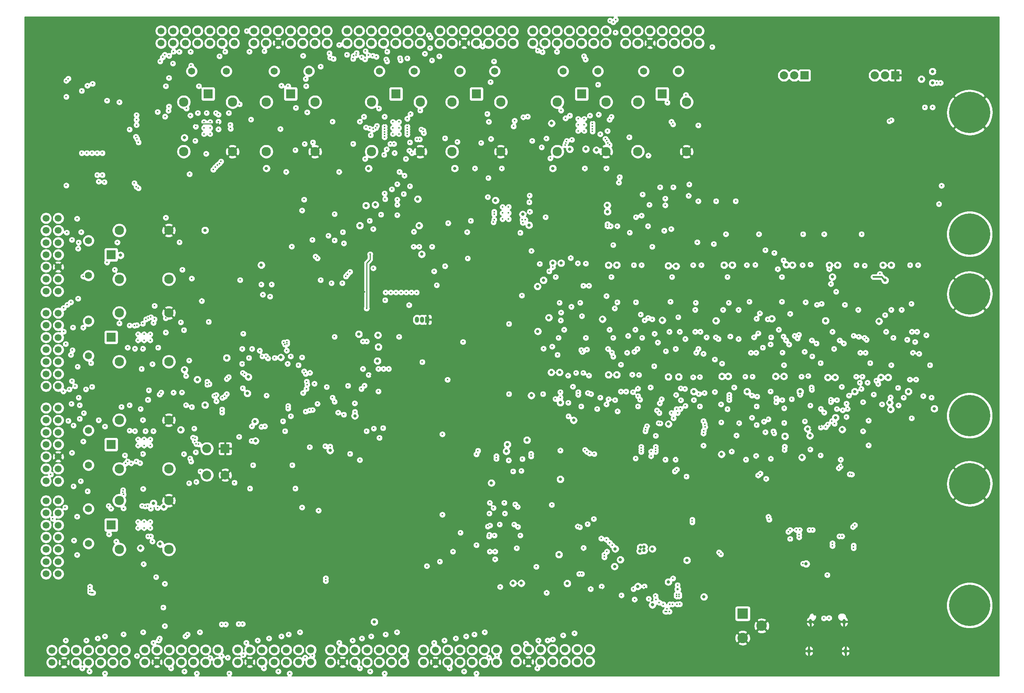
<source format=gbr>
G04 #@! TF.GenerationSoftware,KiCad,Pcbnew,5.0.0*
G04 #@! TF.CreationDate,2018-09-09T20:10:08-07:00*
G04 #@! TF.ProjectId,SchematicAutomation,536368656D617469634175746F6D6174,rev?*
G04 #@! TF.SameCoordinates,Original*
G04 #@! TF.FileFunction,Copper,L3,Inr,Plane*
G04 #@! TF.FilePolarity,Positive*
%FSLAX45Y45*%
G04 Gerber Fmt 4.5, Leading zero omitted, Abs format (unit mm)*
G04 Created by KiCad (PCBNEW 5.0.0) date Sun Sep  9 20:10:08 2018*
%MOMM*%
%LPD*%
G01*
G04 APERTURE LIST*
G04 #@! TA.AperFunction,ViaPad*
%ADD10C,1.700000*%
G04 #@! TD*
G04 #@! TA.AperFunction,ViaPad*
%ADD11C,2.600000*%
G04 #@! TD*
G04 #@! TA.AperFunction,ViaPad*
%ADD12R,2.600000X2.600000*%
G04 #@! TD*
G04 #@! TA.AperFunction,ViaPad*
%ADD13C,10.160000*%
G04 #@! TD*
G04 #@! TA.AperFunction,ViaPad*
%ADD14C,1.733000*%
G04 #@! TD*
G04 #@! TA.AperFunction,ViaPad*
%ADD15C,2.300000*%
G04 #@! TD*
G04 #@! TA.AperFunction,ViaPad*
%ADD16R,2.300000X2.300000*%
G04 #@! TD*
G04 #@! TA.AperFunction,ViaPad*
%ADD17C,2.200000*%
G04 #@! TD*
G04 #@! TA.AperFunction,ViaPad*
%ADD18R,2.200000X2.200000*%
G04 #@! TD*
G04 #@! TA.AperFunction,ViaPad*
%ADD19C,2.000000*%
G04 #@! TD*
G04 #@! TA.AperFunction,ViaPad*
%ADD20R,2.000000X2.000000*%
G04 #@! TD*
G04 #@! TA.AperFunction,ViaPad*
%ADD21R,1.000000X1.500000*%
G04 #@! TD*
G04 #@! TA.AperFunction,ViaPad*
%ADD22O,1.000000X1.500000*%
G04 #@! TD*
G04 #@! TA.AperFunction,ViaPad*
%ADD23C,0.380000*%
G04 #@! TD*
G04 #@! TA.AperFunction,ViaPad*
%ADD24O,0.800000X1.400000*%
G04 #@! TD*
G04 #@! TA.AperFunction,ViaPad*
%ADD25C,0.400000*%
G04 #@! TD*
G04 #@! TA.AperFunction,ViaPad*
%ADD26C,0.800000*%
G04 #@! TD*
G04 #@! TA.AperFunction,ViaPad*
%ADD27C,0.600000*%
G04 #@! TD*
G04 #@! TA.AperFunction,Conductor*
%ADD28C,0.250000*%
G04 #@! TD*
G04 #@! TA.AperFunction,Conductor*
%ADD29C,0.400000*%
G04 #@! TD*
G04 #@! TA.AperFunction,Conductor*
%ADD30C,0.254000*%
G04 #@! TD*
G04 APERTURE END LIST*
D10*
G04 #@! TO.N,2_GarminTX*
G04 #@! TO.C,J19*
X4643200Y-9209200D03*
G04 #@! TO.N,2_IN1*
X4341200Y-9209200D03*
G04 #@! TO.N,2_GarminRX*
X4643200Y-9509200D03*
G04 #@! TO.N,2_IN2*
X4341200Y-9509200D03*
G04 #@! TO.N,2_GarminPWR*
X4643200Y-9809200D03*
G04 #@! TO.N,2_IN3*
X4341200Y-9809200D03*
G04 #@! TO.N,2_RTS*
X4643200Y-10109200D03*
G04 #@! TO.N,2_IN4*
X4341200Y-10109200D03*
G04 #@! TO.N,2_CTS*
X4643200Y-10409200D03*
G04 #@! TO.N,2_IN5*
X4341200Y-10409200D03*
G04 #@! TO.N,2_RX*
X4643200Y-10709200D03*
G04 #@! TO.N,2_IN0*
X4341200Y-10709200D03*
G04 #@! TO.N,2_TX*
X4643200Y-11009200D03*
G04 #@! TO.N,2_ADC1*
X4341200Y-11009200D03*
G04 #@! TD*
G04 #@! TO.N,4_OWB_SEC*
G04 #@! TO.C,J18*
X15835200Y-2560400D03*
G04 #@! TO.N,4_ADC2*
X15835200Y-2258400D03*
G04 #@! TO.N,4_OUT3*
X15535200Y-2560400D03*
G04 #@! TO.N,4_ADC3*
X15535200Y-2258400D03*
G04 #@! TO.N,4_OUT0*
X15235200Y-2560400D03*
G04 #@! TO.N,4_ADC0*
X15235200Y-2258400D03*
G04 #@! TO.N,4_Vin*
X14935200Y-2560400D03*
G04 #@! TO.N,Net-(J18-Pad11)*
X14935200Y-2258400D03*
G04 #@! TO.N,GND*
X14635200Y-2560400D03*
G04 #@! TO.N,4_OUT1*
X14635200Y-2258400D03*
G04 #@! TO.N,Net-(J18-Pad2)*
X14335200Y-2560400D03*
G04 #@! TO.N,4_OUT2*
X14335200Y-2258400D03*
G04 #@! TO.N,Net-(J18-Pad1)*
X14035200Y-2560400D03*
G04 #@! TO.N,4_OWB_MAIN*
X14035200Y-2258400D03*
G04 #@! TD*
G04 #@! TO.N,Net-(J1-Pad7)*
G04 #@! TO.C,J1*
X4484800Y-17513740D03*
G04 #@! TO.N,Net-(J1-Pad8)*
X4484800Y-17815740D03*
G04 #@! TO.N,1_J1850+*
X4784800Y-17513740D03*
G04 #@! TO.N,GND*
X4784800Y-17815740D03*
G04 #@! TO.N,1_J1850-*
X5084800Y-17513740D03*
G04 #@! TO.N,1_ISO-K*
X5084800Y-17815740D03*
G04 #@! TO.N,1_ISO-Low*
X5384800Y-17513740D03*
G04 #@! TO.N,1_SWC_BUS*
X5384800Y-17815740D03*
G04 #@! TO.N,1_J1708-TXD*
X5684800Y-17513740D03*
G04 #@! TO.N,1_CAN_MS_L*
X5684800Y-17815740D03*
G04 #@! TO.N,1_J1708-RXD*
X5984800Y-17513740D03*
G04 #@! TO.N,1_CAN_MS_H*
X5984800Y-17815740D03*
G04 #@! TO.N,1_CANHigh*
X6284800Y-17513740D03*
G04 #@! TO.N,1_CANLow*
X6284800Y-17815740D03*
G04 #@! TD*
G04 #@! TO.N,1_GarminTX*
G04 #@! TO.C,J2*
X4643200Y-13832000D03*
G04 #@! TO.N,1_IN1*
X4341200Y-13832000D03*
G04 #@! TO.N,1_GarminRX*
X4643200Y-14132000D03*
G04 #@! TO.N,1_IN2*
X4341200Y-14132000D03*
G04 #@! TO.N,1_GarminPWR*
X4643200Y-14432000D03*
G04 #@! TO.N,1_IN3*
X4341200Y-14432000D03*
G04 #@! TO.N,1_RTS*
X4643200Y-14732000D03*
G04 #@! TO.N,1_IN4*
X4341200Y-14732000D03*
G04 #@! TO.N,1_CTS*
X4643200Y-15032000D03*
G04 #@! TO.N,1_IN5*
X4341200Y-15032000D03*
G04 #@! TO.N,1_RX*
X4643200Y-15332000D03*
G04 #@! TO.N,1_IN0*
X4341200Y-15332000D03*
G04 #@! TO.N,1_TX*
X4643200Y-15632000D03*
G04 #@! TO.N,1_ADC1*
X4341200Y-15632000D03*
G04 #@! TD*
G04 #@! TO.N,Net-(J3-Pad7)*
G04 #@! TO.C,J3*
X6770800Y-17505600D03*
G04 #@! TO.N,Net-(J3-Pad8)*
X6770800Y-17807600D03*
G04 #@! TO.N,1_J1850+*
X7070800Y-17505600D03*
G04 #@! TO.N,GND*
X7070800Y-17807600D03*
G04 #@! TO.N,1_J1850-*
X7370800Y-17505600D03*
G04 #@! TO.N,1_ISO-K*
X7370800Y-17807600D03*
G04 #@! TO.N,1_ISO-Low*
X7670800Y-17505600D03*
G04 #@! TO.N,1_SWC_BUS*
X7670800Y-17807600D03*
G04 #@! TO.N,1_J1708-TXD*
X7970800Y-17505600D03*
G04 #@! TO.N,1_CAN_MS_L*
X7970800Y-17807600D03*
G04 #@! TO.N,1_J1708-RXD*
X8270800Y-17505600D03*
G04 #@! TO.N,1_CAN_MS_H*
X8270800Y-17807600D03*
G04 #@! TO.N,1_CANHigh*
X8570800Y-17505600D03*
G04 #@! TO.N,1_CANLow*
X8570800Y-17807600D03*
G04 #@! TD*
G04 #@! TO.N,1_OWB_SEC*
G04 #@! TO.C,J4*
X4643200Y-11546000D03*
G04 #@! TO.N,1_ADC2*
X4341200Y-11546000D03*
G04 #@! TO.N,1_OUT3*
X4643200Y-11846000D03*
G04 #@! TO.N,1_ADC3*
X4341200Y-11846000D03*
G04 #@! TO.N,1_OUT0*
X4643200Y-12146000D03*
G04 #@! TO.N,1_ADC0*
X4341200Y-12146000D03*
G04 #@! TO.N,1_Vin*
X4643200Y-12446000D03*
G04 #@! TO.N,Net-(J4-Pad11)*
X4341200Y-12446000D03*
G04 #@! TO.N,GND*
X4643200Y-12746000D03*
G04 #@! TO.N,1_OUT1*
X4341200Y-12746000D03*
G04 #@! TO.N,Net-(J4-Pad2)*
X4643200Y-13046000D03*
G04 #@! TO.N,1_OUT2*
X4341200Y-13046000D03*
G04 #@! TO.N,Net-(J4-Pad1)*
X4643200Y-13346000D03*
G04 #@! TO.N,1_OWB_MAIN*
X4341200Y-13346000D03*
G04 #@! TD*
G04 #@! TO.N,Net-(J5-Pad7)*
G04 #@! TO.C,J5*
X9056800Y-17505600D03*
G04 #@! TO.N,Net-(J5-Pad8)*
X9056800Y-17807600D03*
G04 #@! TO.N,1_J1850+*
X9356800Y-17505600D03*
G04 #@! TO.N,GND*
X9356800Y-17807600D03*
G04 #@! TO.N,1_J1850-*
X9656800Y-17505600D03*
G04 #@! TO.N,1_ISO-K*
X9656800Y-17807600D03*
G04 #@! TO.N,1_ISO-Low*
X9956800Y-17505600D03*
G04 #@! TO.N,1_SWC_BUS*
X9956800Y-17807600D03*
G04 #@! TO.N,1_J1708-TXD*
X10256800Y-17505600D03*
G04 #@! TO.N,1_CAN_MS_L*
X10256800Y-17807600D03*
G04 #@! TO.N,1_J1708-RXD*
X10556800Y-17505600D03*
G04 #@! TO.N,1_CAN_MS_H*
X10556800Y-17807600D03*
G04 #@! TO.N,1_CANHigh*
X10856800Y-17505600D03*
G04 #@! TO.N,1_CANLow*
X10856800Y-17807600D03*
G04 #@! TD*
G04 #@! TO.N,5_GarminTX*
G04 #@! TO.C,J6*
X18121200Y-2560400D03*
G04 #@! TO.N,5_IN1*
X18121200Y-2258400D03*
G04 #@! TO.N,5_GarminRX*
X17821200Y-2560400D03*
G04 #@! TO.N,5_IN2*
X17821200Y-2258400D03*
G04 #@! TO.N,5_GarminPWR*
X17521200Y-2560400D03*
G04 #@! TO.N,5_IN3*
X17521200Y-2258400D03*
G04 #@! TO.N,5_RTS*
X17221200Y-2560400D03*
G04 #@! TO.N,5_IN4*
X17221200Y-2258400D03*
G04 #@! TO.N,5_CTS*
X16921200Y-2560400D03*
G04 #@! TO.N,5_IN5*
X16921200Y-2258400D03*
G04 #@! TO.N,5_RX*
X16621200Y-2560400D03*
G04 #@! TO.N,5_IN0*
X16621200Y-2258400D03*
G04 #@! TO.N,5_TX*
X16321200Y-2560400D03*
G04 #@! TO.N,5_ADC1*
X16321200Y-2258400D03*
G04 #@! TD*
G04 #@! TO.N,5_OWB_SEC*
G04 #@! TO.C,J7*
X20407200Y-2560400D03*
G04 #@! TO.N,5_ADC2*
X20407200Y-2258400D03*
G04 #@! TO.N,5_OUT3*
X20107200Y-2560400D03*
G04 #@! TO.N,5_ADC3*
X20107200Y-2258400D03*
G04 #@! TO.N,5_OUT0*
X19807200Y-2560400D03*
G04 #@! TO.N,5_ADC0*
X19807200Y-2258400D03*
G04 #@! TO.N,5_Vin*
X19507200Y-2560400D03*
G04 #@! TO.N,Net-(J7-Pad11)*
X19507200Y-2258400D03*
G04 #@! TO.N,GND*
X19207200Y-2560400D03*
G04 #@! TO.N,5_OUT1*
X19207200Y-2258400D03*
G04 #@! TO.N,Net-(J7-Pad2)*
X18907200Y-2560400D03*
G04 #@! TO.N,5_OUT2*
X18907200Y-2258400D03*
G04 #@! TO.N,Net-(J7-Pad1)*
X18607200Y-2560400D03*
G04 #@! TO.N,5_OWB_MAIN*
X18607200Y-2258400D03*
G04 #@! TD*
G04 #@! TO.N,Net-(J8-Pad7)*
G04 #@! TO.C,J8*
X11342800Y-17505600D03*
G04 #@! TO.N,Net-(J8-Pad8)*
X11342800Y-17807600D03*
G04 #@! TO.N,1_J1850+*
X11642800Y-17505600D03*
G04 #@! TO.N,GND*
X11642800Y-17807600D03*
G04 #@! TO.N,1_J1850-*
X11942800Y-17505600D03*
G04 #@! TO.N,1_ISO-K*
X11942800Y-17807600D03*
G04 #@! TO.N,1_ISO-Low*
X12242800Y-17505600D03*
G04 #@! TO.N,1_SWC_BUS*
X12242800Y-17807600D03*
G04 #@! TO.N,1_J1708-TXD*
X12542800Y-17505600D03*
G04 #@! TO.N,1_CAN_MS_L*
X12542800Y-17807600D03*
G04 #@! TO.N,1_J1708-RXD*
X12842800Y-17505600D03*
G04 #@! TO.N,1_CAN_MS_H*
X12842800Y-17807600D03*
G04 #@! TO.N,1_CANHigh*
X13142800Y-17505600D03*
G04 #@! TO.N,1_CANLow*
X13142800Y-17807600D03*
G04 #@! TD*
G04 #@! TO.N,2_OWB_SEC*
G04 #@! TO.C,J20*
X4643200Y-6872400D03*
G04 #@! TO.N,2_ADC2*
X4341200Y-6872400D03*
G04 #@! TO.N,2_OUT3*
X4643200Y-7172400D03*
G04 #@! TO.N,2_ADC3*
X4341200Y-7172400D03*
G04 #@! TO.N,2_OUT0*
X4643200Y-7472400D03*
G04 #@! TO.N,2_ADC0*
X4341200Y-7472400D03*
G04 #@! TO.N,2_Vin*
X4643200Y-7772400D03*
G04 #@! TO.N,Net-(J20-Pad11)*
X4341200Y-7772400D03*
G04 #@! TO.N,GND*
X4643200Y-8072400D03*
G04 #@! TO.N,2_OUT1*
X4341200Y-8072400D03*
G04 #@! TO.N,Net-(J20-Pad2)*
X4643200Y-8372400D03*
G04 #@! TO.N,2_OUT2*
X4341200Y-8372400D03*
G04 #@! TO.N,Net-(J20-Pad1)*
X4643200Y-8672400D03*
G04 #@! TO.N,2_OWB_MAIN*
X4341200Y-8672400D03*
G04 #@! TD*
G04 #@! TO.N,3_OWB_SEC*
G04 #@! TO.C,J22*
X11257706Y-2559811D03*
G04 #@! TO.N,3_ADC2*
X11257706Y-2257811D03*
G04 #@! TO.N,3_OUT3*
X10957706Y-2559811D03*
G04 #@! TO.N,3_ADC3*
X10957706Y-2257811D03*
G04 #@! TO.N,3_OUT0*
X10657706Y-2559811D03*
G04 #@! TO.N,3_ADC0*
X10657706Y-2257811D03*
G04 #@! TO.N,3_Vin*
X10357706Y-2559811D03*
G04 #@! TO.N,Net-(J22-Pad11)*
X10357706Y-2257811D03*
G04 #@! TO.N,GND*
X10057706Y-2559811D03*
G04 #@! TO.N,3_OUT1*
X10057706Y-2257811D03*
G04 #@! TO.N,Net-(J22-Pad2)*
X9757706Y-2559811D03*
G04 #@! TO.N,3_OUT2*
X9757706Y-2257811D03*
G04 #@! TO.N,Net-(J22-Pad1)*
X9457706Y-2559811D03*
G04 #@! TO.N,3_OWB_MAIN*
X9457706Y-2257811D03*
G04 #@! TD*
G04 #@! TO.N,3_GarminTX*
G04 #@! TO.C,J21*
X8971706Y-2559811D03*
G04 #@! TO.N,3_IN1*
X8971706Y-2257811D03*
G04 #@! TO.N,3_GarminRX*
X8671706Y-2559811D03*
G04 #@! TO.N,3_IN2*
X8671706Y-2257811D03*
G04 #@! TO.N,3_GarminPWR*
X8371706Y-2559811D03*
G04 #@! TO.N,3_IN3*
X8371706Y-2257811D03*
G04 #@! TO.N,3_RTS*
X8071706Y-2559811D03*
G04 #@! TO.N,3_IN4*
X8071706Y-2257811D03*
G04 #@! TO.N,3_CTS*
X7771706Y-2559811D03*
G04 #@! TO.N,3_IN5*
X7771706Y-2257811D03*
G04 #@! TO.N,3_RX*
X7471706Y-2559811D03*
G04 #@! TO.N,3_IN0*
X7471706Y-2257811D03*
G04 #@! TO.N,3_TX*
X7171706Y-2559811D03*
G04 #@! TO.N,3_ADC1*
X7171706Y-2257811D03*
G04 #@! TD*
G04 #@! TO.N,Net-(J9-Pad7)*
G04 #@! TO.C,J9*
X15914800Y-17492900D03*
G04 #@! TO.N,Net-(J9-Pad8)*
X15914800Y-17794900D03*
G04 #@! TO.N,1_J1850+*
X16214800Y-17492900D03*
G04 #@! TO.N,GND*
X16214800Y-17794900D03*
G04 #@! TO.N,1_J1850-*
X16514800Y-17492900D03*
G04 #@! TO.N,1_ISO-K*
X16514800Y-17794900D03*
G04 #@! TO.N,1_ISO-Low*
X16814800Y-17492900D03*
G04 #@! TO.N,1_SWC_BUS*
X16814800Y-17794900D03*
G04 #@! TO.N,1_J1708-TXD*
X17114800Y-17492900D03*
G04 #@! TO.N,1_CAN_MS_L*
X17114800Y-17794900D03*
G04 #@! TO.N,1_J1708-RXD*
X17414800Y-17492900D03*
G04 #@! TO.N,1_CAN_MS_H*
X17414800Y-17794900D03*
G04 #@! TO.N,1_CANHigh*
X17714800Y-17492900D03*
G04 #@! TO.N,1_CANLow*
X17714800Y-17794900D03*
G04 #@! TD*
G04 #@! TO.N,4_GarminTX*
G04 #@! TO.C,J10*
X13549200Y-2560400D03*
G04 #@! TO.N,4_IN1*
X13549200Y-2258400D03*
G04 #@! TO.N,4_GarminRX*
X13249200Y-2560400D03*
G04 #@! TO.N,4_IN2*
X13249200Y-2258400D03*
G04 #@! TO.N,4_GarminPWR*
X12949200Y-2560400D03*
G04 #@! TO.N,4_IN3*
X12949200Y-2258400D03*
G04 #@! TO.N,4_RTS*
X12649200Y-2560400D03*
G04 #@! TO.N,4_IN4*
X12649200Y-2258400D03*
G04 #@! TO.N,4_CTS*
X12349200Y-2560400D03*
G04 #@! TO.N,4_IN5*
X12349200Y-2258400D03*
G04 #@! TO.N,4_RX*
X12049200Y-2560400D03*
G04 #@! TO.N,4_IN0*
X12049200Y-2258400D03*
G04 #@! TO.N,4_TX*
X11749200Y-2560400D03*
G04 #@! TO.N,4_ADC1*
X11749200Y-2258400D03*
G04 #@! TD*
G04 #@! TO.N,Net-(J11-Pad7)*
G04 #@! TO.C,J11*
X13628800Y-17505600D03*
G04 #@! TO.N,Net-(J11-Pad8)*
X13628800Y-17807600D03*
G04 #@! TO.N,1_J1850+*
X13928800Y-17505600D03*
G04 #@! TO.N,GND*
X13928800Y-17807600D03*
G04 #@! TO.N,1_J1850-*
X14228800Y-17505600D03*
G04 #@! TO.N,1_ISO-K*
X14228800Y-17807600D03*
G04 #@! TO.N,1_ISO-Low*
X14528800Y-17505600D03*
G04 #@! TO.N,1_SWC_BUS*
X14528800Y-17807600D03*
G04 #@! TO.N,1_J1708-TXD*
X14828800Y-17505600D03*
G04 #@! TO.N,1_CAN_MS_L*
X14828800Y-17807600D03*
G04 #@! TO.N,1_J1708-RXD*
X15128800Y-17505600D03*
G04 #@! TO.N,1_CAN_MS_H*
X15128800Y-17807600D03*
G04 #@! TO.N,1_CANHigh*
X15428800Y-17505600D03*
G04 #@! TO.N,1_CANLow*
X15428800Y-17807600D03*
G04 #@! TD*
D11*
G04 #@! TO.N,GND*
G04 #@! TO.C,J13*
X21958400Y-16911600D03*
X21488400Y-17211600D03*
D12*
G04 #@! TO.N,+12V*
X21488400Y-16611600D03*
G04 #@! TD*
D13*
G04 #@! TO.N,GND*
G04 #@! TO.C,J15*
X27076400Y-13411200D03*
G04 #@! TO.N,VDC*
X27076400Y-16408200D03*
G04 #@! TD*
G04 #@! TO.N,GND*
G04 #@! TO.C,J17*
X27076400Y-8737600D03*
G04 #@! TO.N,Net-(J17-Pad1)*
X27076400Y-11734600D03*
G04 #@! TD*
G04 #@! TO.N,GND*
G04 #@! TO.C,J14*
X27076400Y-4267400D03*
G04 #@! TO.N,VAA*
X27076400Y-7264400D03*
G04 #@! TD*
D14*
G04 #@! TO.N,Net-(Q1-Pad16)*
G04 #@! TO.C,Z1*
X5384800Y-12098000D03*
G04 #@! TO.N,+5V*
X5384800Y-12954000D03*
G04 #@! TD*
G04 #@! TO.N,Net-(Q1-Pad15)*
G04 #@! TO.C,Z2*
X5384800Y-7424400D03*
G04 #@! TO.N,+5V*
X5384800Y-8280400D03*
G04 #@! TD*
G04 #@! TO.N,Net-(Q1-Pad14)*
G04 #@! TO.C,Z3*
X10812800Y-3251200D03*
G04 #@! TO.N,+5V*
X9956800Y-3251200D03*
G04 #@! TD*
G04 #@! TO.N,Net-(Q1-Pad13)*
G04 #@! TO.C,Z4*
X15384800Y-3251200D03*
G04 #@! TO.N,+5V*
X14528800Y-3251200D03*
G04 #@! TD*
G04 #@! TO.N,Net-(Q1-Pad12)*
G04 #@! TO.C,Z5*
X19906000Y-3251200D03*
G04 #@! TO.N,+5V*
X19050000Y-3251200D03*
G04 #@! TD*
G04 #@! TO.N,Net-(Q2-Pad16)*
G04 #@! TO.C,Z6*
X5384800Y-14028400D03*
G04 #@! TO.N,+5V*
X5384800Y-14884400D03*
G04 #@! TD*
G04 #@! TO.N,Net-(Q2-Pad15)*
G04 #@! TO.C,Z7*
X5384800Y-9405600D03*
G04 #@! TO.N,+5V*
X5384800Y-10261600D03*
G04 #@! TD*
G04 #@! TO.N,Net-(Q2-Pad14)*
G04 #@! TO.C,Z8*
X8780800Y-3251200D03*
G04 #@! TO.N,+5V*
X7924800Y-3251200D03*
G04 #@! TD*
G04 #@! TO.N,Net-(Q2-Pad13)*
G04 #@! TO.C,Z9*
X13403600Y-3251200D03*
G04 #@! TO.N,+5V*
X12547600Y-3251200D03*
G04 #@! TD*
G04 #@! TO.N,Net-(Q2-Pad12)*
G04 #@! TO.C,Z10*
X17924800Y-3251200D03*
G04 #@! TO.N,+5V*
X17068800Y-3251200D03*
G04 #@! TD*
D15*
G04 #@! TO.N,GND*
G04 #@! TO.C,RLY4*
X15535200Y-5230000D03*
G04 #@! TO.N,VDC*
X14335200Y-5230000D03*
G04 #@! TO.N,Net-(Q1-Pad13)*
X15535200Y-4010000D03*
G04 #@! TO.N,+5V*
X14335200Y-4010000D03*
D16*
G04 #@! TO.N,4_Vin*
X14935200Y-3810000D03*
G04 #@! TD*
D15*
G04 #@! TO.N,GND*
G04 #@! TO.C,RLY5*
X20107200Y-5230000D03*
G04 #@! TO.N,VDC*
X18907200Y-5230000D03*
G04 #@! TO.N,Net-(Q1-Pad12)*
X20107200Y-4010000D03*
G04 #@! TO.N,+5V*
X18907200Y-4010000D03*
D16*
G04 #@! TO.N,5_Vin*
X19507200Y-3810000D03*
G04 #@! TD*
D15*
G04 #@! TO.N,GND*
G04 #@! TO.C,RLY6*
X7363600Y-13827200D03*
G04 #@! TO.N,VDC*
X7363600Y-15027200D03*
G04 #@! TO.N,Net-(Q2-Pad16)*
X6143600Y-13827200D03*
G04 #@! TO.N,+5V*
X6143600Y-15027200D03*
D16*
G04 #@! TO.N,1_GarminPWR*
X5943600Y-14427200D03*
G04 #@! TD*
D15*
G04 #@! TO.N,GND*
G04 #@! TO.C,RLY3*
X10963200Y-5230000D03*
G04 #@! TO.N,VDC*
X9763200Y-5230000D03*
G04 #@! TO.N,Net-(Q1-Pad14)*
X10963200Y-4010000D03*
G04 #@! TO.N,+5V*
X9763200Y-4010000D03*
D16*
G04 #@! TO.N,3_Vin*
X10363200Y-3810000D03*
G04 #@! TD*
D15*
G04 #@! TO.N,GND*
G04 #@! TO.C,RLY1*
X7363600Y-11846000D03*
G04 #@! TO.N,VDC*
X7363600Y-13046000D03*
G04 #@! TO.N,Net-(Q1-Pad16)*
X6143600Y-11846000D03*
G04 #@! TO.N,+5V*
X6143600Y-13046000D03*
D16*
G04 #@! TO.N,1_Vin*
X5943600Y-12446000D03*
G04 #@! TD*
D15*
G04 #@! TO.N,GND*
G04 #@! TO.C,RLY7*
X7363600Y-9204400D03*
G04 #@! TO.N,VDC*
X7363600Y-10404400D03*
G04 #@! TO.N,Net-(Q2-Pad15)*
X6143600Y-9204400D03*
G04 #@! TO.N,+5V*
X6143600Y-10404400D03*
D16*
G04 #@! TO.N,2_GarminPWR*
X5943600Y-9804400D03*
G04 #@! TD*
D15*
G04 #@! TO.N,GND*
G04 #@! TO.C,RLY8*
X8931200Y-5230000D03*
G04 #@! TO.N,VDC*
X7731200Y-5230000D03*
G04 #@! TO.N,Net-(Q2-Pad14)*
X8931200Y-4010000D03*
G04 #@! TO.N,+5V*
X7731200Y-4010000D03*
D16*
G04 #@! TO.N,3_GarminPWR*
X8331200Y-3810000D03*
G04 #@! TD*
D15*
G04 #@! TO.N,GND*
G04 #@! TO.C,RLY9*
X13554000Y-5230000D03*
G04 #@! TO.N,VDC*
X12354000Y-5230000D03*
G04 #@! TO.N,Net-(Q2-Pad13)*
X13554000Y-4010000D03*
G04 #@! TO.N,+5V*
X12354000Y-4010000D03*
D16*
G04 #@! TO.N,4_GarminPWR*
X12954000Y-3810000D03*
G04 #@! TD*
D15*
G04 #@! TO.N,GND*
G04 #@! TO.C,RLY10*
X18126000Y-5230000D03*
G04 #@! TO.N,VDC*
X16926000Y-5230000D03*
G04 #@! TO.N,Net-(Q2-Pad12)*
X18126000Y-4010000D03*
G04 #@! TO.N,+5V*
X16926000Y-4010000D03*
D16*
G04 #@! TO.N,5_GarminPWR*
X17526000Y-3810000D03*
G04 #@! TD*
D15*
G04 #@! TO.N,GND*
G04 #@! TO.C,RLY2*
X7363600Y-7172400D03*
G04 #@! TO.N,VDC*
X7363600Y-8372400D03*
G04 #@! TO.N,Net-(Q1-Pad15)*
X6143600Y-7172400D03*
G04 #@! TO.N,+5V*
X6143600Y-8372400D03*
D16*
G04 #@! TO.N,2_Vin*
X5943600Y-7772400D03*
G04 #@! TD*
D17*
G04 #@! TO.N,Net-(R4-Pad1)*
G04 #@! TO.C,S1*
X8300300Y-12547600D03*
X8300300Y-13197600D03*
G04 #@! TO.N,GND*
X8750300Y-13197600D03*
D18*
X8750300Y-12547600D03*
G04 #@! TD*
D19*
G04 #@! TO.N,+3V3*
G04 #@! TO.C,S3*
X22504400Y-3352800D03*
G04 #@! TO.N,+VSW*
X22758400Y-3352800D03*
D20*
G04 #@! TO.N,+5V*
X23012400Y-3352800D03*
G04 #@! TD*
D19*
G04 #@! TO.N,-3V3*
G04 #@! TO.C,S2*
X24739600Y-3352800D03*
G04 #@! TO.N,-VSW*
X24993600Y-3352800D03*
D20*
G04 #@! TO.N,GND*
X25247600Y-3352800D03*
G04 #@! TD*
D21*
G04 #@! TO.N,GND*
G04 #@! TO.C,U17*
X13728700Y-9372600D03*
D22*
G04 #@! TO.N,Net-(U17-Pad3)*
X13474700Y-9372600D03*
G04 #@! TO.N,Net-(U17-Pad2)*
X13601700Y-9372600D03*
G04 #@! TD*
D23*
G04 #@! TO.N,N/C*
G04 #@! TO.C,U8*
X6906400Y-14352200D03*
X6756400Y-14352200D03*
X6606400Y-14352200D03*
X6906400Y-14502200D03*
X6756400Y-14502200D03*
X6606400Y-14502200D03*
G04 #@! TD*
G04 #@! TO.N,N/C*
G04 #@! TO.C,U10*
X6906400Y-12320200D03*
X6756400Y-12320200D03*
X6606400Y-12320200D03*
X6906400Y-12470200D03*
X6756400Y-12470200D03*
X6606400Y-12470200D03*
G04 #@! TD*
G04 #@! TO.N,N/C*
G04 #@! TO.C,U9*
X13029000Y-4798200D03*
X13029000Y-4648200D03*
X13029000Y-4498200D03*
X12879000Y-4798200D03*
X12879000Y-4648200D03*
X12879000Y-4498200D03*
G04 #@! TD*
G04 #@! TO.N,N/C*
G04 #@! TO.C,U7*
X8380800Y-4798200D03*
X8380800Y-4648200D03*
X8380800Y-4498200D03*
X8230800Y-4798200D03*
X8230800Y-4648200D03*
X8230800Y-4498200D03*
G04 #@! TD*
G04 #@! TO.N,N/C*
G04 #@! TO.C,U11*
X17588300Y-4722000D03*
X17588300Y-4572000D03*
X17588300Y-4422000D03*
X17438300Y-4722000D03*
X17438300Y-4572000D03*
X17438300Y-4422000D03*
G04 #@! TD*
G04 #@! TO.N,N/C*
G04 #@! TO.C,U12*
X6906400Y-9729400D03*
X6756400Y-9729400D03*
X6606400Y-9729400D03*
X6906400Y-9879400D03*
X6756400Y-9879400D03*
X6606400Y-9879400D03*
G04 #@! TD*
G04 #@! TO.N,N/C*
G04 #@! TO.C,U13*
X15577750Y-6593700D03*
X15577750Y-6743700D03*
X15577750Y-6893700D03*
X15727750Y-6593700D03*
X15727750Y-6743700D03*
X15727750Y-6893700D03*
G04 #@! TD*
D24*
G04 #@! TO.N,GND*
G04 #@! TO.C,J16*
X24021000Y-17533800D03*
X23985000Y-16813800D03*
X23159000Y-16813800D03*
X23123000Y-17533800D03*
G04 #@! TD*
D25*
G04 #@! TO.N,GND*
X20447000Y-9118600D03*
X8394700Y-11074400D03*
X11214100Y-12585700D03*
X10490200Y-13728700D03*
X9575800Y-11976100D03*
X9829800Y-11582400D03*
X6657023Y-10071100D03*
X12181523Y-8686800D03*
X12357100Y-10744200D03*
X12369800Y-9918700D03*
X10047923Y-10452100D03*
X9133523Y-9842500D03*
X9463723Y-9829800D03*
X18300700Y-14776450D03*
X18402300Y-14776450D03*
X18389600Y-14700250D03*
X18300700Y-14712950D03*
X18351500Y-14814550D03*
X17259300Y-16173450D03*
X17805400Y-16529050D03*
X18351500Y-14751050D03*
X18008600Y-16008350D03*
D26*
X19100800Y-16021050D03*
D25*
X19329400Y-16592550D03*
X19380200Y-16592550D03*
X19392900Y-16529050D03*
X19342100Y-16529050D03*
X19392900Y-15944850D03*
X19443700Y-15944850D03*
X13633450Y-6426200D03*
X13690600Y-6426200D03*
X13696950Y-6375400D03*
X13646150Y-6369050D03*
X18167350Y-16541750D03*
X18237200Y-16535400D03*
X18237200Y-16471900D03*
X18167350Y-16478250D03*
X21913850Y-12776200D03*
X23729950Y-13157200D03*
X22656800Y-14935200D03*
X22669500Y-14852650D03*
X22675850Y-15170150D03*
X22669500Y-15259050D03*
D26*
X23374350Y-15398750D03*
D25*
X20605750Y-14693900D03*
X20656550Y-14700250D03*
X20662900Y-14649450D03*
X20593050Y-14643100D03*
X20643850Y-15843250D03*
X20586700Y-15843250D03*
X20593050Y-15786100D03*
X20643850Y-15786100D03*
X20808950Y-11906250D03*
X20828000Y-11957050D03*
X20828000Y-11830050D03*
X19926300Y-12820650D03*
X18459450Y-13150850D03*
X18376900Y-13150850D03*
X18376900Y-13049250D03*
X18465800Y-13049250D03*
X19132550Y-13131800D03*
X19196050Y-13131800D03*
X19196050Y-13081000D03*
X19126200Y-13081000D03*
X18834100Y-8483600D03*
X9366250Y-8058150D03*
X9366250Y-8153400D03*
X9442450Y-8108950D03*
X9442450Y-8007350D03*
X9385300Y-7969250D03*
X20593050Y-13030200D03*
X20593050Y-13074650D03*
X20650200Y-13081000D03*
X20650200Y-13030200D03*
X21240750Y-13068300D03*
X21247100Y-13011150D03*
X21304250Y-13068300D03*
X21869400Y-12788900D03*
X20066000Y-12439650D03*
X20116800Y-12452350D03*
X23850600Y-16624300D03*
D26*
X23253700Y-13068300D03*
X24218900Y-12458700D03*
D25*
X16002000Y-15278100D03*
X15875000Y-15087600D03*
X15875000Y-13550900D03*
X16014700Y-13754100D03*
X20307300Y-8534400D03*
X18973800Y-8674100D03*
X17462500Y-8445500D03*
X17589500Y-8636000D03*
X6654800Y-14706600D03*
X6654800Y-12687300D03*
X6654800Y-12115800D03*
X15303500Y-6832600D03*
X8026400Y-4546600D03*
X12052300Y-4635500D03*
X12674600Y-4546600D03*
X13233400Y-4546600D03*
X15925800Y-6845300D03*
X16611600Y-4533900D03*
X17233900Y-4470400D03*
X17792700Y-4470400D03*
X24447500Y-8686800D03*
X24320500Y-8483600D03*
X22999700Y-8483600D03*
X21628100Y-8483600D03*
X21755100Y-8686800D03*
X20434300Y-8737600D03*
X17411700Y-10033000D03*
X18770600Y-10083800D03*
X20269200Y-10096500D03*
X21577300Y-10083800D03*
X21704300Y-10287000D03*
X22948900Y-10083800D03*
X24295100Y-10083800D03*
X25603200Y-10109200D03*
X25781000Y-9131300D03*
X25768300Y-8674100D03*
X25641300Y-8483600D03*
X23126700Y-8686800D03*
X21767800Y-9156700D03*
X6654800Y-9474200D03*
X10236200Y-9779000D03*
X25704800Y-3454400D03*
X26263600Y-3270250D03*
X26873200Y-3175000D03*
X24460200Y-9128000D03*
X21767800Y-9156700D03*
X21767800Y-9156700D03*
X25527000Y-9398000D03*
X25425400Y-9385300D03*
X25374600Y-9385300D03*
X25247600Y-9398000D03*
X25158700Y-9410700D03*
X25222200Y-9461500D03*
X25336500Y-9461500D03*
X25666700Y-9410700D03*
X25666700Y-9321800D03*
X25539700Y-9258300D03*
X25412700Y-9258300D03*
X25679400Y-9258300D03*
X25755600Y-9271000D03*
X25742900Y-9347200D03*
X25742900Y-9410700D03*
X25920700Y-9220200D03*
X25920700Y-9334500D03*
X25908000Y-9436100D03*
X25933400Y-9512300D03*
X24269700Y-9385300D03*
X24091900Y-9410700D03*
X24028400Y-9410700D03*
X23964900Y-9423400D03*
X24384000Y-9461500D03*
X24257000Y-9512300D03*
X24091900Y-9499600D03*
X22923500Y-9385300D03*
X22860000Y-9385300D03*
X22758400Y-9385300D03*
X22771100Y-9461500D03*
X22860000Y-9461500D03*
X22936200Y-9448800D03*
X25984200Y-8674100D03*
X25984200Y-8763000D03*
X8191500Y-4025900D03*
X8280400Y-4025900D03*
X8458200Y-4013200D03*
X8623300Y-4000500D03*
X7823200Y-6121400D03*
X7835900Y-6337300D03*
X7810500Y-6502400D03*
X7861300Y-6769100D03*
X8051800Y-6375400D03*
X8013700Y-6083300D03*
X8064500Y-6159500D03*
X8013700Y-6235700D03*
X7835900Y-6337300D03*
X7835900Y-6337300D03*
X7874000Y-6286500D03*
X7810500Y-6235700D03*
X7874000Y-6172200D03*
X7874000Y-6172200D03*
X7874000Y-6172200D03*
X7950200Y-6134100D03*
X19113500Y-8674100D03*
X19189700Y-8674100D03*
X19265900Y-8674100D03*
X20142200Y-8686800D03*
X20066000Y-8686800D03*
X19964400Y-8686800D03*
X20675600Y-8686800D03*
X20764500Y-8686800D03*
X20878800Y-8686800D03*
X16154400Y-13525500D03*
X16154400Y-13576300D03*
X16154400Y-13652500D03*
X16154400Y-13804900D03*
X16179800Y-14262100D03*
X16167100Y-14808200D03*
X16167100Y-14909800D03*
X15697200Y-14884400D03*
X15760700Y-15062200D03*
X10210800Y-9245600D03*
X10287000Y-9232900D03*
X10375900Y-9232900D03*
X8382000Y-4318000D03*
X8585190Y-4547499D03*
X18910300Y-9105900D03*
X17602200Y-9099302D03*
X23139400Y-9051801D03*
X18872200Y-10414000D03*
X20396200Y-10401300D03*
X24041100Y-7124700D03*
X24917400Y-7099300D03*
X25628600Y-6692900D03*
X19608800Y-10528300D03*
X18034000Y-10490200D03*
X16027400Y-10515600D03*
X15468600Y-10490200D03*
X15176500Y-10477500D03*
X15392400Y-9512300D03*
X15976600Y-9512300D03*
X15201900Y-9245600D03*
X15354300Y-9283700D03*
X15544800Y-9271000D03*
X23837900Y-16814800D03*
X21475700Y-11772900D03*
X19481800Y-11798300D03*
X20072350Y-11798300D03*
X20256500Y-12217400D03*
X22368200Y-12217800D03*
X21304250Y-13016750D03*
X20485100Y-13004800D03*
X20485100Y-13055600D03*
X20478750Y-13106400D03*
X20472400Y-13385800D03*
X20478750Y-13462000D03*
X20466050Y-13582650D03*
X21793200Y-14185900D03*
X21672550Y-14185900D03*
X21558250Y-14185900D03*
X18542000Y-14592300D03*
X19018250Y-14592300D03*
X19545300Y-14566900D03*
X13106400Y-12160250D03*
X13296900Y-12109450D03*
X13455650Y-12179300D03*
X8572500Y-14776450D03*
X8883650Y-14776450D03*
X9423400Y-14763750D03*
X8972550Y-7543800D03*
X8985250Y-7931150D03*
X22294850Y-16770350D03*
X22269450Y-16992600D03*
X22364700Y-16910050D03*
X22466300Y-16916400D03*
X22402800Y-17081500D03*
X22231350Y-17272000D03*
X21742400Y-16979900D03*
X21418550Y-16865600D03*
X22631400Y-16770350D03*
X22802850Y-16884650D03*
X22764750Y-17125950D03*
X23177500Y-17081500D03*
X23336250Y-17081500D03*
X24003000Y-17030700D03*
X24320500Y-17049750D03*
X24187150Y-16351250D03*
X23742650Y-16338550D03*
X19900900Y-12769850D03*
X20027900Y-12934950D03*
X19926300Y-12865100D03*
X19634200Y-12928600D03*
X21609050Y-12947650D03*
X21907500Y-12954000D03*
X22104350Y-12706350D03*
X21355050Y-11982450D03*
X22288500Y-16656050D03*
X23291900Y-15399500D03*
X23291900Y-15399500D03*
X23406100Y-11969750D03*
X23075900Y-10363200D03*
X20154900Y-10521950D03*
X21678900Y-10490200D03*
X24396700Y-10420350D03*
X26041350Y-8801100D03*
X17526000Y-10363200D03*
X17379950Y-9969500D03*
X24599900Y-12217400D03*
X24231600Y-12966700D03*
X23952200Y-12954000D03*
X24026600Y-12966700D03*
X23685500Y-12941300D03*
X23482300Y-12960350D03*
X22002750Y-12960350D03*
D26*
X23266400Y-16617950D03*
X23247350Y-16833850D03*
D25*
X18961100Y-9105900D03*
X20142200Y-12934950D03*
X19380200Y-12001500D03*
X15430500Y-6838950D03*
X21780500Y-6536601D03*
X21513800Y-6536601D03*
X13677900Y-6686550D03*
X14408150Y-6692900D03*
X14636750Y-6692900D03*
X14725650Y-6699250D03*
X20955000Y-16771549D03*
X25723850Y-10248900D03*
X23495000Y-11557000D03*
X24142700Y-11750799D03*
X13470499Y-6686550D03*
X13580501Y-6686550D03*
D26*
X18973330Y-15439426D03*
D25*
X18528682Y-15627241D03*
X13385800Y-4565650D03*
X17538700Y-16262350D03*
X17691100Y-16275050D03*
X17818100Y-16287750D03*
X17246600Y-16554450D03*
X16789400Y-16452850D03*
X16319500Y-16478250D03*
X15709900Y-16414750D03*
X14833600Y-16452850D03*
X14325600Y-16516350D03*
X13538200Y-16516350D03*
X13106400Y-16427450D03*
X12852400Y-16503650D03*
X12611100Y-16465550D03*
X11480800Y-16452850D03*
X10934700Y-16503650D03*
X10591800Y-16516350D03*
X10287000Y-16503650D03*
X8801100Y-16363950D03*
X8991600Y-16402050D03*
X9169400Y-16440150D03*
X9372600Y-16440150D03*
X9588500Y-16465550D03*
X12077700Y-14827250D03*
X12471400Y-14839950D03*
X12903200Y-14852650D03*
X13169900Y-14852650D03*
X18542000Y-17151350D03*
X19469100Y-17227550D03*
X20421600Y-17202150D03*
X25488900Y-15246350D03*
X25704800Y-16097250D03*
X25793700Y-17291050D03*
X25565100Y-12617450D03*
X25577800Y-13354050D03*
X25641300Y-13862050D03*
X25615900Y-14331950D03*
X25336500Y-14395450D03*
X25285700Y-13125450D03*
X25209500Y-12719050D03*
X23258526Y-16315685D03*
X23037800Y-16179249D03*
X23115015Y-16180760D03*
X22059900Y-11804650D03*
X22529800Y-12134850D03*
X23583900Y-11791950D03*
X23177500Y-12045950D03*
X12086454Y-16556214D03*
X11940223Y-11333000D03*
X9245600Y-10312400D03*
X9260523Y-10261600D03*
X9169400Y-9884500D03*
X8883730Y-7628499D03*
X6642100Y-10274300D03*
X8788400Y-11023600D03*
X9246300Y-10456800D03*
X6502400Y-12966700D03*
X19405600Y-12954000D03*
X8382000Y-4318000D03*
X8382000Y-4318000D03*
X9436100Y-11404600D03*
X9766300Y-11417300D03*
X9563100Y-11569700D03*
X9245600Y-11468100D03*
X10185400Y-12496800D03*
X12179300Y-13208000D03*
X12992100Y-13182600D03*
X13766800Y-13169900D03*
X13855700Y-11887200D03*
X13728700Y-11341100D03*
X13271500Y-11315700D03*
X22009100Y-5219700D03*
X23495000Y-5067300D03*
X24269700Y-5143500D03*
X25349200Y-4991100D03*
X22618700Y-5245100D03*
X23507700Y-5549900D03*
X24625300Y-5715000D03*
X25895300Y-5613400D03*
X23685500Y-2425700D03*
X24714200Y-2438400D03*
X25476200Y-2374900D03*
X4940300Y-2311400D03*
X5994400Y-2324100D03*
X6921500Y-2336800D03*
X5156200Y-2768600D03*
X5651500Y-2781300D03*
X6375400Y-2844800D03*
X4648200Y-16649700D03*
X5588000Y-16459200D03*
X6553200Y-16598900D03*
X9004300Y-6426200D03*
X9702800Y-6400800D03*
X11366500Y-6426200D03*
X9347200Y-6019800D03*
X10020300Y-5969000D03*
X10820400Y-6070600D03*
X11303000Y-6070600D03*
X9512300Y-6642100D03*
X10134600Y-6743700D03*
X10388600Y-10820400D03*
X9753600Y-10807700D03*
X10210800Y-11214100D03*
G04 #@! TO.N,+5V*
X4838700Y-3879600D03*
D26*
X18336500Y-15449550D03*
X18351500Y-15015750D03*
X20535900Y-16198850D03*
X20116800Y-15297150D03*
X18478500Y-15284450D03*
D25*
X18008600Y-14760350D03*
X18137400Y-14789150D03*
X18213600Y-14865350D03*
X18277100Y-14928850D03*
D26*
X17172700Y-15868650D03*
D25*
X16662400Y-16097250D03*
X5422900Y-16021050D03*
X5422900Y-16084550D03*
X5422900Y-15944850D03*
X5461000Y-16097250D03*
X5499100Y-16097250D03*
X4838700Y-6064250D03*
X4889500Y-3435350D03*
X4838700Y-3486150D03*
X9768523Y-11239500D03*
D26*
X8066723Y-10845800D03*
X7749223Y-10604500D03*
X13589000Y-7759600D03*
X6174423Y-7785100D03*
X9296400Y-11186800D03*
X9321800Y-10782300D03*
D25*
G04 #@! TO.N,MUXC*
X7988300Y-12052300D03*
X17729200Y-4343399D03*
X13234000Y-4420700D03*
X17983200Y-4800600D03*
X6397501Y-4686300D03*
X6397501Y-9512300D03*
X18859500Y-6845300D03*
X15354300Y-6972300D03*
X8839200Y-4279896D03*
X6528900Y-12115200D03*
X6397501Y-12103100D03*
X6569199Y-4576300D03*
X15201900Y-4302001D03*
X6397501Y-11477501D03*
X13312899Y-4303447D03*
X12141200Y-10582400D03*
X18697699Y-4876800D03*
X6522923Y-9515599D03*
X6522923Y-9515599D03*
X8077200Y-4279896D03*
X8293100Y-4279896D03*
X8521700Y-4279896D03*
X8585800Y-4321299D03*
X7929832Y-11521951D03*
X12397423Y-8102600D03*
X14162723Y-8051800D03*
X14238923Y-6992300D03*
G04 #@! TO.N,MUXD*
X7886700Y-12788900D03*
X17233300Y-4344500D03*
X16089062Y-4383338D03*
X6528900Y-10084400D03*
X16078200Y-6985000D03*
X12306300Y-6934200D03*
X6528900Y-10084400D03*
X6350000Y-10058400D03*
X6569199Y-4330700D03*
X7958472Y-12276090D03*
X6347038Y-12861801D03*
X6565900Y-12861801D03*
X7087998Y-4253658D03*
X7893793Y-4341377D03*
X16138400Y-6908800D03*
X12141200Y-9906000D03*
X16195799Y-4368228D03*
X12674600Y-4370700D03*
X12166600Y-4370700D03*
G04 #@! TO.N,MUX22*
X10896600Y-7404100D03*
X14706600Y-7213600D03*
X14795500Y-6934200D03*
X15372750Y-6906200D03*
X10836684Y-10678051D03*
G04 #@! TO.N,5_IN4*
X15372750Y-6776200D03*
X15214600Y-6350000D03*
X16243300Y-6311900D03*
G04 #@! TO.N,5_IN5*
X15372750Y-6711200D03*
X16540500Y-5124312D03*
X15293243Y-4918199D03*
D26*
G04 #@! TO.N,VAA*
X16785500Y-4533900D03*
X18157100Y-6553200D03*
X17887950Y-5194300D03*
X17627600Y-5168900D03*
D25*
X18161000Y-7067550D03*
D26*
X16075662Y-6775903D03*
X18161000Y-6711950D03*
X15405100Y-6432550D03*
D25*
X16236950Y-6477000D03*
X16249650Y-6711950D03*
X22974300Y-7264400D03*
X23495000Y-7264400D03*
X24415750Y-7264400D03*
X21888450Y-7264400D03*
X21075650Y-7264400D03*
X19729450Y-7137400D03*
X19157950Y-7067550D03*
X18402300Y-7067550D03*
X18161000Y-7016750D03*
X18237200Y-7067550D03*
D26*
X17233900Y-5175250D03*
X16230600Y-7042150D03*
X13525500Y-7054850D03*
X13491300Y-6400800D03*
X12217400Y-6559550D03*
X12446000Y-6540500D03*
D25*
X6983900Y-12115200D03*
X7734300Y-12680950D03*
X6723900Y-12675200D03*
D26*
X7658100Y-12084050D03*
D25*
X7785100Y-11474450D03*
D26*
X8255000Y-11474450D03*
X8255000Y-7169150D03*
X12067223Y-7054850D03*
X12041823Y-9728200D03*
X12511723Y-9753600D03*
X12522200Y-10042400D03*
X12499023Y-10388600D03*
X7749223Y-4889500D03*
D25*
X8025800Y-4615700D03*
X8282623Y-5283200D03*
X12194223Y-5410200D03*
X12217400Y-4635500D03*
X12674000Y-4615700D03*
X13197523Y-5410200D03*
X16753523Y-5397500D03*
X7787323Y-10756900D03*
X6692900Y-10583000D03*
X6723900Y-10084400D03*
X6985000Y-9448800D03*
D26*
X6983900Y-13893800D03*
X7239000Y-13982700D03*
X7150100Y-14897100D03*
X6667500Y-14998700D03*
D25*
G04 #@! TO.N,MUXE*
X8013700Y-12293600D03*
X7912100Y-12865100D03*
X6654800Y-12903200D03*
X17018000Y-4217351D03*
X16065500Y-6908800D03*
X16637000Y-6845300D03*
X6299200Y-12915900D03*
X12585700Y-6781800D03*
X6569199Y-4446838D03*
X12534900Y-4168899D03*
X7797800Y-4168899D03*
X6438900Y-12909302D03*
X16657000Y-4907600D03*
X17128300Y-4409500D03*
X12232323Y-9906000D03*
X12232323Y-9093200D03*
X12319000Y-7759600D03*
G04 #@! TO.N,3_ADC0*
X7264400Y-2844800D03*
X11315700Y-2809999D03*
G04 #@! TO.N,3_ADC3*
X7213600Y-2908300D03*
X11333800Y-2917701D03*
G04 #@! TO.N,3_ADC2*
X11417300Y-2946400D03*
X7150100Y-3009900D03*
G04 #@! TO.N,2_IN5*
X6921500Y-9309100D03*
X4953000Y-8940800D03*
G04 #@! TO.N,2_IN4*
X6858000Y-9334500D03*
X4826000Y-9969500D03*
X4864100Y-9004297D03*
G04 #@! TO.N,2_IN3*
X4775199Y-9080500D03*
X4775199Y-9080500D03*
X4775200Y-9664700D03*
X6803838Y-9362343D03*
G04 #@! TO.N,2_IN2*
X6722713Y-9469590D03*
G04 #@! TO.N,MUX21*
X10363200Y-10274300D03*
X9194800Y-9715500D03*
X7288402Y-9685052D03*
X7288402Y-9334190D03*
X6578901Y-9504546D03*
X10264484Y-10132999D03*
X9601200Y-10132999D03*
G04 #@! TO.N,MUX20*
X10731500Y-10706100D03*
X17943262Y-4319838D03*
X10769600Y-4263901D03*
G04 #@! TO.N,5_ADC0*
X17793300Y-4539500D03*
X19735800Y-4495800D03*
G04 #@! TO.N,5_ADC3*
X17793300Y-4604500D03*
X19773900Y-4559300D03*
G04 #@! TO.N,5_ADC2*
X17793300Y-4669500D03*
X20396200Y-4584700D03*
G04 #@! TO.N,5_ADC1*
X17793300Y-4734500D03*
X18161000Y-4724400D03*
X16560799Y-2781300D03*
X17621002Y-2962774D03*
G04 #@! TO.N,5_IN3*
X18110200Y-4914900D03*
X17284700Y-4939797D03*
X18224500Y-2003301D03*
G04 #@! TO.N,5_IN2*
X17157700Y-4965700D03*
X18148300Y-4965700D03*
X18302098Y-2044700D03*
G04 #@! TO.N,5_IN1*
X18173700Y-5019799D03*
X18357099Y-2298700D03*
X17135335Y-5017752D03*
G04 #@! TO.N,5_IN0*
X18211800Y-5067300D03*
X18364200Y-1981200D03*
X17117217Y-5069683D03*
G04 #@! TO.N,3_IN4*
X7621423Y-2770701D03*
X7899610Y-2770701D03*
G04 #@! TO.N,4_ADC0*
X7480300Y-2768600D03*
X15087212Y-2641212D03*
G04 #@! TO.N,4_ADC3*
X15367000Y-3009900D03*
X7464301Y-3059725D03*
G04 #@! TO.N,3_IN3*
X9283700Y-2260600D03*
G04 #@! TO.N,3_IN1*
X8585800Y-4680700D03*
X8877300Y-4572000D03*
G04 #@! TO.N,3_IN0*
X8610600Y-2882900D03*
X7369299Y-2873162D03*
G04 #@! TO.N,MUX16*
X10477500Y-5194300D03*
X8885488Y-4669088D03*
X10109200Y-4673600D03*
X8585800Y-4492501D03*
X10553700Y-10490200D03*
G04 #@! TO.N,MUX18*
X10693400Y-10642600D03*
X13474700Y-4927600D03*
X10706100Y-5041900D03*
X10693400Y-6413500D03*
G04 #@! TO.N,4_ADC2*
X13234000Y-4615700D03*
X15849600Y-4610100D03*
G04 #@! TO.N,4_ADC1*
X13234000Y-4680700D03*
X13576300Y-4686300D03*
X13233400Y-2933700D03*
X11984606Y-2803161D03*
G04 #@! TO.N,4_IN0*
X13234000Y-4745700D03*
X13627100Y-4711700D03*
X13665200Y-2819400D03*
X12204700Y-2755900D03*
G04 #@! TO.N,4_IN1*
X13234000Y-4810700D03*
X13639800Y-4775200D03*
X13766800Y-2362200D03*
G04 #@! TO.N,4_IN5*
X12674000Y-4875700D03*
X12307400Y-4660900D03*
X12382500Y-2870200D03*
X12112501Y-2908300D03*
G04 #@! TO.N,4_IN4*
X12674000Y-4810700D03*
X12395200Y-4686300D03*
X12192000Y-2959100D03*
X12471400Y-2895600D03*
G04 #@! TO.N,4_IN3*
X12674000Y-4745700D03*
X12458700Y-4648200D03*
X12712700Y-2959100D03*
X13052638Y-2930401D03*
G04 #@! TO.N,4_IN2*
X12674000Y-4680700D03*
X13068300Y-2984500D03*
X12486201Y-4597400D03*
X12734801Y-3009902D03*
G04 #@! TO.N,2_ADC2*
X7289800Y-6858000D03*
G04 #@! TO.N,2_ADC1*
X7175500Y-11163300D03*
G04 #@! TO.N,2_IN0*
X7137400Y-11214100D03*
G04 #@! TO.N,2_IN1*
X6959600Y-10464800D03*
X4991100Y-10121900D03*
X5003800Y-9563100D03*
G04 #@! TO.N,2_ADC3*
X5054600Y-11010900D03*
X4978400Y-7404100D03*
X6870700Y-11109201D03*
G04 #@! TO.N,2_ADC0*
X5143500Y-11290300D03*
X6845300Y-11344399D03*
X6853915Y-11344399D03*
X5130800Y-7620000D03*
G04 #@! TO.N,1_IN5*
X6788900Y-12115200D03*
X6788900Y-12115200D03*
X6282720Y-12712700D03*
X4978400Y-12649200D03*
G04 #@! TO.N,1_IN4*
X6723900Y-11842000D03*
X6197600Y-11518900D03*
X4508500Y-14274800D03*
X5168900Y-11477501D03*
X5105400Y-14220701D03*
G04 #@! TO.N,MUX19*
X6667500Y-11569700D03*
X8674100Y-11582400D03*
X10286300Y-10456800D03*
X9232900Y-10718800D03*
X9182100Y-11058401D03*
X9182100Y-11058401D03*
G04 #@! TO.N,MUX17*
X9182100Y-10680700D03*
X7861300Y-13398500D03*
X6731000Y-13538200D03*
X9093200Y-12255401D03*
X7999445Y-12367478D03*
G04 #@! TO.N,1_ADC0*
X6248399Y-13677900D03*
X5257800Y-12369800D03*
X5363912Y-13597188D03*
X6706401Y-13957300D03*
G04 #@! TO.N,1_ADC3*
X6781800Y-13970000D03*
X6235447Y-13622732D03*
X5016500Y-13474700D03*
X5016500Y-11976100D03*
G04 #@! TO.N,1_ADC2*
X6237543Y-13567770D03*
X6843462Y-13959138D03*
X5194300Y-13347700D03*
X5168900Y-11811000D03*
G04 #@! TO.N,1_ADC1*
X7086600Y-14008100D03*
X7048500Y-15709900D03*
X6918900Y-14024099D03*
G04 #@! TO.N,1_IN3*
X6070600Y-14833600D03*
X5892800Y-14655800D03*
X6959600Y-14833598D03*
G04 #@! TO.N,1_IN2*
X6918900Y-14707200D03*
X5880100Y-13957300D03*
G04 #@! TO.N,1_IN1*
X6853900Y-14707200D03*
X6248400Y-14017201D03*
G04 #@! TO.N,1_IN0*
X6742100Y-15391002D03*
G04 #@! TO.N,-VSW*
X23658600Y-8490200D03*
X24708431Y-8318500D03*
X16884650Y-8318500D03*
X18256250Y-8318500D03*
X19748500Y-8318500D03*
X21113750Y-8318500D03*
X22453600Y-8318500D03*
X23788600Y-8680200D03*
D26*
X24993600Y-8401050D03*
X23698200Y-8318500D03*
D25*
X16800600Y-10033000D03*
X16930600Y-10236200D03*
D26*
X17001200Y-11415050D03*
X17329150Y-11849100D03*
X26206450Y-11563350D03*
X25107900Y-11417300D03*
X25133300Y-11582400D03*
D25*
X23808400Y-11349700D03*
X23806150Y-11569700D03*
X22462200Y-11349700D03*
X22510750Y-11550650D03*
X21158200Y-11349700D03*
X21113750Y-11572800D03*
X18347400Y-11349700D03*
X18408650Y-11626850D03*
X16878300Y-11322050D03*
D26*
X16967200Y-15157450D03*
D25*
X15263900Y-15081500D03*
X15393900Y-15271500D03*
X17001200Y-12592050D03*
D26*
X16586200Y-8401050D03*
D25*
X18172200Y-10090400D03*
X18302200Y-10280400D03*
D26*
X15303500Y-13392150D03*
X17001200Y-13303250D03*
D25*
X19966623Y-11353800D03*
X20078700Y-11493500D03*
D26*
G04 #@! TO.N,-3V3*
X24739600Y-3352800D03*
D25*
G04 #@! TO.N,+3V3*
X7264400Y-16916400D03*
X7226300Y-16459200D03*
X7264400Y-15875000D03*
X15216823Y-14465300D03*
X15267623Y-14439900D03*
D26*
X19062700Y-14966950D03*
X18961100Y-15068550D03*
X19062700Y-15055850D03*
X18973800Y-14979650D03*
D25*
X19862800Y-16186150D03*
X19926300Y-16186150D03*
X19926300Y-16135350D03*
X19862800Y-16135350D03*
D27*
X19888200Y-16008350D03*
D25*
X18503900Y-16160750D03*
X24587200Y-12465050D03*
X24587200Y-11855450D03*
X17430750Y-7981950D03*
X15252700Y-14668500D03*
X15246350Y-14706600D03*
D26*
X25888950Y-3448050D03*
X26162000Y-3536950D03*
X26162000Y-3257550D03*
D25*
X20434300Y-10782300D03*
X20269200Y-10788650D03*
X24174450Y-13182600D03*
X24123650Y-13176250D03*
X18770600Y-10725150D03*
X18935700Y-10731500D03*
D26*
X23050500Y-15386050D03*
D25*
X21590000Y-8026400D03*
X21799550Y-8020050D03*
X22961600Y-8026400D03*
X23158450Y-8013700D03*
X24288750Y-8026400D03*
X24491950Y-8039100D03*
X25609550Y-8026400D03*
X25806400Y-8026400D03*
X18853150Y-12788900D03*
X21399500Y-11918950D03*
X22656800Y-14770100D03*
X23571200Y-15659100D03*
X22974300Y-15379700D03*
X22066250Y-13290550D03*
X20104100Y-13233400D03*
X22936200Y-10772899D03*
D26*
X9639300Y-8026400D03*
X16040100Y-15862300D03*
X15836900Y-15862300D03*
X20967700Y-12687300D03*
X23939500Y-12077700D03*
X22948900Y-12763500D03*
D25*
X21831300Y-11963400D03*
X16040100Y-13093700D03*
X15836900Y-13106400D03*
X10274300Y-9918700D03*
X10198100Y-9931400D03*
X10274300Y-9969500D03*
X10223500Y-9982200D03*
X17386300Y-10680700D03*
X17564100Y-10680700D03*
X23101300Y-10756900D03*
X25755600Y-10845800D03*
X25603200Y-10845800D03*
X17627600Y-7988300D03*
X18808700Y-8026400D03*
X18999200Y-8026400D03*
X20269200Y-8026400D03*
X20472400Y-8026400D03*
D26*
X18037900Y-9359900D03*
X19511100Y-9385300D03*
X20831900Y-9398000D03*
X22206200Y-9347200D03*
X23528200Y-9398000D03*
X24845100Y-9410700D03*
X19664800Y-11941500D03*
X19664800Y-11941500D03*
X16717201Y-9321800D03*
D25*
X18211800Y-9617200D03*
X19685000Y-9668000D03*
X22377400Y-9617200D03*
X25019000Y-9668000D03*
X23698200Y-9668000D03*
X10223500Y-9982200D03*
X10223500Y-9982200D03*
X21831300Y-11963400D03*
X21831300Y-11963400D03*
D26*
X23939500Y-12077700D03*
X23939500Y-12077700D03*
D25*
X21551900Y-10772899D03*
X24434800Y-10772899D03*
X24282400Y-10772899D03*
X21729700Y-10772899D03*
D26*
X10121900Y-10299700D03*
X9486900Y-11878501D03*
D25*
X21717000Y-11785600D03*
X21336000Y-12223750D03*
X19418300Y-11918950D03*
X19348450Y-12230100D03*
X19462750Y-11925300D03*
X20523200Y-12471400D03*
D26*
X9497300Y-12357100D03*
X23774400Y-11785600D03*
X23145750Y-12230100D03*
X23086001Y-12061083D03*
D25*
X22510750Y-11912600D03*
X20523200Y-11868150D03*
D26*
X22529800Y-12242800D03*
X8788400Y-10312400D03*
D25*
X19737000Y-11667800D03*
D26*
X19265900Y-15017750D03*
X11944290Y-11739646D03*
D25*
X15267623Y-14439900D03*
X15267623Y-14439900D03*
D26*
G04 #@! TO.N,+VSW*
X22713950Y-8026400D03*
X23622000Y-8028700D03*
X23825200Y-8028700D03*
X24942800Y-8028700D03*
X25146000Y-8028700D03*
X22561550Y-8020050D03*
X21234400Y-8026400D03*
X21031200Y-8026400D03*
X19850100Y-8054100D03*
X19659600Y-8041400D03*
X18389600Y-8026400D03*
X18186400Y-8028700D03*
X17020300Y-7977900D03*
X16814800Y-7977900D03*
X16440150Y-8553450D03*
X16446500Y-9658350D03*
X16778200Y-10670100D03*
X16981400Y-10670100D03*
X18186400Y-10729200D03*
X18389600Y-10729200D03*
X19659600Y-10780000D03*
X19913600Y-10780000D03*
X20980400Y-10767300D03*
X21132800Y-10767300D03*
X22301200Y-10767300D03*
X22504400Y-10767300D03*
X23585400Y-10794800D03*
X23763200Y-10792700D03*
X24248400Y-11142200D03*
X24892000Y-10792700D03*
X25069800Y-10792700D03*
X25569200Y-11142200D03*
X22902200Y-11142200D03*
X21598200Y-11142200D03*
X20286000Y-11142200D03*
D25*
X18787400Y-11154700D03*
X17441200Y-11154700D03*
D26*
X16287750Y-11239500D03*
X16179800Y-12338050D03*
X15697200Y-12446000D03*
X15671800Y-12611100D03*
D25*
X15426400Y-12797500D03*
G04 #@! TO.N,Net-(R4-Pad1)*
X9406300Y-11996800D03*
X9400300Y-12357100D03*
X8978900Y-13385800D03*
G04 #@! TO.N,4_OWB_SEC*
X13462000Y-8699600D03*
X16052800Y-8775700D03*
G04 #@! TO.N,4_OWB_MAIN*
X13335000Y-8699600D03*
X13957300Y-8521700D03*
G04 #@! TO.N,3_OWB_SEC*
X13208000Y-8699600D03*
X11557000Y-2603500D03*
X11823700Y-8191500D03*
G04 #@! TO.N,3_OWB_MAIN*
X13081000Y-8699600D03*
X11747500Y-2844800D03*
X9715500Y-2755900D03*
X11764944Y-8251004D03*
G04 #@! TO.N,2_OWB_SEC*
X12954000Y-8699600D03*
X5105400Y-6883400D03*
X5207000Y-7213600D03*
X11722100Y-8305800D03*
X11671300Y-7491602D03*
G04 #@! TO.N,2_OWB_MAIN*
X12827000Y-8699600D03*
X11099800Y-8394700D03*
X9118600Y-8394700D03*
G04 #@! TO.N,1_OWB_MAIN*
X12700000Y-8699600D03*
X12687300Y-8890000D03*
X8173400Y-8910000D03*
X4457700Y-13182600D03*
X8140700Y-13106400D03*
G04 #@! TO.N,1_OWB_SEC*
X12407900Y-12052300D03*
X5791200Y-12001500D03*
G04 #@! TO.N,MUXA1*
X12230100Y-12115800D03*
X10172700Y-11871201D03*
G04 #@! TO.N,5_OWB_SEC*
X20739100Y-2654300D03*
X20370800Y-7464301D03*
X13388605Y-7572499D03*
G04 #@! TO.N,5_OWB_MAIN*
X18300700Y-7531100D03*
X13527481Y-7572499D03*
G04 #@! TO.N,4_GarminTX*
X24714200Y-11214100D03*
X24371300Y-10922000D03*
X13792200Y-2679700D03*
X14224563Y-10849099D03*
G04 #@! TO.N,4_GarminRX*
X13893800Y-8178800D03*
X13804900Y-2425700D03*
X24866600Y-8242300D03*
G04 #@! TO.N,Net-(Q38-Pad6)*
X25731700Y-9918700D03*
X25654000Y-9668000D03*
G04 #@! TO.N,5_GarminTX*
X26136600Y-11290300D03*
X18259301Y-4372912D03*
X25147694Y-4456777D03*
G04 #@! TO.N,5_GarminRX*
X18211800Y-4445000D03*
X26098500Y-10490200D03*
X25146000Y-10490200D03*
X25099401Y-4483100D03*
G04 #@! TO.N,3_GarminTX*
X20802600Y-10350500D03*
X20802600Y-11150600D03*
X21158200Y-11219700D03*
X10642600Y-10299700D03*
X9105900Y-4064000D03*
X10490200Y-4152900D03*
X10642600Y-6680200D03*
G04 #@! TO.N,2_GarminRX*
X24777700Y-10871200D03*
X8343900Y-9423400D03*
X24450887Y-11401213D03*
X8362716Y-10957109D03*
X10770549Y-10971377D03*
G04 #@! TO.N,2_GarminTX*
X7010400Y-9359900D03*
X23317200Y-9004300D03*
X23304500Y-9956800D03*
X23737800Y-10090400D03*
X7011798Y-9029700D03*
G04 #@! TO.N,2_TX*
X17983200Y-11290300D03*
X17907000Y-11569700D03*
X8674100Y-11658600D03*
X5270500Y-11671300D03*
X5321300Y-11087100D03*
X4914900Y-11087100D03*
X10731500Y-11633200D03*
G04 #@! TO.N,2_CTS*
X18961100Y-11341100D03*
X5473700Y-11023600D03*
X5448300Y-10439400D03*
X18908539Y-11068805D03*
X8310001Y-10972800D03*
X10750182Y-11074301D03*
G04 #@! TO.N,2_RTS*
X4978400Y-10883900D03*
X4953000Y-10236200D03*
X17545050Y-10164598D03*
X18268488Y-10179512D03*
G04 #@! TO.N,Net-(Q26-Pad6)*
X18897600Y-10090400D03*
X18846800Y-9617200D03*
G04 #@! TO.N,1_GarminTX*
X10947400Y-10947400D03*
X11049000Y-14071600D03*
X4813300Y-13995400D03*
G04 #@! TO.N,1_GarminRX*
X17254768Y-7850749D03*
X14097000Y-14173200D03*
X14719300Y-7861300D03*
X23622000Y-8125700D03*
X14097000Y-12192000D03*
G04 #@! TO.N,3_CTS*
X22694900Y-11328400D03*
X22631400Y-9982200D03*
X13030200Y-9791700D03*
X11633200Y-8470900D03*
X11366500Y-8470900D03*
X11099800Y-3136900D03*
X7912100Y-3111500D03*
G04 #@! TO.N,4_CTS*
X12280900Y-2857500D03*
X11976100Y-2857500D03*
X19964400Y-11061700D03*
X20286000Y-11349700D03*
X12103100Y-11074903D03*
G04 #@! TO.N,4_RX*
X12331700Y-4826000D03*
X12395200Y-7137400D03*
X12064633Y-4492501D03*
X19558000Y-7177951D03*
G04 #@! TO.N,4_TX*
X11912600Y-2870200D03*
X13839701Y-2984500D03*
X19262745Y-7572499D03*
X13842724Y-7572499D03*
X19849553Y-11224674D03*
G04 #@! TO.N,Net-(Q18-Pad6)*
X20397700Y-10090400D03*
X20320000Y-9668000D03*
G04 #@! TO.N,4_RTS*
X19838900Y-10090400D03*
X19596100Y-10147300D03*
X14605000Y-9918700D03*
X14020800Y-2882900D03*
X12738100Y-2768600D03*
X19398379Y-9932926D03*
G04 #@! TO.N,5_TX*
X16573500Y-11201400D03*
G04 #@! TO.N,5_RX*
X16492999Y-7996699D03*
X16814800Y-8074900D03*
X16725900Y-8178800D03*
G04 #@! TO.N,5_CTS*
X17754600Y-11201400D03*
X16916610Y-2770701D03*
X17581001Y-2880416D03*
G04 #@! TO.N,Net-(Q22-Pad6)*
X19074449Y-9386209D03*
X17531200Y-9282302D03*
X19379177Y-11606402D03*
G04 #@! TO.N,5_RTS*
X16446500Y-2743200D03*
G04 #@! TO.N,3_RTS*
X8102600Y-3619500D03*
X10134600Y-3606800D03*
X10388600Y-7569200D03*
X22047200Y-7658100D03*
X21983700Y-10058400D03*
X22466300Y-10180500D03*
X22504400Y-10490200D03*
G04 #@! TO.N,1_RTS*
X5105400Y-15163800D03*
X15393900Y-15081500D03*
X14357100Y-15081500D03*
X5029198Y-14808200D03*
X14033500Y-15328900D03*
X15519400Y-15951200D03*
G04 #@! TO.N,1_CTS*
X14973300Y-12598400D03*
X14541500Y-14617700D03*
G04 #@! TO.N,1_RX*
X13715111Y-15439901D03*
X15263900Y-13881100D03*
G04 #@! TO.N,1_TX*
X16408400Y-15455900D03*
X16065500Y-12801600D03*
G04 #@! TO.N,Net-(Q9-Pad2)*
X20980400Y-10452100D03*
G04 #@! TO.N,3_GarminRX*
X20777200Y-7505700D03*
X11442700Y-7416800D03*
X9347200Y-2768600D03*
X8750300Y-2768600D03*
X9385610Y-4441701D03*
X11391900Y-4492501D03*
X11442700Y-6769100D03*
G04 #@! TO.N,3_TX*
X7099300Y-10058400D03*
X22174200Y-11137900D03*
X22174200Y-9978901D03*
G04 #@! TO.N,3_RX*
X8013700Y-4965700D03*
X16306800Y-4965700D03*
X16287985Y-7676110D03*
X22267812Y-7725218D03*
X22493519Y-7908801D03*
X22352000Y-8125700D03*
G04 #@! TO.N,2_RX*
X18135600Y-8788400D03*
X5130800Y-8851900D03*
X5118100Y-10528300D03*
G04 #@! TO.N,Net-(C31-Pad1)*
X26263600Y-3538600D03*
X25971500Y-4140200D03*
G04 #@! TO.N,Net-(C31-Pad2)*
X26358600Y-3538600D03*
X26161500Y-4140200D03*
G04 #@! TO.N,1_REL*
X8788400Y-11201400D03*
X8648699Y-5473700D03*
X5727700Y-5267200D03*
G04 #@! TO.N,2_REL*
X8737600Y-11264900D03*
X5600700Y-5267200D03*
X8609809Y-5525292D03*
G04 #@! TO.N,3_REL*
X8559800Y-5562600D03*
X5473700Y-5267200D03*
X8682051Y-11298726D03*
G04 #@! TO.N,4_REL*
X8509000Y-5613400D03*
X5346700Y-5267200D03*
X8532373Y-11225150D03*
G04 #@! TO.N,5_REL*
X8458200Y-5676900D03*
X5219700Y-5267200D03*
X8481267Y-11245480D03*
G04 #@! TO.N,Net-(Q1-Pad12)*
X5219700Y-3733800D03*
G04 #@! TO.N,Net-(Q1-Pad13)*
X5359400Y-3606800D03*
X15282701Y-3517900D03*
G04 #@! TO.N,Net-(Q1-Pad14)*
X5486400Y-3559299D03*
X10731500Y-3439551D03*
G04 #@! TO.N,Net-(Q1-Pad15)*
X6096000Y-7467600D03*
G04 #@! TO.N,Net-(Q1-Pad16)*
X5842000Y-3975100D03*
X6146800Y-4013200D03*
X5636800Y-11846000D03*
G04 #@! TO.N,2_OUT0*
X11442700Y-9791700D03*
X11290300Y-7302500D03*
X4851400Y-7226300D03*
G04 #@! TO.N,2_OUT1*
X7734300Y-9626600D03*
X7696200Y-8140700D03*
X6032400Y-8140700D03*
X5842000Y-7959900D03*
G04 #@! TO.N,2_OUT2*
X5257800Y-8305800D03*
X5255962Y-9564938D03*
G04 #@! TO.N,2_OUT3*
X7658100Y-9436100D03*
X5143500Y-7467600D03*
X7626122Y-7462984D03*
G04 #@! TO.N,Net-(J17-Pad1)*
X18440400Y-5994400D03*
X18460400Y-5860100D03*
X13601700Y-10414000D03*
X13277500Y-9011000D03*
X12986000Y-6032500D03*
X26384250Y-6070600D03*
X20173950Y-6038850D03*
X19780250Y-6108700D03*
G04 #@! TO.N,1_OUT3*
X4889500Y-11861800D03*
X10756900Y-10896600D03*
X4768985Y-11134668D03*
X8310001Y-10896600D03*
G04 #@! TO.N,1_OUT2*
X8098088Y-12441488D03*
X12776200Y-10582400D03*
X12547600Y-12280900D03*
X8039100Y-13366750D03*
G04 #@! TO.N,1_OUT1*
X12649200Y-10582400D03*
X12636500Y-12039600D03*
X8039100Y-12433300D03*
X8026400Y-12636500D03*
G04 #@! TO.N,1_OUT0*
X4965700Y-11442700D03*
X8534400Y-11379200D03*
X12522200Y-10582400D03*
X12522200Y-11137900D03*
X10668000Y-11176000D03*
G04 #@! TO.N,MUX26*
X11671300Y-11709400D03*
X11772900Y-10998200D03*
X12280900Y-10731500D03*
X12179300Y-10994901D03*
G04 #@! TO.N,MUX24*
X15735300Y-11201400D03*
X18707100Y-7226300D03*
X18999200Y-6807200D03*
X16014700Y-7229599D03*
X15735300Y-9474200D03*
G04 #@! TO.N,5_OUT0*
X19193000Y-6540500D03*
X19583400Y-6553200D03*
G04 #@! TO.N,5_OUT1*
X19583400Y-6388100D03*
G04 #@! TO.N,5_OUT2*
X19024600Y-6286500D03*
G04 #@! TO.N,5_OUT3*
X19456400Y-6108700D03*
X19634200Y-4025900D03*
X20091400Y-3835400D03*
G04 #@! TO.N,Net-(Q2-Pad16)*
X5727700Y-5807200D03*
X5942400Y-14024099D03*
G04 #@! TO.N,Net-(Q2-Pad15)*
X5600700Y-5807200D03*
X5638800Y-5969000D03*
X5778500Y-5981700D03*
X6146800Y-9461500D03*
G04 #@! TO.N,Net-(Q2-Pad14)*
X6515100Y-6007100D03*
X7366000Y-3416300D03*
X6553200Y-4864101D03*
X7365999Y-4121398D03*
G04 #@! TO.N,Net-(Q2-Pad13)*
X6565900Y-6096000D03*
X13550900Y-4216400D03*
X6583404Y-4919119D03*
X7354458Y-4222501D03*
G04 #@! TO.N,Net-(Q2-Pad12)*
X6616700Y-6134100D03*
X6616700Y-5003800D03*
X7271718Y-4367588D03*
X7289800Y-3619500D03*
X17929101Y-3581400D03*
G04 #@! TO.N,MUX25*
X11531600Y-11658600D03*
X11645900Y-7213600D03*
X12986000Y-6794500D03*
X13395198Y-7204901D03*
G04 #@! TO.N,3_OUT0*
X12986000Y-6540500D03*
X11899900Y-2946400D03*
X10668000Y-2870200D03*
X11899900Y-5038601D03*
X12815484Y-5039999D03*
G04 #@! TO.N,3_OUT1*
X12986000Y-6413500D03*
X10909300Y-5003800D03*
X10744200Y-3619500D03*
X10299700Y-3619500D03*
X12904737Y-5039999D03*
G04 #@! TO.N,3_OUT2*
X13144500Y-6273800D03*
X13163330Y-5822730D03*
X10251190Y-5730151D03*
G04 #@! TO.N,3_OUT3*
X13296900Y-6083300D03*
X13039945Y-5730151D03*
X11555722Y-5730151D03*
G04 #@! TO.N,4_OUT3*
X15227300Y-5880100D03*
X15875000Y-4470400D03*
X15240000Y-4495800D03*
G04 #@! TO.N,4_OUT2*
X12852400Y-6159500D03*
X13347700Y-5270500D03*
X13538200Y-4927600D03*
X14160500Y-4902200D03*
X12920422Y-5265504D03*
G04 #@! TO.N,4_OUT1*
X12674600Y-6261100D03*
X12661900Y-5308600D03*
X13284200Y-5207000D03*
X13296900Y-5003800D03*
X14465300Y-4991100D03*
G04 #@! TO.N,4_OUT0*
X12687300Y-6400800D03*
X15049500Y-5016500D03*
X12724307Y-5176254D03*
G04 #@! TO.N,RS232INV*
X10223500Y-12115800D03*
X10642600Y-13995400D03*
X15354300Y-14008100D03*
X15862300Y-14414500D03*
X15506700Y-14414500D03*
X15949500Y-13982700D03*
X16789400Y-13931900D03*
X16586200Y-10083800D03*
X16954500Y-9817100D03*
X21767800Y-9804400D03*
X22186900Y-9804400D03*
X25781000Y-9668000D03*
X25196800Y-9817100D03*
X24485600Y-9817100D03*
X23876000Y-9880600D03*
X23190200Y-9880600D03*
X22555200Y-9880600D03*
X20599400Y-9805798D03*
X20891500Y-9845799D03*
X25641300Y-8978900D03*
X25146000Y-9128000D03*
X24333200Y-9128000D03*
X23037800Y-8940800D03*
X22453600Y-8928100D03*
X21653500Y-8928100D03*
X21145500Y-8953500D03*
X20332700Y-8953500D03*
X20320000Y-9128000D03*
X20447000Y-9668000D03*
X19900900Y-9309100D03*
X19939000Y-9668000D03*
X19710400Y-8928100D03*
X18859500Y-8940800D03*
X17487900Y-8953500D03*
X16979900Y-8953500D03*
X17094200Y-9617200D03*
X18300700Y-9817100D03*
X19011900Y-9817100D03*
X17627600Y-9817100D03*
X21183600Y-9784400D03*
X18402300Y-8940800D03*
X18338800Y-9091802D03*
X16014700Y-14684500D03*
G04 #@! TO.N,/RS232/sheet5BDC5154/RTS_3V3*
X23495000Y-11658600D03*
G04 #@! TO.N,/RS232/sheet5BDC5154/CTS_3V3*
X25647650Y-11798300D03*
X23749000Y-11931650D03*
X23412450Y-12026900D03*
G04 #@! TO.N,/RS232/sheet5BDC5154/Tx_3V3*
X24993600Y-9258300D03*
X25400000Y-9128000D03*
X24069836Y-11567551D03*
G04 #@! TO.N,/RS232/sheet5BDC5154/RX_3V3*
X23951602Y-11601338D03*
X24627201Y-10439400D03*
G04 #@! TO.N,/RS232/sheet5BD54784/RTS_3V3*
X23411637Y-11566401D03*
X23406100Y-10439400D03*
G04 #@! TO.N,/RS232/sheet5BD54784/CTS_3V3*
X24561800Y-10922000D03*
X24451000Y-12117800D03*
X24825201Y-10953750D03*
X24345900Y-9791700D03*
X24218900Y-9766300D03*
G04 #@! TO.N,/RS232/sheet5BD54784/Tx_3V3*
X23533100Y-12014900D03*
X23431500Y-8978900D03*
X24003000Y-9004300D03*
G04 #@! TO.N,/RS232/sheet5BD54784/RX_3V3*
X23583900Y-11950700D03*
G04 #@! TO.N,/RS232/sheet5BC21962/RX_3V3*
X19133501Y-11992090D03*
G04 #@! TO.N,/RS232/sheet5BC21962/Tx_3V3*
X19437000Y-11667800D03*
G04 #@! TO.N,/RS232/sheet5BC21962/CTS_3V3*
X19093300Y-12119300D03*
G04 #@! TO.N,/RS232/sheet5BC21962/RTS_3V3*
X19106000Y-12055800D03*
G04 #@! TO.N,/RS232/sheet5BC0E596/RTS_3V3*
X20563980Y-12013007D03*
G04 #@! TO.N,/RS232/sheet5BC0E596/CTS_3V3*
X20554950Y-11944350D03*
G04 #@! TO.N,/RS232/sheet5BC0E596/Tx_3V3*
X20523200Y-12172950D03*
G04 #@! TO.N,/RS232/sheet5BC0E596/RX_3V3*
X20532030Y-12105305D03*
G04 #@! TO.N,/RS232/sheet5BB9E804/RX_3V3*
X22013501Y-11879674D03*
G04 #@! TO.N,/RS232/sheet5BB9E804/Tx_3V3*
X22656800Y-9226300D03*
X22047200Y-12141200D03*
X22104103Y-9359977D03*
X22180550Y-12795250D03*
X22120041Y-11821317D03*
G04 #@! TO.N,/RS232/sheet5BB9E804/CTS_3V3*
X22523450Y-12496800D03*
X22768948Y-9770198D03*
X22872702Y-9740900D03*
G04 #@! TO.N,/RS232/sheet5BB9E804/RTS_3V3*
X22491700Y-9785350D03*
X22517100Y-12579350D03*
X22839211Y-9833099D03*
G04 #@! TO.N,/RS232/sheet5BBDE283/Tx_3V3*
X21386800Y-9128000D03*
X21830797Y-9347200D03*
X22263336Y-12171408D03*
G04 #@! TO.N,/RS232/sheet5BBDE283/RX_3V3*
X21005800Y-9128000D03*
X21910799Y-9213850D03*
X22243379Y-12120155D03*
G04 #@! TO.N,/RS232/sheet5BC04BA5/RX_3V3*
X18991700Y-12627300D03*
X17721700Y-12665400D03*
X17670900Y-14405300D03*
X15252700Y-14144500D03*
X19347008Y-12625198D03*
G04 #@! TO.N,/RS232/sheet5BC04BA5/Tx_3V3*
X15633700Y-14144500D03*
X17823300Y-14278300D03*
X17836000Y-12678100D03*
G04 #@! TO.N,/RS232/sheet5BC04BA5/CTS_3V3*
X19347300Y-12500300D03*
X18991700Y-12500300D03*
X17607400Y-12576500D03*
X17428211Y-14464137D03*
X15956400Y-14472099D03*
G04 #@! TO.N,/RS232/sheet5BC04BA5/RTS_3V3*
X19351300Y-12567800D03*
X18991700Y-12563800D03*
X17658200Y-12627300D03*
X15379700Y-14684500D03*
X17480400Y-14481500D03*
G04 #@! TO.N,/RS232/sheet5BC17F87/RTS_3V3*
X17010500Y-9388800D03*
X18979000Y-9242301D03*
X19860833Y-11573250D03*
G04 #@! TO.N,/RS232/sheet5BC17F87/CTS_3V3*
X19221319Y-11038601D03*
X17308801Y-11020301D03*
X19787000Y-11796477D03*
G04 #@! TO.N,/RS232/sheet5BC17F87/Tx_3V3*
X19262532Y-9360179D03*
X17272234Y-9051801D03*
X19310350Y-10515600D03*
X19955834Y-11566399D03*
G04 #@! TO.N,/RS232/sheet5BC17F87/RX_3V3*
X19887000Y-11667800D03*
X19161047Y-9325870D03*
X17018000Y-9194800D03*
G04 #@! TO.N,VDC*
X26320750Y-6521450D03*
X7874000Y-5784850D03*
X14897100Y-5645150D03*
X15557500Y-5645150D03*
X16808450Y-5645150D03*
X17602200Y-5645150D03*
X18135600Y-5645150D03*
X19167485Y-5327650D03*
X20158085Y-6318250D03*
X20396200Y-6451600D03*
X20834350Y-6451600D03*
X21316950Y-6451600D03*
D26*
X16814800Y-5645150D03*
X14401800Y-5645150D03*
X12280900Y-5645150D03*
X9766300Y-5645150D03*
D25*
X7927023Y-8356600D03*
X7863523Y-10375900D03*
X7478600Y-11167223D03*
X7685723Y-11163300D03*
G04 #@! TO.N,/ATMEGA2560/D+*
X11226800Y-15805900D03*
X18084800Y-15221700D03*
X20952581Y-15148681D03*
X22811900Y-14549500D03*
X8790819Y-10830681D03*
X10299700Y-11558501D03*
X10830541Y-11603259D03*
X17529299Y-15632849D03*
X10975219Y-7814701D03*
X10830541Y-12509500D03*
G04 #@! TO.N,/ATMEGA2560/D-*
X11226800Y-15740900D03*
X18084800Y-15156700D03*
X20906619Y-15102719D03*
X22891900Y-14549500D03*
X8836781Y-10784719D03*
X10299700Y-11493500D03*
X10903700Y-11595100D03*
X17464300Y-15632321D03*
X11022081Y-7859746D03*
X11022081Y-11442700D03*
G04 #@! TO.N,/ATMEGA2560/TCK*
X9664700Y-10274300D03*
X9677400Y-8753599D03*
G04 #@! TO.N,/ATMEGA2560/TMS*
X9804400Y-10325100D03*
X9893300Y-8502400D03*
G04 #@! TO.N,/ATMEGA2560/TDO*
X9639300Y-8502400D03*
X9753600Y-10268002D03*
G04 #@! TO.N,/ATMEGA2560/TDI*
X9969500Y-10312400D03*
X9855200Y-8801100D03*
G04 #@! TO.N,Net-(C40-PadA)*
X19587000Y-12817800D03*
G04 #@! TO.N,Net-(C41-PadA)*
X19837000Y-12817800D03*
G04 #@! TO.N,Net-(C47-Pad2)*
X19237000Y-12617800D03*
X19234150Y-12731750D03*
G04 #@! TO.N,Net-(C46-Pad2)*
X23152100Y-12566650D03*
X23018500Y-11874500D03*
X24041100Y-11766550D03*
X23685500Y-11868150D03*
G04 #@! TO.N,Net-(C35-PadA)*
X23901000Y-12817800D03*
G04 #@! TO.N,Net-(C33-PadA)*
X23406100Y-12712700D03*
G04 #@! TO.N,Net-(C32-PadA)*
X21568200Y-12817800D03*
G04 #@! TO.N,Net-(C34-PadA)*
X21818600Y-12725400D03*
G04 #@! TO.N,Net-(C45-Pad2)*
X20961100Y-11899900D03*
X21218200Y-12617800D03*
G04 #@! TO.N,Net-(C5-Pad1)*
X9166300Y-10456800D03*
X9169400Y-10089499D03*
G04 #@! TO.N,Net-(C1-Pad2)*
X9726300Y-11996800D03*
X10401300Y-12954000D03*
X10477500Y-13529400D03*
G04 #@! TO.N,Net-(C2-Pad1)*
X9436100Y-12954000D03*
X9359900Y-13529400D03*
X9639300Y-12007850D03*
D26*
G04 #@! TO.N,+12V*
X19659600Y-15830550D03*
X19268123Y-16395700D03*
X18909599Y-15939250D03*
X12422823Y-16814800D03*
X11334690Y-12592846D03*
D25*
X19621500Y-16560800D03*
X19685000Y-16560800D03*
X19583400Y-16560800D03*
X19623400Y-16497300D03*
G04 #@! TO.N,Net-(C3-Pad2)*
X9334500Y-10312400D03*
X9410700Y-10089499D03*
G04 #@! TO.N,1_CANHigh*
X6731000Y-17068800D03*
X8128000Y-17068800D03*
X17348200Y-17094200D03*
X12979400Y-17068800D03*
X15138400Y-17068800D03*
X10591800Y-17068800D03*
X9082800Y-16865600D03*
G04 #@! TO.N,1_CANLow*
X6578600Y-17653000D03*
X8661400Y-17653000D03*
X10896600Y-17647599D03*
X13182600Y-17647599D03*
X15443200Y-17647599D03*
X9179800Y-16865600D03*
X9194800Y-17633000D03*
G04 #@! TO.N,1_CAN_MS_L*
X5791200Y-18084800D03*
X8051800Y-18084800D03*
X10337800Y-18084800D03*
X12674600Y-18084800D03*
X14935200Y-18084800D03*
X8762690Y-16874335D03*
X8851900Y-18084800D03*
G04 #@! TO.N,1_CAN_MS_H*
X8382000Y-17703800D03*
X10718800Y-17695100D03*
X15240000Y-17695100D03*
X8813800Y-17695100D03*
X8665690Y-16874335D03*
G04 #@! TO.N,Net-(R171-Pad2)*
X11249000Y-11026800D03*
X11214100Y-12486400D03*
X11334690Y-12495846D03*
G04 #@! TO.N,Net-(R173-Pad2)*
X10365423Y-11747500D03*
G04 #@! TO.N,Net-(R175-Pad2)*
X11944290Y-11642646D03*
X11940223Y-11430000D03*
G04 #@! TO.N,1_J1850+*
X4826000Y-17272000D03*
X6985000Y-17329501D03*
X16154400Y-17348200D03*
X13893800Y-17329501D03*
X11557000Y-17329501D03*
X9271000Y-17329501D03*
G04 #@! TO.N,1_J1850-*
X7112000Y-17272000D03*
X5334000Y-17272000D03*
X16459200Y-17272000D03*
X11887200Y-17272000D03*
X14147800Y-17272000D03*
X9550400Y-17272000D03*
G04 #@! TO.N,1_ISO-K*
X5232400Y-17957800D03*
X16433800Y-17957800D03*
X7416800Y-17957800D03*
X9702800Y-17957800D03*
X12065000Y-17957800D03*
X14274800Y-17957800D03*
G04 #@! TO.N,1_ISO-Low*
X5613400Y-17221200D03*
X7137400Y-17221200D03*
X16687800Y-17272000D03*
X12115800Y-17221200D03*
X14427200Y-17221200D03*
X9829800Y-17221200D03*
G04 #@! TO.N,1_SWC_BUS*
X5410200Y-18034000D03*
X7747000Y-18034000D03*
X10058400Y-18034000D03*
X12319000Y-18034000D03*
X14630400Y-18034000D03*
G04 #@! TO.N,1_J1708-TXD*
X5791200Y-17170400D03*
X7772400Y-17170400D03*
X16814800Y-17246600D03*
X12344400Y-17170400D03*
X14681200Y-17170400D03*
X10134600Y-17170400D03*
G04 #@! TO.N,1_J1708-RXD*
X6248400Y-17119600D03*
X7823200Y-17122899D03*
X17068800Y-17145000D03*
X12700000Y-17122899D03*
X14884400Y-17122899D03*
X10312400Y-17122899D03*
G04 #@! TO.N,/USBInterface/D0-*
X23615650Y-16719550D03*
X23488650Y-16725900D03*
G04 #@! TO.N,/D1-*
X24202269Y-14475581D03*
X24218900Y-14934450D03*
X21869130Y-13205581D03*
X22142450Y-14293850D03*
G04 #@! TO.N,/D1+*
X21924131Y-13159619D03*
X24248231Y-14429619D03*
X24218900Y-14999450D03*
X22122039Y-14225786D03*
G04 #@! TO.N,/D3+*
X23898981Y-12981819D03*
X23933900Y-14706600D03*
X23698200Y-14942300D03*
X23131900Y-14549500D03*
G04 #@! TO.N,/D3-*
X23853019Y-13027781D03*
X23868900Y-14706600D03*
X23698200Y-14877300D03*
X23211900Y-14549500D03*
G04 #@! TO.N,/D2-*
X19819619Y-13107481D03*
X20249000Y-14361600D03*
X22877900Y-14729900D03*
X22611907Y-14595093D03*
G04 #@! TO.N,/D2+*
X20249000Y-14296600D03*
X19865581Y-13061519D03*
X22877900Y-14664900D03*
X22657869Y-14549131D03*
G04 #@! TO.N,Net-(Q35-Pad5)*
X25311100Y-11049000D03*
X26009600Y-9753600D03*
X25538297Y-9864601D03*
G04 #@! TO.N,Net-(Q18-Pad5)*
X20548600Y-11176000D03*
X20523200Y-10210800D03*
X20345400Y-10185400D03*
G04 #@! TO.N,Net-(Q19-Pad5)*
X17566000Y-8534400D03*
X17703800Y-8534400D03*
X17001200Y-11154700D03*
X17191278Y-10746349D03*
X17703800Y-10746349D03*
G04 #@! TO.N,Net-(Q22-Pad5)*
X17678400Y-11176000D03*
X17515566Y-10118168D03*
X17653000Y-10106149D03*
G04 #@! TO.N,Net-(Q23-Pad5)*
X18669000Y-9769599D03*
X19319999Y-9716833D03*
X18491200Y-11140304D03*
X18491200Y-10477500D03*
G04 #@! TO.N,Net-(Q26-Pad5)*
X18643600Y-10185400D03*
X18821400Y-10160000D03*
X18618200Y-11140304D03*
G04 #@! TO.N,Net-(Q27-Pad5)*
X23926800Y-11023600D03*
X23977600Y-9956800D03*
X24536400Y-9864601D03*
G04 #@! TO.N,Net-(Q7-Pad5)*
X21386800Y-9845799D03*
X21870798Y-9707092D03*
X21278218Y-11038601D03*
G04 #@! TO.N,Net-(Q14-Pad5)*
X15925800Y-14998700D03*
X14935200Y-14922500D03*
X14935200Y-12684999D03*
G04 #@! TO.N,Net-(Q38-Pad5)*
X25831800Y-10210800D03*
X25679400Y-10185400D03*
X25933401Y-11252200D03*
G04 #@! TO.N,Net-(Q15-Pad5)*
X20828000Y-9804400D03*
X20066000Y-11074400D03*
X20076400Y-9845799D03*
G04 #@! TO.N,Net-(Q3-Pad5)*
X23183333Y-11038601D03*
G04 #@! TO.N,Net-(Q30-Pad5)*
X24409400Y-11074400D03*
X24511000Y-10185400D03*
X24384000Y-10185400D03*
G04 #@! TO.N,Net-(Q11-Pad5)*
X15621000Y-13881100D03*
X15887700Y-13919200D03*
X15729399Y-12834200D03*
G04 #@! TO.N,Net-(Q10-Pad5)*
X21818600Y-10185400D03*
X21691600Y-10185400D03*
X21844000Y-11264902D03*
G04 #@! TO.N,Net-(Q6-Pad5)*
X23190200Y-11099800D03*
X23012400Y-10159997D03*
X23199601Y-10274300D03*
G04 #@! TO.N,TX_CONT*
X17513300Y-11506200D03*
X17441200Y-11219700D03*
X18910300Y-11252200D03*
X18910300Y-11506200D03*
X20408900Y-11201400D03*
X20434300Y-11506200D03*
X21831300Y-11506200D03*
X22902200Y-11219700D03*
X24104600Y-11239500D03*
X21717000Y-11239500D03*
X25323799Y-11480800D03*
X25450800Y-11290301D03*
X15426400Y-12732500D03*
X11442700Y-11391900D03*
X12065002Y-12827000D03*
X16281400Y-12738100D03*
X23154166Y-11484968D03*
X24044128Y-11438499D03*
G04 #@! TO.N,CTS_CONT*
X25129200Y-11284700D03*
X24917400Y-11455400D03*
X17001200Y-11284700D03*
X17195800Y-11417300D03*
X18135600Y-11455400D03*
X18186400Y-11328400D03*
X21158200Y-11284700D03*
X20955000Y-11455400D03*
X22313900Y-11302998D03*
X23660100Y-11341100D03*
X11391900Y-11290300D03*
X11823700Y-12674600D03*
X16279561Y-12672763D03*
X19492662Y-11330238D03*
X17200887Y-11751437D03*
X19448608Y-11430248D03*
X22313900Y-11404600D03*
X23660100Y-11398250D03*
G04 #@! TO.N,Net-(C52-Pad1)*
X19939000Y-16376650D03*
X19342100Y-16173450D03*
X19070700Y-15939750D03*
X19875500Y-16380050D03*
X19761200Y-16380050D03*
X19431000Y-16338550D03*
X19532600Y-16380050D03*
X19697700Y-16380050D03*
X19354800Y-16262350D03*
X19175022Y-16243367D03*
G04 #@! TO.N,Net-(C50-Pad1)*
X18148300Y-15081250D03*
X18016600Y-15939750D03*
G04 #@! TO.N,Net-(R64-Pad1)*
X19773900Y-15741650D03*
X19885900Y-15909050D03*
G04 #@! TO.N,Net-(C52-Pad2)*
X18828000Y-16262350D03*
X18800700Y-16004750D03*
G04 #@! TO.N,Net-(C50-Pad2)*
X17570700Y-14992350D03*
X17746600Y-16004750D03*
G04 #@! TD*
D28*
G04 #@! TO.N,GND*
X6654800Y-9445916D02*
X6644984Y-9436100D01*
X6654800Y-9445916D02*
X6654800Y-9474200D01*
X8584291Y-4546600D02*
X8585190Y-4547499D01*
X8026400Y-4546600D02*
X8584291Y-4546600D01*
G04 #@! TO.N,MUXE*
X12232323Y-9093200D02*
X12232323Y-7975600D01*
X12232323Y-7975600D02*
X12319000Y-7888923D01*
X12319000Y-7888923D02*
X12319000Y-7759600D01*
D29*
G04 #@! TO.N,-VSW*
X24953600Y-8361050D02*
X24993600Y-8401050D01*
X24911050Y-8318500D02*
X24953600Y-8361050D01*
X24708431Y-8318500D02*
X24911050Y-8318500D01*
G04 #@! TD*
D30*
G04 #@! TO.N,GND*
G36*
X18299341Y-1927972D02*
X18290203Y-1941648D01*
X18287488Y-1948202D01*
X18277728Y-1938442D01*
X18264052Y-1929304D01*
X18248856Y-1923010D01*
X18232724Y-1919801D01*
X18216276Y-1919801D01*
X18200144Y-1923010D01*
X18184948Y-1929304D01*
X18171272Y-1938442D01*
X18159641Y-1950073D01*
X18150503Y-1963749D01*
X18144209Y-1978945D01*
X18141000Y-1995077D01*
X18141000Y-2011525D01*
X18144209Y-2027657D01*
X18150503Y-2042853D01*
X18159641Y-2056529D01*
X18171272Y-2068160D01*
X18184948Y-2077298D01*
X18200144Y-2083592D01*
X18216276Y-2086801D01*
X18229804Y-2086801D01*
X18237239Y-2097928D01*
X18248870Y-2109559D01*
X18262546Y-2118697D01*
X18277742Y-2124991D01*
X18293874Y-2128200D01*
X18310322Y-2128200D01*
X18326454Y-2124991D01*
X18341650Y-2118697D01*
X18355326Y-2109559D01*
X18366957Y-2097928D01*
X18376095Y-2084252D01*
X18382389Y-2069056D01*
X18383702Y-2062457D01*
X18388556Y-2061491D01*
X18403752Y-2055197D01*
X18417428Y-2046059D01*
X18429059Y-2034428D01*
X18438197Y-2020752D01*
X18444491Y-2005556D01*
X18447700Y-1989424D01*
X18447700Y-1972976D01*
X18444491Y-1956844D01*
X18438197Y-1941648D01*
X18429059Y-1927972D01*
X18418787Y-1917700D01*
X27800300Y-1917700D01*
X27800300Y-18148300D01*
X14989787Y-18148300D01*
X15000059Y-18138028D01*
X15009197Y-18124352D01*
X15015491Y-18109156D01*
X15018700Y-18093024D01*
X15018700Y-18076576D01*
X15015491Y-18060444D01*
X15009197Y-18045248D01*
X15000059Y-18031572D01*
X14988428Y-18019941D01*
X14974752Y-18010803D01*
X14959556Y-18004509D01*
X14943424Y-18001300D01*
X14926976Y-18001300D01*
X14910844Y-18004509D01*
X14895648Y-18010803D01*
X14881972Y-18019941D01*
X14870341Y-18031572D01*
X14861203Y-18045248D01*
X14854909Y-18060444D01*
X14851700Y-18076576D01*
X14851700Y-18093024D01*
X14854909Y-18109156D01*
X14861203Y-18124352D01*
X14870341Y-18138028D01*
X14880613Y-18148300D01*
X12729187Y-18148300D01*
X12739459Y-18138028D01*
X12748597Y-18124352D01*
X12754891Y-18109156D01*
X12758100Y-18093024D01*
X12758100Y-18076576D01*
X12754891Y-18060444D01*
X12748597Y-18045248D01*
X12739459Y-18031572D01*
X12727828Y-18019941D01*
X12714152Y-18010803D01*
X12698956Y-18004509D01*
X12682824Y-18001300D01*
X12666376Y-18001300D01*
X12650244Y-18004509D01*
X12635048Y-18010803D01*
X12621372Y-18019941D01*
X12609741Y-18031572D01*
X12600603Y-18045248D01*
X12594309Y-18060444D01*
X12591100Y-18076576D01*
X12591100Y-18093024D01*
X12594309Y-18109156D01*
X12600603Y-18124352D01*
X12609741Y-18138028D01*
X12620013Y-18148300D01*
X10392387Y-18148300D01*
X10402659Y-18138028D01*
X10411797Y-18124352D01*
X10418091Y-18109156D01*
X10421300Y-18093024D01*
X10421300Y-18076576D01*
X10418091Y-18060444D01*
X10411797Y-18045248D01*
X10402659Y-18031572D01*
X10391028Y-18019941D01*
X10377352Y-18010803D01*
X10362156Y-18004509D01*
X10346024Y-18001300D01*
X10329576Y-18001300D01*
X10313444Y-18004509D01*
X10298248Y-18010803D01*
X10284572Y-18019941D01*
X10272941Y-18031572D01*
X10263803Y-18045248D01*
X10257509Y-18060444D01*
X10254300Y-18076576D01*
X10254300Y-18093024D01*
X10257509Y-18109156D01*
X10263803Y-18124352D01*
X10272941Y-18138028D01*
X10283213Y-18148300D01*
X8906487Y-18148300D01*
X8916759Y-18138028D01*
X8925897Y-18124352D01*
X8932191Y-18109156D01*
X8935400Y-18093024D01*
X8935400Y-18076576D01*
X8932191Y-18060444D01*
X8925897Y-18045248D01*
X8916759Y-18031572D01*
X8905128Y-18019941D01*
X8891452Y-18010803D01*
X8876256Y-18004509D01*
X8860124Y-18001300D01*
X8843676Y-18001300D01*
X8827544Y-18004509D01*
X8812348Y-18010803D01*
X8798672Y-18019941D01*
X8787041Y-18031572D01*
X8777903Y-18045248D01*
X8771609Y-18060444D01*
X8768400Y-18076576D01*
X8768400Y-18093024D01*
X8771609Y-18109156D01*
X8777903Y-18124352D01*
X8787041Y-18138028D01*
X8797313Y-18148300D01*
X8106387Y-18148300D01*
X8116659Y-18138028D01*
X8125797Y-18124352D01*
X8132091Y-18109156D01*
X8135300Y-18093024D01*
X8135300Y-18076576D01*
X8132091Y-18060444D01*
X8125797Y-18045248D01*
X8116659Y-18031572D01*
X8105028Y-18019941D01*
X8091352Y-18010803D01*
X8076156Y-18004509D01*
X8060024Y-18001300D01*
X8043576Y-18001300D01*
X8027444Y-18004509D01*
X8012248Y-18010803D01*
X7998572Y-18019941D01*
X7986941Y-18031572D01*
X7977803Y-18045248D01*
X7971509Y-18060444D01*
X7968300Y-18076576D01*
X7968300Y-18093024D01*
X7971509Y-18109156D01*
X7977803Y-18124352D01*
X7986941Y-18138028D01*
X7997213Y-18148300D01*
X5845787Y-18148300D01*
X5856059Y-18138028D01*
X5865197Y-18124352D01*
X5871491Y-18109156D01*
X5874700Y-18093024D01*
X5874700Y-18076576D01*
X5871491Y-18060444D01*
X5865197Y-18045248D01*
X5856059Y-18031572D01*
X5844428Y-18019941D01*
X5830752Y-18010803D01*
X5815556Y-18004509D01*
X5799424Y-18001300D01*
X5782976Y-18001300D01*
X5766844Y-18004509D01*
X5751648Y-18010803D01*
X5737972Y-18019941D01*
X5726341Y-18031572D01*
X5717203Y-18045248D01*
X5710909Y-18060444D01*
X5707700Y-18076576D01*
X5707700Y-18093024D01*
X5710909Y-18109156D01*
X5717203Y-18124352D01*
X5726341Y-18138028D01*
X5736613Y-18148300D01*
X3822700Y-18148300D01*
X3822700Y-17801114D01*
X4336300Y-17801114D01*
X4336300Y-17830366D01*
X4342007Y-17859056D01*
X4353201Y-17886082D01*
X4369453Y-17910404D01*
X4390137Y-17931088D01*
X4414459Y-17947339D01*
X4441484Y-17958534D01*
X4470174Y-17964240D01*
X4499426Y-17964240D01*
X4528116Y-17958534D01*
X4555141Y-17947339D01*
X4579463Y-17931088D01*
X4591971Y-17918580D01*
X4699921Y-17918580D01*
X4707684Y-17943488D01*
X4734088Y-17956078D01*
X4762441Y-17963274D01*
X4791653Y-17964802D01*
X4820602Y-17960600D01*
X4848175Y-17950832D01*
X4861916Y-17943488D01*
X4869679Y-17918580D01*
X4784800Y-17833701D01*
X4699921Y-17918580D01*
X4591971Y-17918580D01*
X4600148Y-17910404D01*
X4616399Y-17886082D01*
X4627593Y-17859056D01*
X4633300Y-17830366D01*
X4633300Y-17822594D01*
X4635739Y-17822594D01*
X4639940Y-17851542D01*
X4649708Y-17879115D01*
X4657053Y-17892856D01*
X4681960Y-17900620D01*
X4766840Y-17815740D01*
X4802761Y-17815740D01*
X4887640Y-17900620D01*
X4912547Y-17892856D01*
X4925137Y-17866452D01*
X4932334Y-17838099D01*
X4933861Y-17808887D01*
X4932733Y-17801114D01*
X4936300Y-17801114D01*
X4936300Y-17830366D01*
X4942007Y-17859056D01*
X4953201Y-17886082D01*
X4969453Y-17910404D01*
X4990137Y-17931088D01*
X5014459Y-17947339D01*
X5041484Y-17958534D01*
X5070174Y-17964240D01*
X5099426Y-17964240D01*
X5128116Y-17958534D01*
X5148900Y-17949925D01*
X5148900Y-17966024D01*
X5152109Y-17982156D01*
X5158403Y-17997352D01*
X5167541Y-18011028D01*
X5179172Y-18022659D01*
X5192848Y-18031797D01*
X5208044Y-18038091D01*
X5224176Y-18041300D01*
X5240624Y-18041300D01*
X5256756Y-18038091D01*
X5271952Y-18031797D01*
X5285628Y-18022659D01*
X5297259Y-18011028D01*
X5306397Y-17997352D01*
X5312691Y-17982156D01*
X5315900Y-17966024D01*
X5315900Y-17949576D01*
X5315545Y-17947789D01*
X5341484Y-17958534D01*
X5365653Y-17963341D01*
X5356972Y-17969141D01*
X5345341Y-17980772D01*
X5336203Y-17994448D01*
X5329909Y-18009644D01*
X5326700Y-18025776D01*
X5326700Y-18042224D01*
X5329909Y-18058356D01*
X5336203Y-18073552D01*
X5345341Y-18087228D01*
X5356972Y-18098859D01*
X5370648Y-18107997D01*
X5385844Y-18114291D01*
X5401976Y-18117500D01*
X5418424Y-18117500D01*
X5434556Y-18114291D01*
X5449752Y-18107997D01*
X5463428Y-18098859D01*
X5475059Y-18087228D01*
X5484197Y-18073552D01*
X5490491Y-18058356D01*
X5493700Y-18042224D01*
X5493700Y-18025776D01*
X5490491Y-18009644D01*
X5484197Y-17994448D01*
X5475059Y-17980772D01*
X5463428Y-17969141D01*
X5449752Y-17960003D01*
X5437160Y-17954787D01*
X5455141Y-17947339D01*
X5479463Y-17931088D01*
X5500148Y-17910404D01*
X5516399Y-17886082D01*
X5527593Y-17859056D01*
X5533300Y-17830366D01*
X5533300Y-17801114D01*
X5536300Y-17801114D01*
X5536300Y-17830366D01*
X5542007Y-17859056D01*
X5553201Y-17886082D01*
X5569453Y-17910404D01*
X5590137Y-17931088D01*
X5614459Y-17947339D01*
X5641484Y-17958534D01*
X5670174Y-17964240D01*
X5699426Y-17964240D01*
X5728116Y-17958534D01*
X5755141Y-17947339D01*
X5779463Y-17931088D01*
X5800147Y-17910404D01*
X5816399Y-17886082D01*
X5827593Y-17859056D01*
X5833300Y-17830366D01*
X5833300Y-17801114D01*
X5836300Y-17801114D01*
X5836300Y-17830366D01*
X5842007Y-17859056D01*
X5853201Y-17886082D01*
X5869452Y-17910404D01*
X5890137Y-17931088D01*
X5914459Y-17947339D01*
X5941484Y-17958534D01*
X5970174Y-17964240D01*
X5999426Y-17964240D01*
X6028116Y-17958534D01*
X6055141Y-17947339D01*
X6079463Y-17931088D01*
X6100147Y-17910404D01*
X6116399Y-17886082D01*
X6127593Y-17859056D01*
X6133300Y-17830366D01*
X6133300Y-17801114D01*
X6136300Y-17801114D01*
X6136300Y-17830366D01*
X6142007Y-17859056D01*
X6153201Y-17886082D01*
X6169452Y-17910404D01*
X6190137Y-17931088D01*
X6214459Y-17947339D01*
X6241484Y-17958534D01*
X6270174Y-17964240D01*
X6299426Y-17964240D01*
X6328116Y-17958534D01*
X6355141Y-17947339D01*
X6379463Y-17931088D01*
X6400147Y-17910404D01*
X6416399Y-17886082D01*
X6427593Y-17859056D01*
X6433300Y-17830366D01*
X6433300Y-17801114D01*
X6431681Y-17792974D01*
X6622300Y-17792974D01*
X6622300Y-17822226D01*
X6628007Y-17850916D01*
X6639201Y-17877941D01*
X6655452Y-17902263D01*
X6676137Y-17922948D01*
X6700459Y-17939199D01*
X6727484Y-17950393D01*
X6756174Y-17956100D01*
X6785426Y-17956100D01*
X6814116Y-17950393D01*
X6841141Y-17939199D01*
X6865463Y-17922948D01*
X6877971Y-17910440D01*
X6985921Y-17910440D01*
X6993684Y-17935347D01*
X7020088Y-17947937D01*
X7048441Y-17955134D01*
X7077653Y-17956661D01*
X7106602Y-17952460D01*
X7134175Y-17942692D01*
X7147916Y-17935347D01*
X7155679Y-17910440D01*
X7070800Y-17825561D01*
X6985921Y-17910440D01*
X6877971Y-17910440D01*
X6886147Y-17902263D01*
X6902399Y-17877941D01*
X6913593Y-17850916D01*
X6919300Y-17822226D01*
X6919300Y-17814453D01*
X6921739Y-17814453D01*
X6925940Y-17843402D01*
X6935708Y-17870975D01*
X6943053Y-17884716D01*
X6967960Y-17892479D01*
X7052839Y-17807600D01*
X7088760Y-17807600D01*
X7173640Y-17892479D01*
X7198547Y-17884716D01*
X7211137Y-17858312D01*
X7218334Y-17829959D01*
X7219861Y-17800747D01*
X7218733Y-17792974D01*
X7222300Y-17792974D01*
X7222300Y-17822226D01*
X7228007Y-17850916D01*
X7239201Y-17877941D01*
X7255452Y-17902263D01*
X7276137Y-17922948D01*
X7300459Y-17939199D01*
X7327484Y-17950393D01*
X7333300Y-17951550D01*
X7333300Y-17966024D01*
X7336509Y-17982156D01*
X7342803Y-17997352D01*
X7351941Y-18011028D01*
X7363572Y-18022659D01*
X7377248Y-18031797D01*
X7392444Y-18038091D01*
X7408576Y-18041300D01*
X7425024Y-18041300D01*
X7441156Y-18038091D01*
X7456352Y-18031797D01*
X7465363Y-18025776D01*
X7663500Y-18025776D01*
X7663500Y-18042224D01*
X7666709Y-18058356D01*
X7673003Y-18073552D01*
X7682141Y-18087228D01*
X7693772Y-18098859D01*
X7707448Y-18107997D01*
X7722644Y-18114291D01*
X7738776Y-18117500D01*
X7755224Y-18117500D01*
X7771356Y-18114291D01*
X7786552Y-18107997D01*
X7800228Y-18098859D01*
X7811859Y-18087228D01*
X7820997Y-18073552D01*
X7827291Y-18058356D01*
X7830500Y-18042224D01*
X7830500Y-18025776D01*
X7827291Y-18009644D01*
X7820997Y-17994448D01*
X7811859Y-17980772D01*
X7800228Y-17969141D01*
X7786552Y-17960003D01*
X7771356Y-17953709D01*
X7755224Y-17950500D01*
X7738776Y-17950500D01*
X7722644Y-17953709D01*
X7707448Y-17960003D01*
X7693772Y-17969141D01*
X7682141Y-17980772D01*
X7673003Y-17994448D01*
X7666709Y-18009644D01*
X7663500Y-18025776D01*
X7465363Y-18025776D01*
X7470028Y-18022659D01*
X7481659Y-18011028D01*
X7490797Y-17997352D01*
X7497091Y-17982156D01*
X7500300Y-17966024D01*
X7500300Y-17949576D01*
X7497091Y-17933444D01*
X7490797Y-17918248D01*
X7482532Y-17905879D01*
X7486147Y-17902263D01*
X7502399Y-17877941D01*
X7513593Y-17850916D01*
X7519300Y-17822226D01*
X7519300Y-17792974D01*
X7522300Y-17792974D01*
X7522300Y-17822226D01*
X7528007Y-17850916D01*
X7539201Y-17877941D01*
X7555452Y-17902263D01*
X7576137Y-17922948D01*
X7600459Y-17939199D01*
X7627484Y-17950393D01*
X7656174Y-17956100D01*
X7685426Y-17956100D01*
X7714116Y-17950393D01*
X7741141Y-17939199D01*
X7765463Y-17922948D01*
X7786147Y-17902263D01*
X7802399Y-17877941D01*
X7813593Y-17850916D01*
X7819300Y-17822226D01*
X7819300Y-17792974D01*
X7822300Y-17792974D01*
X7822300Y-17822226D01*
X7828007Y-17850916D01*
X7839201Y-17877941D01*
X7855452Y-17902263D01*
X7876137Y-17922948D01*
X7900459Y-17939199D01*
X7927484Y-17950393D01*
X7956174Y-17956100D01*
X7985426Y-17956100D01*
X8014116Y-17950393D01*
X8041141Y-17939199D01*
X8065463Y-17922948D01*
X8086147Y-17902263D01*
X8102399Y-17877941D01*
X8113593Y-17850916D01*
X8119300Y-17822226D01*
X8119300Y-17792974D01*
X8113593Y-17764284D01*
X8102399Y-17737259D01*
X8086147Y-17712937D01*
X8065463Y-17692253D01*
X8041141Y-17676001D01*
X8014116Y-17664807D01*
X7985426Y-17659100D01*
X7956174Y-17659100D01*
X7927484Y-17664807D01*
X7900459Y-17676001D01*
X7876137Y-17692253D01*
X7855452Y-17712937D01*
X7839201Y-17737259D01*
X7828007Y-17764284D01*
X7822300Y-17792974D01*
X7819300Y-17792974D01*
X7813593Y-17764284D01*
X7802399Y-17737259D01*
X7786147Y-17712937D01*
X7765463Y-17692253D01*
X7741141Y-17676001D01*
X7714116Y-17664807D01*
X7685426Y-17659100D01*
X7656174Y-17659100D01*
X7627484Y-17664807D01*
X7600459Y-17676001D01*
X7576137Y-17692253D01*
X7555452Y-17712937D01*
X7539201Y-17737259D01*
X7528007Y-17764284D01*
X7522300Y-17792974D01*
X7519300Y-17792974D01*
X7513593Y-17764284D01*
X7502399Y-17737259D01*
X7486147Y-17712937D01*
X7465463Y-17692253D01*
X7441141Y-17676001D01*
X7414116Y-17664807D01*
X7385426Y-17659100D01*
X7356174Y-17659100D01*
X7327484Y-17664807D01*
X7300459Y-17676001D01*
X7276137Y-17692253D01*
X7255452Y-17712937D01*
X7239201Y-17737259D01*
X7228007Y-17764284D01*
X7222300Y-17792974D01*
X7218733Y-17792974D01*
X7215660Y-17771798D01*
X7205892Y-17744225D01*
X7198547Y-17730484D01*
X7173640Y-17722721D01*
X7088760Y-17807600D01*
X7052839Y-17807600D01*
X6967960Y-17722721D01*
X6943053Y-17730484D01*
X6930463Y-17756888D01*
X6923266Y-17785241D01*
X6921739Y-17814453D01*
X6919300Y-17814453D01*
X6919300Y-17792974D01*
X6913593Y-17764284D01*
X6902399Y-17737259D01*
X6886147Y-17712937D01*
X6877971Y-17704760D01*
X6985921Y-17704760D01*
X7070800Y-17789640D01*
X7155679Y-17704760D01*
X7147916Y-17679853D01*
X7121512Y-17667263D01*
X7093159Y-17660066D01*
X7063947Y-17658539D01*
X7034998Y-17662740D01*
X7007425Y-17672508D01*
X6993684Y-17679853D01*
X6985921Y-17704760D01*
X6877971Y-17704760D01*
X6865463Y-17692253D01*
X6841141Y-17676001D01*
X6814116Y-17664807D01*
X6785426Y-17659100D01*
X6756174Y-17659100D01*
X6727484Y-17664807D01*
X6700459Y-17676001D01*
X6676137Y-17692253D01*
X6655452Y-17712937D01*
X6639201Y-17737259D01*
X6628007Y-17764284D01*
X6622300Y-17792974D01*
X6431681Y-17792974D01*
X6427593Y-17772425D01*
X6416399Y-17745399D01*
X6400147Y-17721077D01*
X6379463Y-17700393D01*
X6355141Y-17684141D01*
X6328116Y-17672947D01*
X6299426Y-17667240D01*
X6270174Y-17667240D01*
X6241484Y-17672947D01*
X6214459Y-17684141D01*
X6190137Y-17700393D01*
X6169452Y-17721077D01*
X6153201Y-17745399D01*
X6142007Y-17772425D01*
X6136300Y-17801114D01*
X6133300Y-17801114D01*
X6127593Y-17772425D01*
X6116399Y-17745399D01*
X6100147Y-17721077D01*
X6079463Y-17700393D01*
X6055141Y-17684141D01*
X6028116Y-17672947D01*
X5999426Y-17667240D01*
X5970174Y-17667240D01*
X5941484Y-17672947D01*
X5914459Y-17684141D01*
X5890137Y-17700393D01*
X5869452Y-17721077D01*
X5853201Y-17745399D01*
X5842007Y-17772425D01*
X5836300Y-17801114D01*
X5833300Y-17801114D01*
X5827593Y-17772425D01*
X5816399Y-17745399D01*
X5800147Y-17721077D01*
X5779463Y-17700393D01*
X5755141Y-17684141D01*
X5728116Y-17672947D01*
X5699426Y-17667240D01*
X5670174Y-17667240D01*
X5641484Y-17672947D01*
X5614459Y-17684141D01*
X5590137Y-17700393D01*
X5569453Y-17721077D01*
X5553201Y-17745399D01*
X5542007Y-17772425D01*
X5536300Y-17801114D01*
X5533300Y-17801114D01*
X5527593Y-17772425D01*
X5516399Y-17745399D01*
X5500148Y-17721077D01*
X5479463Y-17700393D01*
X5455141Y-17684141D01*
X5428116Y-17672947D01*
X5399426Y-17667240D01*
X5370174Y-17667240D01*
X5341484Y-17672947D01*
X5314459Y-17684141D01*
X5290137Y-17700393D01*
X5269453Y-17721077D01*
X5253201Y-17745399D01*
X5242007Y-17772425D01*
X5236300Y-17801114D01*
X5236300Y-17830366D01*
X5242007Y-17859056D01*
X5249012Y-17875969D01*
X5240624Y-17874300D01*
X5224176Y-17874300D01*
X5221019Y-17874928D01*
X5227593Y-17859056D01*
X5233300Y-17830366D01*
X5233300Y-17801114D01*
X5227593Y-17772425D01*
X5216399Y-17745399D01*
X5200148Y-17721077D01*
X5179463Y-17700393D01*
X5155141Y-17684141D01*
X5128116Y-17672947D01*
X5099426Y-17667240D01*
X5070174Y-17667240D01*
X5041484Y-17672947D01*
X5014459Y-17684141D01*
X4990137Y-17700393D01*
X4969453Y-17721077D01*
X4953201Y-17745399D01*
X4942007Y-17772425D01*
X4936300Y-17801114D01*
X4932733Y-17801114D01*
X4929660Y-17779939D01*
X4919892Y-17752366D01*
X4912547Y-17738625D01*
X4887640Y-17730861D01*
X4802761Y-17815740D01*
X4766840Y-17815740D01*
X4681960Y-17730861D01*
X4657053Y-17738625D01*
X4644463Y-17765029D01*
X4637266Y-17793382D01*
X4635739Y-17822594D01*
X4633300Y-17822594D01*
X4633300Y-17801114D01*
X4627593Y-17772425D01*
X4616399Y-17745399D01*
X4600148Y-17721077D01*
X4591971Y-17712901D01*
X4699921Y-17712901D01*
X4784800Y-17797780D01*
X4869679Y-17712901D01*
X4861916Y-17687993D01*
X4835512Y-17675403D01*
X4807159Y-17668207D01*
X4777947Y-17666679D01*
X4748998Y-17670881D01*
X4721425Y-17680649D01*
X4707684Y-17687993D01*
X4699921Y-17712901D01*
X4591971Y-17712901D01*
X4579463Y-17700393D01*
X4555141Y-17684141D01*
X4528116Y-17672947D01*
X4499426Y-17667240D01*
X4470174Y-17667240D01*
X4441484Y-17672947D01*
X4414459Y-17684141D01*
X4390137Y-17700393D01*
X4369453Y-17721077D01*
X4353201Y-17745399D01*
X4342007Y-17772425D01*
X4336300Y-17801114D01*
X3822700Y-17801114D01*
X3822700Y-17499114D01*
X4336300Y-17499114D01*
X4336300Y-17528366D01*
X4342007Y-17557056D01*
X4353201Y-17584082D01*
X4369453Y-17608404D01*
X4390137Y-17629088D01*
X4414459Y-17645339D01*
X4441484Y-17656534D01*
X4470174Y-17662240D01*
X4499426Y-17662240D01*
X4528116Y-17656534D01*
X4555141Y-17645339D01*
X4579463Y-17629088D01*
X4600148Y-17608404D01*
X4616399Y-17584082D01*
X4627593Y-17557056D01*
X4633300Y-17528366D01*
X4633300Y-17499114D01*
X4636300Y-17499114D01*
X4636300Y-17528366D01*
X4642007Y-17557056D01*
X4653201Y-17584082D01*
X4669453Y-17608404D01*
X4690137Y-17629088D01*
X4714459Y-17645339D01*
X4741484Y-17656534D01*
X4770174Y-17662240D01*
X4799426Y-17662240D01*
X4828116Y-17656534D01*
X4855141Y-17645339D01*
X4879463Y-17629088D01*
X4900148Y-17608404D01*
X4916399Y-17584082D01*
X4927593Y-17557056D01*
X4933300Y-17528366D01*
X4933300Y-17499114D01*
X4936300Y-17499114D01*
X4936300Y-17528366D01*
X4942007Y-17557056D01*
X4953201Y-17584082D01*
X4969453Y-17608404D01*
X4990137Y-17629088D01*
X5014459Y-17645339D01*
X5041484Y-17656534D01*
X5070174Y-17662240D01*
X5099426Y-17662240D01*
X5128116Y-17656534D01*
X5155141Y-17645339D01*
X5179463Y-17629088D01*
X5200148Y-17608404D01*
X5216399Y-17584082D01*
X5227593Y-17557056D01*
X5233300Y-17528366D01*
X5233300Y-17499114D01*
X5236300Y-17499114D01*
X5236300Y-17528366D01*
X5242007Y-17557056D01*
X5253201Y-17584082D01*
X5269453Y-17608404D01*
X5290137Y-17629088D01*
X5314459Y-17645339D01*
X5341484Y-17656534D01*
X5370174Y-17662240D01*
X5399426Y-17662240D01*
X5428116Y-17656534D01*
X5455141Y-17645339D01*
X5479463Y-17629088D01*
X5500148Y-17608404D01*
X5516399Y-17584082D01*
X5527593Y-17557056D01*
X5533300Y-17528366D01*
X5533300Y-17499114D01*
X5536300Y-17499114D01*
X5536300Y-17528366D01*
X5542007Y-17557056D01*
X5553201Y-17584082D01*
X5569453Y-17608404D01*
X5590137Y-17629088D01*
X5614459Y-17645339D01*
X5641484Y-17656534D01*
X5670174Y-17662240D01*
X5699426Y-17662240D01*
X5728116Y-17656534D01*
X5755141Y-17645339D01*
X5779463Y-17629088D01*
X5800147Y-17608404D01*
X5816399Y-17584082D01*
X5827593Y-17557056D01*
X5833300Y-17528366D01*
X5833300Y-17499114D01*
X5836300Y-17499114D01*
X5836300Y-17528366D01*
X5842007Y-17557056D01*
X5853201Y-17584082D01*
X5869452Y-17608404D01*
X5890137Y-17629088D01*
X5914459Y-17645339D01*
X5941484Y-17656534D01*
X5970174Y-17662240D01*
X5999426Y-17662240D01*
X6028116Y-17656534D01*
X6055141Y-17645339D01*
X6079463Y-17629088D01*
X6100147Y-17608404D01*
X6116399Y-17584082D01*
X6127593Y-17557056D01*
X6133300Y-17528366D01*
X6133300Y-17499114D01*
X6136300Y-17499114D01*
X6136300Y-17528366D01*
X6142007Y-17557056D01*
X6153201Y-17584082D01*
X6169452Y-17608404D01*
X6190137Y-17629088D01*
X6214459Y-17645339D01*
X6241484Y-17656534D01*
X6270174Y-17662240D01*
X6299426Y-17662240D01*
X6328116Y-17656534D01*
X6355141Y-17645339D01*
X6355984Y-17644776D01*
X6495100Y-17644776D01*
X6495100Y-17661224D01*
X6498309Y-17677356D01*
X6504603Y-17692552D01*
X6513741Y-17706228D01*
X6525372Y-17717859D01*
X6539048Y-17726997D01*
X6554244Y-17733291D01*
X6570376Y-17736500D01*
X6586824Y-17736500D01*
X6602956Y-17733291D01*
X6618152Y-17726997D01*
X6631828Y-17717859D01*
X6643459Y-17706228D01*
X6652597Y-17692552D01*
X6658891Y-17677356D01*
X6662100Y-17661224D01*
X6662100Y-17644776D01*
X6658891Y-17628644D01*
X6652597Y-17613448D01*
X6643459Y-17599772D01*
X6631828Y-17588141D01*
X6618152Y-17579003D01*
X6602956Y-17572709D01*
X6586824Y-17569500D01*
X6570376Y-17569500D01*
X6554244Y-17572709D01*
X6539048Y-17579003D01*
X6525372Y-17588141D01*
X6513741Y-17599772D01*
X6504603Y-17613448D01*
X6498309Y-17628644D01*
X6495100Y-17644776D01*
X6355984Y-17644776D01*
X6379463Y-17629088D01*
X6400147Y-17608404D01*
X6416399Y-17584082D01*
X6427593Y-17557056D01*
X6433300Y-17528366D01*
X6433300Y-17499114D01*
X6431681Y-17490974D01*
X6622300Y-17490974D01*
X6622300Y-17520226D01*
X6628007Y-17548916D01*
X6639201Y-17575941D01*
X6655452Y-17600263D01*
X6676137Y-17620948D01*
X6700459Y-17637199D01*
X6727484Y-17648393D01*
X6756174Y-17654100D01*
X6785426Y-17654100D01*
X6814116Y-17648393D01*
X6841141Y-17637199D01*
X6865463Y-17620948D01*
X6886147Y-17600263D01*
X6902399Y-17575941D01*
X6913593Y-17548916D01*
X6919300Y-17520226D01*
X6919300Y-17490974D01*
X6913593Y-17462284D01*
X6902399Y-17435259D01*
X6886147Y-17410937D01*
X6865463Y-17390253D01*
X6841141Y-17374001D01*
X6814116Y-17362807D01*
X6785426Y-17357100D01*
X6756174Y-17357100D01*
X6727484Y-17362807D01*
X6700459Y-17374001D01*
X6676137Y-17390253D01*
X6655452Y-17410937D01*
X6639201Y-17435259D01*
X6628007Y-17462284D01*
X6622300Y-17490974D01*
X6431681Y-17490974D01*
X6427593Y-17470425D01*
X6416399Y-17443399D01*
X6400147Y-17419077D01*
X6379463Y-17398393D01*
X6355141Y-17382141D01*
X6328116Y-17370947D01*
X6299426Y-17365240D01*
X6270174Y-17365240D01*
X6241484Y-17370947D01*
X6214459Y-17382141D01*
X6190137Y-17398393D01*
X6169452Y-17419077D01*
X6153201Y-17443399D01*
X6142007Y-17470425D01*
X6136300Y-17499114D01*
X6133300Y-17499114D01*
X6127593Y-17470425D01*
X6116399Y-17443399D01*
X6100147Y-17419077D01*
X6079463Y-17398393D01*
X6055141Y-17382141D01*
X6028116Y-17370947D01*
X5999426Y-17365240D01*
X5970174Y-17365240D01*
X5941484Y-17370947D01*
X5914459Y-17382141D01*
X5890137Y-17398393D01*
X5869452Y-17419077D01*
X5853201Y-17443399D01*
X5842007Y-17470425D01*
X5836300Y-17499114D01*
X5833300Y-17499114D01*
X5827593Y-17470425D01*
X5816399Y-17443399D01*
X5800147Y-17419077D01*
X5779463Y-17398393D01*
X5755141Y-17382141D01*
X5728116Y-17370947D01*
X5699426Y-17365240D01*
X5670174Y-17365240D01*
X5641484Y-17370947D01*
X5614459Y-17382141D01*
X5590137Y-17398393D01*
X5569453Y-17419077D01*
X5553201Y-17443399D01*
X5542007Y-17470425D01*
X5536300Y-17499114D01*
X5533300Y-17499114D01*
X5527593Y-17470425D01*
X5516399Y-17443399D01*
X5500148Y-17419077D01*
X5479463Y-17398393D01*
X5455141Y-17382141D01*
X5428116Y-17370947D01*
X5399426Y-17365240D01*
X5370174Y-17365240D01*
X5341484Y-17370947D01*
X5314459Y-17382141D01*
X5290137Y-17398393D01*
X5269453Y-17419077D01*
X5253201Y-17443399D01*
X5242007Y-17470425D01*
X5236300Y-17499114D01*
X5233300Y-17499114D01*
X5227593Y-17470425D01*
X5216399Y-17443399D01*
X5200148Y-17419077D01*
X5179463Y-17398393D01*
X5155141Y-17382141D01*
X5128116Y-17370947D01*
X5099426Y-17365240D01*
X5070174Y-17365240D01*
X5041484Y-17370947D01*
X5014459Y-17382141D01*
X4990137Y-17398393D01*
X4969453Y-17419077D01*
X4953201Y-17443399D01*
X4942007Y-17470425D01*
X4936300Y-17499114D01*
X4933300Y-17499114D01*
X4927593Y-17470425D01*
X4916399Y-17443399D01*
X4900148Y-17419077D01*
X4879463Y-17398393D01*
X4855141Y-17382141D01*
X4828116Y-17370947D01*
X4799426Y-17365240D01*
X4770174Y-17365240D01*
X4741484Y-17370947D01*
X4714459Y-17382141D01*
X4690137Y-17398393D01*
X4669453Y-17419077D01*
X4653201Y-17443399D01*
X4642007Y-17470425D01*
X4636300Y-17499114D01*
X4633300Y-17499114D01*
X4627593Y-17470425D01*
X4616399Y-17443399D01*
X4600148Y-17419077D01*
X4579463Y-17398393D01*
X4555141Y-17382141D01*
X4528116Y-17370947D01*
X4499426Y-17365240D01*
X4470174Y-17365240D01*
X4441484Y-17370947D01*
X4414459Y-17382141D01*
X4390137Y-17398393D01*
X4369453Y-17419077D01*
X4353201Y-17443399D01*
X4342007Y-17470425D01*
X4336300Y-17499114D01*
X3822700Y-17499114D01*
X3822700Y-17263776D01*
X4742500Y-17263776D01*
X4742500Y-17280224D01*
X4745709Y-17296356D01*
X4752003Y-17311552D01*
X4761141Y-17325228D01*
X4772772Y-17336859D01*
X4786448Y-17345997D01*
X4801644Y-17352291D01*
X4817776Y-17355500D01*
X4834224Y-17355500D01*
X4850356Y-17352291D01*
X4865552Y-17345997D01*
X4879228Y-17336859D01*
X4890859Y-17325228D01*
X4899997Y-17311552D01*
X4906291Y-17296356D01*
X4909500Y-17280224D01*
X4909500Y-17263776D01*
X5250500Y-17263776D01*
X5250500Y-17280224D01*
X5253709Y-17296356D01*
X5260003Y-17311552D01*
X5269141Y-17325228D01*
X5280772Y-17336859D01*
X5294448Y-17345997D01*
X5309644Y-17352291D01*
X5325776Y-17355500D01*
X5342224Y-17355500D01*
X5358356Y-17352291D01*
X5373552Y-17345997D01*
X5387228Y-17336859D01*
X5398859Y-17325228D01*
X5401499Y-17321277D01*
X6901500Y-17321277D01*
X6901500Y-17337725D01*
X6904709Y-17353857D01*
X6911003Y-17369053D01*
X6920141Y-17382729D01*
X6931772Y-17394360D01*
X6945448Y-17403498D01*
X6957782Y-17408607D01*
X6955452Y-17410937D01*
X6939201Y-17435259D01*
X6928007Y-17462284D01*
X6922300Y-17490974D01*
X6922300Y-17520226D01*
X6928007Y-17548916D01*
X6939201Y-17575941D01*
X6955452Y-17600263D01*
X6976137Y-17620948D01*
X7000459Y-17637199D01*
X7027484Y-17648393D01*
X7056174Y-17654100D01*
X7085426Y-17654100D01*
X7114116Y-17648393D01*
X7141141Y-17637199D01*
X7165463Y-17620948D01*
X7186147Y-17600263D01*
X7202399Y-17575941D01*
X7213593Y-17548916D01*
X7219300Y-17520226D01*
X7219300Y-17490974D01*
X7222300Y-17490974D01*
X7222300Y-17520226D01*
X7228007Y-17548916D01*
X7239201Y-17575941D01*
X7255452Y-17600263D01*
X7276137Y-17620948D01*
X7300459Y-17637199D01*
X7327484Y-17648393D01*
X7356174Y-17654100D01*
X7385426Y-17654100D01*
X7414116Y-17648393D01*
X7441141Y-17637199D01*
X7465463Y-17620948D01*
X7486147Y-17600263D01*
X7502399Y-17575941D01*
X7513593Y-17548916D01*
X7519300Y-17520226D01*
X7519300Y-17490974D01*
X7522300Y-17490974D01*
X7522300Y-17520226D01*
X7528007Y-17548916D01*
X7539201Y-17575941D01*
X7555452Y-17600263D01*
X7576137Y-17620948D01*
X7600459Y-17637199D01*
X7627484Y-17648393D01*
X7656174Y-17654100D01*
X7685426Y-17654100D01*
X7714116Y-17648393D01*
X7741141Y-17637199D01*
X7765463Y-17620948D01*
X7786147Y-17600263D01*
X7802399Y-17575941D01*
X7813593Y-17548916D01*
X7819300Y-17520226D01*
X7819300Y-17490974D01*
X7822300Y-17490974D01*
X7822300Y-17520226D01*
X7828007Y-17548916D01*
X7839201Y-17575941D01*
X7855452Y-17600263D01*
X7876137Y-17620948D01*
X7900459Y-17637199D01*
X7927484Y-17648393D01*
X7956174Y-17654100D01*
X7985426Y-17654100D01*
X8014116Y-17648393D01*
X8041141Y-17637199D01*
X8065463Y-17620948D01*
X8086147Y-17600263D01*
X8102399Y-17575941D01*
X8113593Y-17548916D01*
X8119300Y-17520226D01*
X8119300Y-17490974D01*
X8122300Y-17490974D01*
X8122300Y-17520226D01*
X8128007Y-17548916D01*
X8139201Y-17575941D01*
X8155452Y-17600263D01*
X8176137Y-17620948D01*
X8200459Y-17637199D01*
X8227484Y-17648393D01*
X8256174Y-17654100D01*
X8285426Y-17654100D01*
X8314116Y-17648393D01*
X8323000Y-17644713D01*
X8317141Y-17650572D01*
X8308391Y-17663668D01*
X8285426Y-17659100D01*
X8256174Y-17659100D01*
X8227484Y-17664807D01*
X8200459Y-17676001D01*
X8176137Y-17692253D01*
X8155452Y-17712937D01*
X8139201Y-17737259D01*
X8128007Y-17764284D01*
X8122300Y-17792974D01*
X8122300Y-17822226D01*
X8128007Y-17850916D01*
X8139201Y-17877941D01*
X8155452Y-17902263D01*
X8176137Y-17922948D01*
X8200459Y-17939199D01*
X8227484Y-17950393D01*
X8256174Y-17956100D01*
X8285426Y-17956100D01*
X8314116Y-17950393D01*
X8341141Y-17939199D01*
X8365463Y-17922948D01*
X8386147Y-17902263D01*
X8402399Y-17877941D01*
X8413593Y-17850916D01*
X8419300Y-17822226D01*
X8419300Y-17792974D01*
X8416682Y-17779814D01*
X8421552Y-17777797D01*
X8425896Y-17774894D01*
X8422300Y-17792974D01*
X8422300Y-17822226D01*
X8428007Y-17850916D01*
X8439201Y-17877941D01*
X8455453Y-17902263D01*
X8476137Y-17922948D01*
X8500459Y-17939199D01*
X8527484Y-17950393D01*
X8556174Y-17956100D01*
X8585426Y-17956100D01*
X8614116Y-17950393D01*
X8641141Y-17939199D01*
X8665463Y-17922948D01*
X8686148Y-17902263D01*
X8702399Y-17877941D01*
X8713593Y-17850916D01*
X8719300Y-17822226D01*
X8719300Y-17792974D01*
X8713593Y-17764284D01*
X8702399Y-17737259D01*
X8696715Y-17728752D01*
X8700952Y-17726997D01*
X8714628Y-17717859D01*
X8726259Y-17706228D01*
X8730300Y-17700180D01*
X8730300Y-17703324D01*
X8733509Y-17719456D01*
X8739803Y-17734652D01*
X8748941Y-17748328D01*
X8760572Y-17759959D01*
X8774248Y-17769097D01*
X8789444Y-17775391D01*
X8805576Y-17778600D01*
X8822024Y-17778600D01*
X8838156Y-17775391D01*
X8853352Y-17769097D01*
X8867028Y-17759959D01*
X8878659Y-17748328D01*
X8887797Y-17734652D01*
X8894091Y-17719456D01*
X8897300Y-17703324D01*
X8897300Y-17686876D01*
X8894091Y-17670744D01*
X8887797Y-17655548D01*
X8878659Y-17641872D01*
X8867028Y-17630241D01*
X8853352Y-17621103D01*
X8838156Y-17614809D01*
X8822024Y-17611600D01*
X8805576Y-17611600D01*
X8789444Y-17614809D01*
X8774248Y-17621103D01*
X8760572Y-17630241D01*
X8748941Y-17641872D01*
X8744900Y-17647920D01*
X8744900Y-17644776D01*
X8741691Y-17628644D01*
X8735397Y-17613448D01*
X8726259Y-17599772D01*
X8714628Y-17588141D01*
X8700952Y-17579003D01*
X8700483Y-17578809D01*
X8702399Y-17575941D01*
X8713593Y-17548916D01*
X8719300Y-17520226D01*
X8719300Y-17490974D01*
X8908300Y-17490974D01*
X8908300Y-17520226D01*
X8914007Y-17548916D01*
X8925201Y-17575941D01*
X8941453Y-17600263D01*
X8962137Y-17620948D01*
X8986459Y-17637199D01*
X9013484Y-17648393D01*
X9042174Y-17654100D01*
X9071426Y-17654100D01*
X9100116Y-17648393D01*
X9111766Y-17643568D01*
X9114509Y-17657356D01*
X9120803Y-17672552D01*
X9121564Y-17673691D01*
X9100116Y-17664807D01*
X9071426Y-17659100D01*
X9042174Y-17659100D01*
X9013484Y-17664807D01*
X8986459Y-17676001D01*
X8962137Y-17692253D01*
X8941453Y-17712937D01*
X8925201Y-17737259D01*
X8914007Y-17764284D01*
X8908300Y-17792974D01*
X8908300Y-17822226D01*
X8914007Y-17850916D01*
X8925201Y-17877941D01*
X8941453Y-17902263D01*
X8962137Y-17922948D01*
X8986459Y-17939199D01*
X9013484Y-17950393D01*
X9042174Y-17956100D01*
X9071426Y-17956100D01*
X9100116Y-17950393D01*
X9127141Y-17939199D01*
X9151463Y-17922948D01*
X9163971Y-17910440D01*
X9271921Y-17910440D01*
X9279684Y-17935347D01*
X9306088Y-17947937D01*
X9334441Y-17955134D01*
X9363653Y-17956661D01*
X9392602Y-17952460D01*
X9420175Y-17942692D01*
X9433916Y-17935347D01*
X9441679Y-17910440D01*
X9356800Y-17825561D01*
X9271921Y-17910440D01*
X9163971Y-17910440D01*
X9172148Y-17902263D01*
X9188399Y-17877941D01*
X9199593Y-17850916D01*
X9205300Y-17822226D01*
X9205300Y-17814453D01*
X9207739Y-17814453D01*
X9211940Y-17843402D01*
X9221708Y-17870975D01*
X9229053Y-17884716D01*
X9253960Y-17892479D01*
X9338840Y-17807600D01*
X9374761Y-17807600D01*
X9459640Y-17892479D01*
X9484547Y-17884716D01*
X9497137Y-17858312D01*
X9504334Y-17829959D01*
X9505861Y-17800747D01*
X9504733Y-17792974D01*
X9508300Y-17792974D01*
X9508300Y-17822226D01*
X9514007Y-17850916D01*
X9525201Y-17877941D01*
X9541453Y-17902263D01*
X9562137Y-17922948D01*
X9586459Y-17939199D01*
X9613484Y-17950393D01*
X9619300Y-17951550D01*
X9619300Y-17966024D01*
X9622509Y-17982156D01*
X9628803Y-17997352D01*
X9637941Y-18011028D01*
X9649572Y-18022659D01*
X9663248Y-18031797D01*
X9678444Y-18038091D01*
X9694576Y-18041300D01*
X9711024Y-18041300D01*
X9727156Y-18038091D01*
X9742352Y-18031797D01*
X9751363Y-18025776D01*
X9974900Y-18025776D01*
X9974900Y-18042224D01*
X9978109Y-18058356D01*
X9984403Y-18073552D01*
X9993541Y-18087228D01*
X10005172Y-18098859D01*
X10018848Y-18107997D01*
X10034044Y-18114291D01*
X10050176Y-18117500D01*
X10066624Y-18117500D01*
X10082756Y-18114291D01*
X10097952Y-18107997D01*
X10111628Y-18098859D01*
X10123259Y-18087228D01*
X10132397Y-18073552D01*
X10138691Y-18058356D01*
X10141900Y-18042224D01*
X10141900Y-18025776D01*
X10138691Y-18009644D01*
X10132397Y-17994448D01*
X10123259Y-17980772D01*
X10111628Y-17969141D01*
X10097952Y-17960003D01*
X10082756Y-17953709D01*
X10066624Y-17950500D01*
X10050176Y-17950500D01*
X10034044Y-17953709D01*
X10018848Y-17960003D01*
X10005172Y-17969141D01*
X9993541Y-17980772D01*
X9984403Y-17994448D01*
X9978109Y-18009644D01*
X9974900Y-18025776D01*
X9751363Y-18025776D01*
X9756028Y-18022659D01*
X9767659Y-18011028D01*
X9776797Y-17997352D01*
X9783091Y-17982156D01*
X9786300Y-17966024D01*
X9786300Y-17949576D01*
X9783091Y-17933444D01*
X9776797Y-17918248D01*
X9768532Y-17905879D01*
X9772148Y-17902263D01*
X9788399Y-17877941D01*
X9799593Y-17850916D01*
X9805300Y-17822226D01*
X9805300Y-17792974D01*
X9808300Y-17792974D01*
X9808300Y-17822226D01*
X9814007Y-17850916D01*
X9825201Y-17877941D01*
X9841453Y-17902263D01*
X9862137Y-17922948D01*
X9886459Y-17939199D01*
X9913484Y-17950393D01*
X9942174Y-17956100D01*
X9971426Y-17956100D01*
X10000116Y-17950393D01*
X10027141Y-17939199D01*
X10051463Y-17922948D01*
X10072148Y-17902263D01*
X10088399Y-17877941D01*
X10099593Y-17850916D01*
X10105300Y-17822226D01*
X10105300Y-17792974D01*
X10108300Y-17792974D01*
X10108300Y-17822226D01*
X10114007Y-17850916D01*
X10125201Y-17877941D01*
X10141453Y-17902263D01*
X10162137Y-17922948D01*
X10186459Y-17939199D01*
X10213484Y-17950393D01*
X10242174Y-17956100D01*
X10271426Y-17956100D01*
X10300116Y-17950393D01*
X10327141Y-17939199D01*
X10351463Y-17922948D01*
X10372148Y-17902263D01*
X10388399Y-17877941D01*
X10399593Y-17850916D01*
X10405300Y-17822226D01*
X10405300Y-17792974D01*
X10408300Y-17792974D01*
X10408300Y-17822226D01*
X10414007Y-17850916D01*
X10425201Y-17877941D01*
X10441453Y-17902263D01*
X10462137Y-17922948D01*
X10486459Y-17939199D01*
X10513484Y-17950393D01*
X10542174Y-17956100D01*
X10571426Y-17956100D01*
X10600116Y-17950393D01*
X10627141Y-17939199D01*
X10651463Y-17922948D01*
X10672148Y-17902263D01*
X10688399Y-17877941D01*
X10699593Y-17850916D01*
X10705300Y-17822226D01*
X10705300Y-17792974D01*
X10702106Y-17776915D01*
X10710576Y-17778600D01*
X10711159Y-17778600D01*
X10708300Y-17792974D01*
X10708300Y-17822226D01*
X10714007Y-17850916D01*
X10725201Y-17877941D01*
X10741453Y-17902263D01*
X10762137Y-17922948D01*
X10786459Y-17939199D01*
X10813484Y-17950393D01*
X10842174Y-17956100D01*
X10871426Y-17956100D01*
X10900116Y-17950393D01*
X10927141Y-17939199D01*
X10951463Y-17922948D01*
X10972148Y-17902263D01*
X10988399Y-17877941D01*
X10999593Y-17850916D01*
X11005300Y-17822226D01*
X11005300Y-17792974D01*
X11194300Y-17792974D01*
X11194300Y-17822226D01*
X11200007Y-17850916D01*
X11211201Y-17877941D01*
X11227452Y-17902263D01*
X11248137Y-17922948D01*
X11272459Y-17939199D01*
X11299484Y-17950393D01*
X11328174Y-17956100D01*
X11357426Y-17956100D01*
X11386116Y-17950393D01*
X11413141Y-17939199D01*
X11437463Y-17922948D01*
X11449971Y-17910440D01*
X11557921Y-17910440D01*
X11565684Y-17935347D01*
X11592088Y-17947937D01*
X11620441Y-17955134D01*
X11649653Y-17956661D01*
X11678602Y-17952460D01*
X11706175Y-17942692D01*
X11719916Y-17935347D01*
X11727679Y-17910440D01*
X11642800Y-17825561D01*
X11557921Y-17910440D01*
X11449971Y-17910440D01*
X11458147Y-17902263D01*
X11474399Y-17877941D01*
X11485593Y-17850916D01*
X11491300Y-17822226D01*
X11491300Y-17814453D01*
X11493739Y-17814453D01*
X11497940Y-17843402D01*
X11507708Y-17870975D01*
X11515053Y-17884716D01*
X11539960Y-17892479D01*
X11624839Y-17807600D01*
X11660760Y-17807600D01*
X11745640Y-17892479D01*
X11770547Y-17884716D01*
X11783137Y-17858312D01*
X11790334Y-17829959D01*
X11791861Y-17800747D01*
X11790733Y-17792974D01*
X11794300Y-17792974D01*
X11794300Y-17822226D01*
X11800007Y-17850916D01*
X11811201Y-17877941D01*
X11827452Y-17902263D01*
X11848137Y-17922948D01*
X11872459Y-17939199D01*
X11899484Y-17950393D01*
X11928174Y-17956100D01*
X11957426Y-17956100D01*
X11981500Y-17951311D01*
X11981500Y-17966024D01*
X11984709Y-17982156D01*
X11991003Y-17997352D01*
X12000141Y-18011028D01*
X12011772Y-18022659D01*
X12025448Y-18031797D01*
X12040644Y-18038091D01*
X12056776Y-18041300D01*
X12073224Y-18041300D01*
X12089356Y-18038091D01*
X12104552Y-18031797D01*
X12113563Y-18025776D01*
X12235500Y-18025776D01*
X12235500Y-18042224D01*
X12238709Y-18058356D01*
X12245003Y-18073552D01*
X12254141Y-18087228D01*
X12265772Y-18098859D01*
X12279448Y-18107997D01*
X12294644Y-18114291D01*
X12310776Y-18117500D01*
X12327224Y-18117500D01*
X12343356Y-18114291D01*
X12358552Y-18107997D01*
X12372228Y-18098859D01*
X12383859Y-18087228D01*
X12392997Y-18073552D01*
X12399291Y-18058356D01*
X12402500Y-18042224D01*
X12402500Y-18025776D01*
X12399291Y-18009644D01*
X12392997Y-17994448D01*
X12383859Y-17980772D01*
X12372228Y-17969141D01*
X12358552Y-17960003D01*
X12343356Y-17953709D01*
X12327224Y-17950500D01*
X12310776Y-17950500D01*
X12294644Y-17953709D01*
X12279448Y-17960003D01*
X12265772Y-17969141D01*
X12254141Y-17980772D01*
X12245003Y-17994448D01*
X12238709Y-18009644D01*
X12235500Y-18025776D01*
X12113563Y-18025776D01*
X12118228Y-18022659D01*
X12129859Y-18011028D01*
X12138997Y-17997352D01*
X12145291Y-17982156D01*
X12148500Y-17966024D01*
X12148500Y-17949576D01*
X12145291Y-17933444D01*
X12138997Y-17918248D01*
X12130055Y-17904866D01*
X12148137Y-17922948D01*
X12172459Y-17939199D01*
X12199484Y-17950393D01*
X12228174Y-17956100D01*
X12257426Y-17956100D01*
X12286116Y-17950393D01*
X12313141Y-17939199D01*
X12337463Y-17922948D01*
X12358147Y-17902263D01*
X12374399Y-17877941D01*
X12385593Y-17850916D01*
X12391300Y-17822226D01*
X12391300Y-17792974D01*
X12394300Y-17792974D01*
X12394300Y-17822226D01*
X12400007Y-17850916D01*
X12411201Y-17877941D01*
X12427452Y-17902263D01*
X12448137Y-17922948D01*
X12472459Y-17939199D01*
X12499484Y-17950393D01*
X12528174Y-17956100D01*
X12557426Y-17956100D01*
X12586116Y-17950393D01*
X12613141Y-17939199D01*
X12637463Y-17922948D01*
X12658147Y-17902263D01*
X12674399Y-17877941D01*
X12685593Y-17850916D01*
X12691300Y-17822226D01*
X12691300Y-17792974D01*
X12694300Y-17792974D01*
X12694300Y-17822226D01*
X12700007Y-17850916D01*
X12711201Y-17877941D01*
X12727452Y-17902263D01*
X12748137Y-17922948D01*
X12772459Y-17939199D01*
X12799484Y-17950393D01*
X12828174Y-17956100D01*
X12857426Y-17956100D01*
X12886116Y-17950393D01*
X12913141Y-17939199D01*
X12937463Y-17922948D01*
X12958147Y-17902263D01*
X12974399Y-17877941D01*
X12985593Y-17850916D01*
X12991300Y-17822226D01*
X12991300Y-17792974D01*
X12985593Y-17764284D01*
X12974399Y-17737259D01*
X12958147Y-17712937D01*
X12937463Y-17692253D01*
X12913141Y-17676001D01*
X12886116Y-17664807D01*
X12857426Y-17659100D01*
X12828174Y-17659100D01*
X12799484Y-17664807D01*
X12772459Y-17676001D01*
X12748137Y-17692253D01*
X12727452Y-17712937D01*
X12711201Y-17737259D01*
X12700007Y-17764284D01*
X12694300Y-17792974D01*
X12691300Y-17792974D01*
X12685593Y-17764284D01*
X12674399Y-17737259D01*
X12658147Y-17712937D01*
X12637463Y-17692253D01*
X12613141Y-17676001D01*
X12586116Y-17664807D01*
X12557426Y-17659100D01*
X12528174Y-17659100D01*
X12499484Y-17664807D01*
X12472459Y-17676001D01*
X12448137Y-17692253D01*
X12427452Y-17712937D01*
X12411201Y-17737259D01*
X12400007Y-17764284D01*
X12394300Y-17792974D01*
X12391300Y-17792974D01*
X12385593Y-17764284D01*
X12374399Y-17737259D01*
X12358147Y-17712937D01*
X12337463Y-17692253D01*
X12313141Y-17676001D01*
X12286116Y-17664807D01*
X12257426Y-17659100D01*
X12228174Y-17659100D01*
X12199484Y-17664807D01*
X12172459Y-17676001D01*
X12148137Y-17692253D01*
X12127452Y-17712937D01*
X12111201Y-17737259D01*
X12100007Y-17764284D01*
X12094300Y-17792974D01*
X12094300Y-17822226D01*
X12100007Y-17850916D01*
X12111201Y-17877941D01*
X12127256Y-17901969D01*
X12118228Y-17892941D01*
X12104552Y-17883803D01*
X12089356Y-17877509D01*
X12075703Y-17874793D01*
X12085593Y-17850916D01*
X12091300Y-17822226D01*
X12091300Y-17792974D01*
X12085593Y-17764284D01*
X12074399Y-17737259D01*
X12058147Y-17712937D01*
X12037463Y-17692253D01*
X12013141Y-17676001D01*
X11986116Y-17664807D01*
X11957426Y-17659100D01*
X11928174Y-17659100D01*
X11899484Y-17664807D01*
X11872459Y-17676001D01*
X11848137Y-17692253D01*
X11827452Y-17712937D01*
X11811201Y-17737259D01*
X11800007Y-17764284D01*
X11794300Y-17792974D01*
X11790733Y-17792974D01*
X11787660Y-17771798D01*
X11777892Y-17744225D01*
X11770547Y-17730484D01*
X11745640Y-17722721D01*
X11660760Y-17807600D01*
X11624839Y-17807600D01*
X11539960Y-17722721D01*
X11515053Y-17730484D01*
X11502463Y-17756888D01*
X11495266Y-17785241D01*
X11493739Y-17814453D01*
X11491300Y-17814453D01*
X11491300Y-17792974D01*
X11485593Y-17764284D01*
X11474399Y-17737259D01*
X11458147Y-17712937D01*
X11449971Y-17704760D01*
X11557921Y-17704760D01*
X11642800Y-17789640D01*
X11727679Y-17704760D01*
X11719916Y-17679853D01*
X11693512Y-17667263D01*
X11665159Y-17660066D01*
X11635947Y-17658539D01*
X11606998Y-17662740D01*
X11579425Y-17672508D01*
X11565684Y-17679853D01*
X11557921Y-17704760D01*
X11449971Y-17704760D01*
X11437463Y-17692253D01*
X11413141Y-17676001D01*
X11386116Y-17664807D01*
X11357426Y-17659100D01*
X11328174Y-17659100D01*
X11299484Y-17664807D01*
X11272459Y-17676001D01*
X11248137Y-17692253D01*
X11227452Y-17712937D01*
X11211201Y-17737259D01*
X11200007Y-17764284D01*
X11194300Y-17792974D01*
X11005300Y-17792974D01*
X10999593Y-17764284D01*
X10988399Y-17737259D01*
X10972148Y-17712937D01*
X10960748Y-17701538D01*
X10961459Y-17700827D01*
X10970597Y-17687151D01*
X10976891Y-17671955D01*
X10980100Y-17655823D01*
X10980100Y-17639375D01*
X10976891Y-17623243D01*
X10970597Y-17608047D01*
X10968100Y-17604311D01*
X10972148Y-17600263D01*
X10988399Y-17575941D01*
X10999593Y-17548916D01*
X11005300Y-17520226D01*
X11005300Y-17490974D01*
X11194300Y-17490974D01*
X11194300Y-17520226D01*
X11200007Y-17548916D01*
X11211201Y-17575941D01*
X11227452Y-17600263D01*
X11248137Y-17620948D01*
X11272459Y-17637199D01*
X11299484Y-17648393D01*
X11328174Y-17654100D01*
X11357426Y-17654100D01*
X11386116Y-17648393D01*
X11413141Y-17637199D01*
X11437463Y-17620948D01*
X11458147Y-17600263D01*
X11474399Y-17575941D01*
X11485593Y-17548916D01*
X11491300Y-17520226D01*
X11491300Y-17490974D01*
X11485593Y-17462284D01*
X11474399Y-17435259D01*
X11458147Y-17410937D01*
X11437463Y-17390253D01*
X11413141Y-17374001D01*
X11386116Y-17362807D01*
X11357426Y-17357100D01*
X11328174Y-17357100D01*
X11299484Y-17362807D01*
X11272459Y-17374001D01*
X11248137Y-17390253D01*
X11227452Y-17410937D01*
X11211201Y-17435259D01*
X11200007Y-17462284D01*
X11194300Y-17490974D01*
X11005300Y-17490974D01*
X10999593Y-17462284D01*
X10988399Y-17435259D01*
X10972148Y-17410937D01*
X10951463Y-17390253D01*
X10927141Y-17374001D01*
X10900116Y-17362807D01*
X10871426Y-17357100D01*
X10842174Y-17357100D01*
X10813484Y-17362807D01*
X10786459Y-17374001D01*
X10762137Y-17390253D01*
X10741453Y-17410937D01*
X10725201Y-17435259D01*
X10714007Y-17462284D01*
X10708300Y-17490974D01*
X10708300Y-17520226D01*
X10714007Y-17548916D01*
X10725201Y-17575941D01*
X10741453Y-17600263D01*
X10762137Y-17620948D01*
X10786459Y-17637199D01*
X10813100Y-17648234D01*
X10813100Y-17655823D01*
X10814834Y-17664538D01*
X10813484Y-17664807D01*
X10799096Y-17670767D01*
X10799091Y-17670744D01*
X10792797Y-17655548D01*
X10783659Y-17641872D01*
X10772028Y-17630241D01*
X10758352Y-17621103D01*
X10743156Y-17614809D01*
X10727024Y-17611600D01*
X10710576Y-17611600D01*
X10694444Y-17614809D01*
X10679248Y-17621103D01*
X10665572Y-17630241D01*
X10653941Y-17641872D01*
X10644803Y-17655548D01*
X10638509Y-17670744D01*
X10636252Y-17682089D01*
X10627141Y-17676001D01*
X10600116Y-17664807D01*
X10571426Y-17659100D01*
X10542174Y-17659100D01*
X10513484Y-17664807D01*
X10486459Y-17676001D01*
X10462137Y-17692253D01*
X10441453Y-17712937D01*
X10425201Y-17737259D01*
X10414007Y-17764284D01*
X10408300Y-17792974D01*
X10405300Y-17792974D01*
X10399593Y-17764284D01*
X10388399Y-17737259D01*
X10372148Y-17712937D01*
X10351463Y-17692253D01*
X10327141Y-17676001D01*
X10300116Y-17664807D01*
X10271426Y-17659100D01*
X10242174Y-17659100D01*
X10213484Y-17664807D01*
X10186459Y-17676001D01*
X10162137Y-17692253D01*
X10141453Y-17712937D01*
X10125201Y-17737259D01*
X10114007Y-17764284D01*
X10108300Y-17792974D01*
X10105300Y-17792974D01*
X10099593Y-17764284D01*
X10088399Y-17737259D01*
X10072148Y-17712937D01*
X10051463Y-17692253D01*
X10027141Y-17676001D01*
X10000116Y-17664807D01*
X9971426Y-17659100D01*
X9942174Y-17659100D01*
X9913484Y-17664807D01*
X9886459Y-17676001D01*
X9862137Y-17692253D01*
X9841453Y-17712937D01*
X9825201Y-17737259D01*
X9814007Y-17764284D01*
X9808300Y-17792974D01*
X9805300Y-17792974D01*
X9799593Y-17764284D01*
X9788399Y-17737259D01*
X9772148Y-17712937D01*
X9751463Y-17692253D01*
X9727141Y-17676001D01*
X9700116Y-17664807D01*
X9671426Y-17659100D01*
X9642174Y-17659100D01*
X9613484Y-17664807D01*
X9586459Y-17676001D01*
X9562137Y-17692253D01*
X9541453Y-17712937D01*
X9525201Y-17737259D01*
X9514007Y-17764284D01*
X9508300Y-17792974D01*
X9504733Y-17792974D01*
X9501660Y-17771798D01*
X9491892Y-17744225D01*
X9484547Y-17730484D01*
X9459640Y-17722721D01*
X9374761Y-17807600D01*
X9338840Y-17807600D01*
X9253960Y-17722721D01*
X9229053Y-17730484D01*
X9216463Y-17756888D01*
X9209266Y-17785241D01*
X9207739Y-17814453D01*
X9205300Y-17814453D01*
X9205300Y-17792974D01*
X9199593Y-17764284D01*
X9188399Y-17737259D01*
X9172682Y-17713736D01*
X9186576Y-17716500D01*
X9203024Y-17716500D01*
X9219156Y-17713291D01*
X9234352Y-17706997D01*
X9237699Y-17704760D01*
X9271921Y-17704760D01*
X9356800Y-17789640D01*
X9441679Y-17704760D01*
X9433916Y-17679853D01*
X9407512Y-17667263D01*
X9379159Y-17660066D01*
X9349947Y-17658539D01*
X9320998Y-17662740D01*
X9293425Y-17672508D01*
X9279684Y-17679853D01*
X9271921Y-17704760D01*
X9237699Y-17704760D01*
X9248028Y-17697859D01*
X9259659Y-17686228D01*
X9268797Y-17672552D01*
X9275091Y-17657356D01*
X9278300Y-17641224D01*
X9278300Y-17631747D01*
X9286459Y-17637199D01*
X9313484Y-17648393D01*
X9342174Y-17654100D01*
X9371426Y-17654100D01*
X9400116Y-17648393D01*
X9427141Y-17637199D01*
X9451463Y-17620948D01*
X9472148Y-17600263D01*
X9488399Y-17575941D01*
X9499593Y-17548916D01*
X9505300Y-17520226D01*
X9505300Y-17490974D01*
X9508300Y-17490974D01*
X9508300Y-17520226D01*
X9514007Y-17548916D01*
X9525201Y-17575941D01*
X9541453Y-17600263D01*
X9562137Y-17620948D01*
X9586459Y-17637199D01*
X9613484Y-17648393D01*
X9642174Y-17654100D01*
X9671426Y-17654100D01*
X9700116Y-17648393D01*
X9727141Y-17637199D01*
X9751463Y-17620948D01*
X9772148Y-17600263D01*
X9788399Y-17575941D01*
X9799593Y-17548916D01*
X9805300Y-17520226D01*
X9805300Y-17490974D01*
X9808300Y-17490974D01*
X9808300Y-17520226D01*
X9814007Y-17548916D01*
X9825201Y-17575941D01*
X9841453Y-17600263D01*
X9862137Y-17620948D01*
X9886459Y-17637199D01*
X9913484Y-17648393D01*
X9942174Y-17654100D01*
X9971426Y-17654100D01*
X10000116Y-17648393D01*
X10027141Y-17637199D01*
X10051463Y-17620948D01*
X10072148Y-17600263D01*
X10088399Y-17575941D01*
X10099593Y-17548916D01*
X10105300Y-17520226D01*
X10105300Y-17490974D01*
X10108300Y-17490974D01*
X10108300Y-17520226D01*
X10114007Y-17548916D01*
X10125201Y-17575941D01*
X10141453Y-17600263D01*
X10162137Y-17620948D01*
X10186459Y-17637199D01*
X10213484Y-17648393D01*
X10242174Y-17654100D01*
X10271426Y-17654100D01*
X10300116Y-17648393D01*
X10327141Y-17637199D01*
X10351463Y-17620948D01*
X10372148Y-17600263D01*
X10388399Y-17575941D01*
X10399593Y-17548916D01*
X10405300Y-17520226D01*
X10405300Y-17490974D01*
X10408300Y-17490974D01*
X10408300Y-17520226D01*
X10414007Y-17548916D01*
X10425201Y-17575941D01*
X10441453Y-17600263D01*
X10462137Y-17620948D01*
X10486459Y-17637199D01*
X10513484Y-17648393D01*
X10542174Y-17654100D01*
X10571426Y-17654100D01*
X10600116Y-17648393D01*
X10627141Y-17637199D01*
X10651463Y-17620948D01*
X10672148Y-17600263D01*
X10688399Y-17575941D01*
X10699593Y-17548916D01*
X10705300Y-17520226D01*
X10705300Y-17490974D01*
X10699593Y-17462284D01*
X10688399Y-17435259D01*
X10672148Y-17410937D01*
X10651463Y-17390253D01*
X10627141Y-17374001D01*
X10600116Y-17362807D01*
X10571426Y-17357100D01*
X10542174Y-17357100D01*
X10513484Y-17362807D01*
X10486459Y-17374001D01*
X10462137Y-17390253D01*
X10441453Y-17410937D01*
X10425201Y-17435259D01*
X10414007Y-17462284D01*
X10408300Y-17490974D01*
X10405300Y-17490974D01*
X10399593Y-17462284D01*
X10388399Y-17435259D01*
X10372148Y-17410937D01*
X10351463Y-17390253D01*
X10327141Y-17374001D01*
X10300116Y-17362807D01*
X10271426Y-17357100D01*
X10242174Y-17357100D01*
X10213484Y-17362807D01*
X10186459Y-17374001D01*
X10162137Y-17390253D01*
X10141453Y-17410937D01*
X10125201Y-17435259D01*
X10114007Y-17462284D01*
X10108300Y-17490974D01*
X10105300Y-17490974D01*
X10099593Y-17462284D01*
X10088399Y-17435259D01*
X10072148Y-17410937D01*
X10051463Y-17390253D01*
X10027141Y-17374001D01*
X10000116Y-17362807D01*
X9971426Y-17357100D01*
X9942174Y-17357100D01*
X9913484Y-17362807D01*
X9886459Y-17374001D01*
X9862137Y-17390253D01*
X9841453Y-17410937D01*
X9825201Y-17435259D01*
X9814007Y-17462284D01*
X9808300Y-17490974D01*
X9805300Y-17490974D01*
X9799593Y-17462284D01*
X9788399Y-17435259D01*
X9772148Y-17410937D01*
X9751463Y-17390253D01*
X9727141Y-17374001D01*
X9700116Y-17362807D01*
X9671426Y-17357100D01*
X9642174Y-17357100D01*
X9613484Y-17362807D01*
X9586459Y-17374001D01*
X9562137Y-17390253D01*
X9541453Y-17410937D01*
X9525201Y-17435259D01*
X9514007Y-17462284D01*
X9508300Y-17490974D01*
X9505300Y-17490974D01*
X9499593Y-17462284D01*
X9488399Y-17435259D01*
X9472148Y-17410937D01*
X9451463Y-17390253D01*
X9427141Y-17374001D01*
X9400116Y-17362807D01*
X9371426Y-17357100D01*
X9349948Y-17357100D01*
X9351291Y-17353857D01*
X9354500Y-17337725D01*
X9354500Y-17321277D01*
X9351291Y-17305145D01*
X9344997Y-17289949D01*
X9335859Y-17276273D01*
X9324228Y-17264642D01*
X9322932Y-17263776D01*
X9466900Y-17263776D01*
X9466900Y-17280224D01*
X9470109Y-17296356D01*
X9476403Y-17311552D01*
X9485541Y-17325228D01*
X9497172Y-17336859D01*
X9510848Y-17345997D01*
X9526044Y-17352291D01*
X9542176Y-17355500D01*
X9558624Y-17355500D01*
X9574756Y-17352291D01*
X9589952Y-17345997D01*
X9603628Y-17336859D01*
X9615259Y-17325228D01*
X9617899Y-17321277D01*
X11473500Y-17321277D01*
X11473500Y-17337725D01*
X11476709Y-17353857D01*
X11483003Y-17369053D01*
X11492141Y-17382729D01*
X11503772Y-17394360D01*
X11517448Y-17403498D01*
X11529782Y-17408607D01*
X11527452Y-17410937D01*
X11511201Y-17435259D01*
X11500007Y-17462284D01*
X11494300Y-17490974D01*
X11494300Y-17520226D01*
X11500007Y-17548916D01*
X11511201Y-17575941D01*
X11527452Y-17600263D01*
X11548137Y-17620948D01*
X11572459Y-17637199D01*
X11599484Y-17648393D01*
X11628174Y-17654100D01*
X11657426Y-17654100D01*
X11686116Y-17648393D01*
X11713141Y-17637199D01*
X11737463Y-17620948D01*
X11758147Y-17600263D01*
X11774399Y-17575941D01*
X11785593Y-17548916D01*
X11791300Y-17520226D01*
X11791300Y-17490974D01*
X11794300Y-17490974D01*
X11794300Y-17520226D01*
X11800007Y-17548916D01*
X11811201Y-17575941D01*
X11827452Y-17600263D01*
X11848137Y-17620948D01*
X11872459Y-17637199D01*
X11899484Y-17648393D01*
X11928174Y-17654100D01*
X11957426Y-17654100D01*
X11986116Y-17648393D01*
X12013141Y-17637199D01*
X12037463Y-17620948D01*
X12058147Y-17600263D01*
X12074399Y-17575941D01*
X12085593Y-17548916D01*
X12091300Y-17520226D01*
X12091300Y-17490974D01*
X12094300Y-17490974D01*
X12094300Y-17520226D01*
X12100007Y-17548916D01*
X12111201Y-17575941D01*
X12127452Y-17600263D01*
X12148137Y-17620948D01*
X12172459Y-17637199D01*
X12199484Y-17648393D01*
X12228174Y-17654100D01*
X12257426Y-17654100D01*
X12286116Y-17648393D01*
X12313141Y-17637199D01*
X12337463Y-17620948D01*
X12358147Y-17600263D01*
X12374399Y-17575941D01*
X12385593Y-17548916D01*
X12391300Y-17520226D01*
X12391300Y-17490974D01*
X12394300Y-17490974D01*
X12394300Y-17520226D01*
X12400007Y-17548916D01*
X12411201Y-17575941D01*
X12427452Y-17600263D01*
X12448137Y-17620948D01*
X12472459Y-17637199D01*
X12499484Y-17648393D01*
X12528174Y-17654100D01*
X12557426Y-17654100D01*
X12586116Y-17648393D01*
X12613141Y-17637199D01*
X12637463Y-17620948D01*
X12658147Y-17600263D01*
X12674399Y-17575941D01*
X12685593Y-17548916D01*
X12691300Y-17520226D01*
X12691300Y-17490974D01*
X12694300Y-17490974D01*
X12694300Y-17520226D01*
X12700007Y-17548916D01*
X12711201Y-17575941D01*
X12727452Y-17600263D01*
X12748137Y-17620948D01*
X12772459Y-17637199D01*
X12799484Y-17648393D01*
X12828174Y-17654100D01*
X12857426Y-17654100D01*
X12886116Y-17648393D01*
X12913141Y-17637199D01*
X12937463Y-17620948D01*
X12958147Y-17600263D01*
X12974399Y-17575941D01*
X12985593Y-17548916D01*
X12991300Y-17520226D01*
X12991300Y-17490974D01*
X12994300Y-17490974D01*
X12994300Y-17520226D01*
X13000007Y-17548916D01*
X13011201Y-17575941D01*
X13027452Y-17600263D01*
X13048137Y-17620948D01*
X13072459Y-17637199D01*
X13099100Y-17648234D01*
X13099100Y-17655823D01*
X13100834Y-17664538D01*
X13099484Y-17664807D01*
X13072459Y-17676001D01*
X13048137Y-17692253D01*
X13027452Y-17712937D01*
X13011201Y-17737259D01*
X13000007Y-17764284D01*
X12994300Y-17792974D01*
X12994300Y-17822226D01*
X13000007Y-17850916D01*
X13011201Y-17877941D01*
X13027452Y-17902263D01*
X13048137Y-17922948D01*
X13072459Y-17939199D01*
X13099484Y-17950393D01*
X13128174Y-17956100D01*
X13157426Y-17956100D01*
X13186116Y-17950393D01*
X13213141Y-17939199D01*
X13237463Y-17922948D01*
X13258147Y-17902263D01*
X13274399Y-17877941D01*
X13285593Y-17850916D01*
X13291300Y-17822226D01*
X13291300Y-17792974D01*
X13480300Y-17792974D01*
X13480300Y-17822226D01*
X13486007Y-17850916D01*
X13497201Y-17877941D01*
X13513452Y-17902263D01*
X13534137Y-17922948D01*
X13558459Y-17939199D01*
X13585484Y-17950393D01*
X13614174Y-17956100D01*
X13643426Y-17956100D01*
X13672116Y-17950393D01*
X13699141Y-17939199D01*
X13723463Y-17922948D01*
X13735971Y-17910440D01*
X13843921Y-17910440D01*
X13851684Y-17935347D01*
X13878088Y-17947937D01*
X13906441Y-17955134D01*
X13935653Y-17956661D01*
X13964602Y-17952460D01*
X13992175Y-17942692D01*
X14005916Y-17935347D01*
X14013679Y-17910440D01*
X13928800Y-17825561D01*
X13843921Y-17910440D01*
X13735971Y-17910440D01*
X13744147Y-17902263D01*
X13760399Y-17877941D01*
X13771593Y-17850916D01*
X13777300Y-17822226D01*
X13777300Y-17814453D01*
X13779739Y-17814453D01*
X13783940Y-17843402D01*
X13793708Y-17870975D01*
X13801053Y-17884716D01*
X13825960Y-17892479D01*
X13910839Y-17807600D01*
X13946760Y-17807600D01*
X14031640Y-17892479D01*
X14056547Y-17884716D01*
X14069137Y-17858312D01*
X14076334Y-17829959D01*
X14077861Y-17800747D01*
X14076733Y-17792974D01*
X14080300Y-17792974D01*
X14080300Y-17822226D01*
X14086007Y-17850916D01*
X14097201Y-17877941D01*
X14113452Y-17902263D01*
X14134137Y-17922948D01*
X14158459Y-17939199D01*
X14185484Y-17950393D01*
X14191300Y-17951550D01*
X14191300Y-17966024D01*
X14194509Y-17982156D01*
X14200803Y-17997352D01*
X14209941Y-18011028D01*
X14221572Y-18022659D01*
X14235248Y-18031797D01*
X14250444Y-18038091D01*
X14266576Y-18041300D01*
X14283024Y-18041300D01*
X14299156Y-18038091D01*
X14314352Y-18031797D01*
X14323363Y-18025776D01*
X14546900Y-18025776D01*
X14546900Y-18042224D01*
X14550109Y-18058356D01*
X14556403Y-18073552D01*
X14565541Y-18087228D01*
X14577172Y-18098859D01*
X14590848Y-18107997D01*
X14606044Y-18114291D01*
X14622176Y-18117500D01*
X14638624Y-18117500D01*
X14654756Y-18114291D01*
X14669952Y-18107997D01*
X14683628Y-18098859D01*
X14695259Y-18087228D01*
X14704397Y-18073552D01*
X14710691Y-18058356D01*
X14713900Y-18042224D01*
X14713900Y-18025776D01*
X14710691Y-18009644D01*
X14704397Y-17994448D01*
X14695259Y-17980772D01*
X14683628Y-17969141D01*
X14669952Y-17960003D01*
X14654756Y-17953709D01*
X14638624Y-17950500D01*
X14622176Y-17950500D01*
X14606044Y-17953709D01*
X14590848Y-17960003D01*
X14577172Y-17969141D01*
X14565541Y-17980772D01*
X14556403Y-17994448D01*
X14550109Y-18009644D01*
X14546900Y-18025776D01*
X14323363Y-18025776D01*
X14328028Y-18022659D01*
X14339659Y-18011028D01*
X14348797Y-17997352D01*
X14355091Y-17982156D01*
X14358300Y-17966024D01*
X14358300Y-17949576D01*
X14355091Y-17933444D01*
X14348797Y-17918248D01*
X14340532Y-17905879D01*
X14344147Y-17902263D01*
X14360399Y-17877941D01*
X14371593Y-17850916D01*
X14377300Y-17822226D01*
X14377300Y-17792974D01*
X14380300Y-17792974D01*
X14380300Y-17822226D01*
X14386007Y-17850916D01*
X14397201Y-17877941D01*
X14413452Y-17902263D01*
X14434137Y-17922948D01*
X14458459Y-17939199D01*
X14485484Y-17950393D01*
X14514174Y-17956100D01*
X14543426Y-17956100D01*
X14572116Y-17950393D01*
X14599141Y-17939199D01*
X14623463Y-17922948D01*
X14644147Y-17902263D01*
X14660399Y-17877941D01*
X14671593Y-17850916D01*
X14677300Y-17822226D01*
X14677300Y-17792974D01*
X14680300Y-17792974D01*
X14680300Y-17822226D01*
X14686007Y-17850916D01*
X14697201Y-17877941D01*
X14713452Y-17902263D01*
X14734137Y-17922948D01*
X14758459Y-17939199D01*
X14785484Y-17950393D01*
X14814174Y-17956100D01*
X14843426Y-17956100D01*
X14872116Y-17950393D01*
X14899141Y-17939199D01*
X14923463Y-17922948D01*
X14944147Y-17902263D01*
X14960399Y-17877941D01*
X14971593Y-17850916D01*
X14977300Y-17822226D01*
X14977300Y-17792974D01*
X14971593Y-17764284D01*
X14960399Y-17737259D01*
X14944147Y-17712937D01*
X14923463Y-17692253D01*
X14899141Y-17676001D01*
X14872116Y-17664807D01*
X14843426Y-17659100D01*
X14814174Y-17659100D01*
X14785484Y-17664807D01*
X14758459Y-17676001D01*
X14734137Y-17692253D01*
X14713452Y-17712937D01*
X14697201Y-17737259D01*
X14686007Y-17764284D01*
X14680300Y-17792974D01*
X14677300Y-17792974D01*
X14671593Y-17764284D01*
X14660399Y-17737259D01*
X14644147Y-17712937D01*
X14623463Y-17692253D01*
X14599141Y-17676001D01*
X14572116Y-17664807D01*
X14543426Y-17659100D01*
X14514174Y-17659100D01*
X14485484Y-17664807D01*
X14458459Y-17676001D01*
X14434137Y-17692253D01*
X14413452Y-17712937D01*
X14397201Y-17737259D01*
X14386007Y-17764284D01*
X14380300Y-17792974D01*
X14377300Y-17792974D01*
X14371593Y-17764284D01*
X14360399Y-17737259D01*
X14344147Y-17712937D01*
X14323463Y-17692253D01*
X14299141Y-17676001D01*
X14272116Y-17664807D01*
X14243426Y-17659100D01*
X14214174Y-17659100D01*
X14185484Y-17664807D01*
X14158459Y-17676001D01*
X14134137Y-17692253D01*
X14113452Y-17712937D01*
X14097201Y-17737259D01*
X14086007Y-17764284D01*
X14080300Y-17792974D01*
X14076733Y-17792974D01*
X14073660Y-17771798D01*
X14063892Y-17744225D01*
X14056547Y-17730484D01*
X14031640Y-17722721D01*
X13946760Y-17807600D01*
X13910839Y-17807600D01*
X13825960Y-17722721D01*
X13801053Y-17730484D01*
X13788463Y-17756888D01*
X13781266Y-17785241D01*
X13779739Y-17814453D01*
X13777300Y-17814453D01*
X13777300Y-17792974D01*
X13771593Y-17764284D01*
X13760399Y-17737259D01*
X13744147Y-17712937D01*
X13735971Y-17704760D01*
X13843921Y-17704760D01*
X13928800Y-17789640D01*
X14013679Y-17704760D01*
X14005916Y-17679853D01*
X13979512Y-17667263D01*
X13951159Y-17660066D01*
X13921947Y-17658539D01*
X13892998Y-17662740D01*
X13865425Y-17672508D01*
X13851684Y-17679853D01*
X13843921Y-17704760D01*
X13735971Y-17704760D01*
X13723463Y-17692253D01*
X13699141Y-17676001D01*
X13672116Y-17664807D01*
X13643426Y-17659100D01*
X13614174Y-17659100D01*
X13585484Y-17664807D01*
X13558459Y-17676001D01*
X13534137Y-17692253D01*
X13513452Y-17712937D01*
X13497201Y-17737259D01*
X13486007Y-17764284D01*
X13480300Y-17792974D01*
X13291300Y-17792974D01*
X13285593Y-17764284D01*
X13274399Y-17737259D01*
X13258147Y-17712937D01*
X13246748Y-17701538D01*
X13247459Y-17700827D01*
X13256597Y-17687151D01*
X13262891Y-17671955D01*
X13266100Y-17655823D01*
X13266100Y-17639375D01*
X13262891Y-17623243D01*
X13256597Y-17608047D01*
X13254100Y-17604311D01*
X13258147Y-17600263D01*
X13274399Y-17575941D01*
X13285593Y-17548916D01*
X13291300Y-17520226D01*
X13291300Y-17490974D01*
X13480300Y-17490974D01*
X13480300Y-17520226D01*
X13486007Y-17548916D01*
X13497201Y-17575941D01*
X13513452Y-17600263D01*
X13534137Y-17620948D01*
X13558459Y-17637199D01*
X13585484Y-17648393D01*
X13614174Y-17654100D01*
X13643426Y-17654100D01*
X13672116Y-17648393D01*
X13699141Y-17637199D01*
X13723463Y-17620948D01*
X13744147Y-17600263D01*
X13760399Y-17575941D01*
X13771593Y-17548916D01*
X13777300Y-17520226D01*
X13777300Y-17490974D01*
X13780300Y-17490974D01*
X13780300Y-17520226D01*
X13786007Y-17548916D01*
X13797201Y-17575941D01*
X13813452Y-17600263D01*
X13834137Y-17620948D01*
X13858459Y-17637199D01*
X13885484Y-17648393D01*
X13914174Y-17654100D01*
X13943426Y-17654100D01*
X13972116Y-17648393D01*
X13999141Y-17637199D01*
X14023463Y-17620948D01*
X14044147Y-17600263D01*
X14060399Y-17575941D01*
X14071593Y-17548916D01*
X14077300Y-17520226D01*
X14077300Y-17490974D01*
X14080300Y-17490974D01*
X14080300Y-17520226D01*
X14086007Y-17548916D01*
X14097201Y-17575941D01*
X14113452Y-17600263D01*
X14134137Y-17620948D01*
X14158459Y-17637199D01*
X14185484Y-17648393D01*
X14214174Y-17654100D01*
X14243426Y-17654100D01*
X14272116Y-17648393D01*
X14299141Y-17637199D01*
X14323463Y-17620948D01*
X14344147Y-17600263D01*
X14360399Y-17575941D01*
X14371593Y-17548916D01*
X14377300Y-17520226D01*
X14377300Y-17490974D01*
X14380300Y-17490974D01*
X14380300Y-17520226D01*
X14386007Y-17548916D01*
X14397201Y-17575941D01*
X14413452Y-17600263D01*
X14434137Y-17620948D01*
X14458459Y-17637199D01*
X14485484Y-17648393D01*
X14514174Y-17654100D01*
X14543426Y-17654100D01*
X14572116Y-17648393D01*
X14599141Y-17637199D01*
X14623463Y-17620948D01*
X14644147Y-17600263D01*
X14660399Y-17575941D01*
X14671593Y-17548916D01*
X14677300Y-17520226D01*
X14677300Y-17490974D01*
X14680300Y-17490974D01*
X14680300Y-17520226D01*
X14686007Y-17548916D01*
X14697201Y-17575941D01*
X14713452Y-17600263D01*
X14734137Y-17620948D01*
X14758459Y-17637199D01*
X14785484Y-17648393D01*
X14814174Y-17654100D01*
X14843426Y-17654100D01*
X14872116Y-17648393D01*
X14899141Y-17637199D01*
X14923463Y-17620948D01*
X14944147Y-17600263D01*
X14960399Y-17575941D01*
X14971593Y-17548916D01*
X14977300Y-17520226D01*
X14977300Y-17490974D01*
X14980300Y-17490974D01*
X14980300Y-17520226D01*
X14986007Y-17548916D01*
X14997201Y-17575941D01*
X15013452Y-17600263D01*
X15034137Y-17620948D01*
X15058459Y-17637199D01*
X15085484Y-17648393D01*
X15114174Y-17654100D01*
X15143426Y-17654100D01*
X15170580Y-17648699D01*
X15166003Y-17655548D01*
X15162925Y-17662979D01*
X15143426Y-17659100D01*
X15114174Y-17659100D01*
X15085484Y-17664807D01*
X15058459Y-17676001D01*
X15034137Y-17692253D01*
X15013452Y-17712937D01*
X14997201Y-17737259D01*
X14986007Y-17764284D01*
X14980300Y-17792974D01*
X14980300Y-17822226D01*
X14986007Y-17850916D01*
X14997201Y-17877941D01*
X15013452Y-17902263D01*
X15034137Y-17922948D01*
X15058459Y-17939199D01*
X15085484Y-17950393D01*
X15114174Y-17956100D01*
X15143426Y-17956100D01*
X15172116Y-17950393D01*
X15199141Y-17939199D01*
X15223463Y-17922948D01*
X15244147Y-17902263D01*
X15260399Y-17877941D01*
X15271593Y-17850916D01*
X15277300Y-17822226D01*
X15277300Y-17792974D01*
X15273083Y-17771776D01*
X15279552Y-17769097D01*
X15285892Y-17764860D01*
X15280300Y-17792974D01*
X15280300Y-17822226D01*
X15286007Y-17850916D01*
X15297201Y-17877941D01*
X15313452Y-17902263D01*
X15334137Y-17922948D01*
X15358459Y-17939199D01*
X15385484Y-17950393D01*
X15414174Y-17956100D01*
X15443426Y-17956100D01*
X15472116Y-17950393D01*
X15474089Y-17949576D01*
X16350300Y-17949576D01*
X16350300Y-17966024D01*
X16353509Y-17982156D01*
X16359803Y-17997352D01*
X16368941Y-18011028D01*
X16380572Y-18022659D01*
X16394248Y-18031797D01*
X16409444Y-18038091D01*
X16425576Y-18041300D01*
X16442024Y-18041300D01*
X16458156Y-18038091D01*
X16473352Y-18031797D01*
X16487028Y-18022659D01*
X16498659Y-18011028D01*
X16507797Y-17997352D01*
X16514091Y-17982156D01*
X16517300Y-17966024D01*
X16517300Y-17949576D01*
X16516071Y-17943400D01*
X16529426Y-17943400D01*
X16558116Y-17937693D01*
X16585141Y-17926499D01*
X16609463Y-17910248D01*
X16630147Y-17889563D01*
X16646399Y-17865241D01*
X16657593Y-17838216D01*
X16663300Y-17809526D01*
X16663300Y-17780274D01*
X16666300Y-17780274D01*
X16666300Y-17809526D01*
X16672007Y-17838216D01*
X16683201Y-17865241D01*
X16699452Y-17889563D01*
X16720137Y-17910248D01*
X16744459Y-17926499D01*
X16771484Y-17937693D01*
X16800174Y-17943400D01*
X16829426Y-17943400D01*
X16858116Y-17937693D01*
X16885141Y-17926499D01*
X16909463Y-17910248D01*
X16930148Y-17889563D01*
X16946399Y-17865241D01*
X16957593Y-17838216D01*
X16963300Y-17809526D01*
X16963300Y-17780274D01*
X16966300Y-17780274D01*
X16966300Y-17809526D01*
X16972007Y-17838216D01*
X16983201Y-17865241D01*
X16999453Y-17889563D01*
X17020137Y-17910248D01*
X17044459Y-17926499D01*
X17071484Y-17937693D01*
X17100174Y-17943400D01*
X17129426Y-17943400D01*
X17158116Y-17937693D01*
X17185141Y-17926499D01*
X17209463Y-17910248D01*
X17230148Y-17889563D01*
X17246399Y-17865241D01*
X17257593Y-17838216D01*
X17263300Y-17809526D01*
X17263300Y-17780274D01*
X17266300Y-17780274D01*
X17266300Y-17809526D01*
X17272007Y-17838216D01*
X17283201Y-17865241D01*
X17299453Y-17889563D01*
X17320137Y-17910248D01*
X17344459Y-17926499D01*
X17371484Y-17937693D01*
X17400174Y-17943400D01*
X17429426Y-17943400D01*
X17458116Y-17937693D01*
X17485141Y-17926499D01*
X17509463Y-17910248D01*
X17530148Y-17889563D01*
X17546399Y-17865241D01*
X17557593Y-17838216D01*
X17563300Y-17809526D01*
X17563300Y-17780274D01*
X17566300Y-17780274D01*
X17566300Y-17809526D01*
X17572007Y-17838216D01*
X17583201Y-17865241D01*
X17599453Y-17889563D01*
X17620137Y-17910248D01*
X17644459Y-17926499D01*
X17671484Y-17937693D01*
X17700174Y-17943400D01*
X17729426Y-17943400D01*
X17758116Y-17937693D01*
X17785141Y-17926499D01*
X17809463Y-17910248D01*
X17830148Y-17889563D01*
X17846399Y-17865241D01*
X17857593Y-17838216D01*
X17863300Y-17809526D01*
X17863300Y-17780274D01*
X17857593Y-17751584D01*
X17846399Y-17724559D01*
X17830148Y-17700237D01*
X17809463Y-17679553D01*
X17785141Y-17663301D01*
X17758116Y-17652107D01*
X17729426Y-17646400D01*
X17700174Y-17646400D01*
X17671484Y-17652107D01*
X17644459Y-17663301D01*
X17620137Y-17679553D01*
X17599453Y-17700237D01*
X17583201Y-17724559D01*
X17572007Y-17751584D01*
X17566300Y-17780274D01*
X17563300Y-17780274D01*
X17557593Y-17751584D01*
X17546399Y-17724559D01*
X17530148Y-17700237D01*
X17509463Y-17679553D01*
X17485141Y-17663301D01*
X17458116Y-17652107D01*
X17429426Y-17646400D01*
X17400174Y-17646400D01*
X17371484Y-17652107D01*
X17344459Y-17663301D01*
X17320137Y-17679553D01*
X17299453Y-17700237D01*
X17283201Y-17724559D01*
X17272007Y-17751584D01*
X17266300Y-17780274D01*
X17263300Y-17780274D01*
X17257593Y-17751584D01*
X17246399Y-17724559D01*
X17230148Y-17700237D01*
X17209463Y-17679553D01*
X17185141Y-17663301D01*
X17158116Y-17652107D01*
X17129426Y-17646400D01*
X17100174Y-17646400D01*
X17071484Y-17652107D01*
X17044459Y-17663301D01*
X17020137Y-17679553D01*
X16999453Y-17700237D01*
X16983201Y-17724559D01*
X16972007Y-17751584D01*
X16966300Y-17780274D01*
X16963300Y-17780274D01*
X16957593Y-17751584D01*
X16946399Y-17724559D01*
X16930148Y-17700237D01*
X16909463Y-17679553D01*
X16885141Y-17663301D01*
X16858116Y-17652107D01*
X16829426Y-17646400D01*
X16800174Y-17646400D01*
X16771484Y-17652107D01*
X16744459Y-17663301D01*
X16720137Y-17679553D01*
X16699452Y-17700237D01*
X16683201Y-17724559D01*
X16672007Y-17751584D01*
X16666300Y-17780274D01*
X16663300Y-17780274D01*
X16657593Y-17751584D01*
X16646399Y-17724559D01*
X16630147Y-17700237D01*
X16609463Y-17679553D01*
X16585141Y-17663301D01*
X16558116Y-17652107D01*
X16529426Y-17646400D01*
X16500174Y-17646400D01*
X16471484Y-17652107D01*
X16444459Y-17663301D01*
X16420137Y-17679553D01*
X16399452Y-17700237D01*
X16383201Y-17724559D01*
X16372007Y-17751584D01*
X16366300Y-17780274D01*
X16366300Y-17809526D01*
X16372007Y-17838216D01*
X16383201Y-17865241D01*
X16395310Y-17883363D01*
X16394248Y-17883803D01*
X16380572Y-17892941D01*
X16368941Y-17904572D01*
X16359803Y-17918248D01*
X16353509Y-17933444D01*
X16350300Y-17949576D01*
X15474089Y-17949576D01*
X15499141Y-17939199D01*
X15523463Y-17922948D01*
X15544147Y-17902263D01*
X15560399Y-17877941D01*
X15571593Y-17850916D01*
X15577300Y-17822226D01*
X15577300Y-17792974D01*
X15574774Y-17780274D01*
X15766300Y-17780274D01*
X15766300Y-17809526D01*
X15772007Y-17838216D01*
X15783201Y-17865241D01*
X15799452Y-17889563D01*
X15820137Y-17910248D01*
X15844459Y-17926499D01*
X15871484Y-17937693D01*
X15900174Y-17943400D01*
X15929426Y-17943400D01*
X15958116Y-17937693D01*
X15985141Y-17926499D01*
X16009463Y-17910248D01*
X16021971Y-17897740D01*
X16129921Y-17897740D01*
X16137684Y-17922647D01*
X16164088Y-17935237D01*
X16192441Y-17942434D01*
X16221653Y-17943961D01*
X16250602Y-17939760D01*
X16278175Y-17929992D01*
X16291916Y-17922647D01*
X16299679Y-17897740D01*
X16214800Y-17812861D01*
X16129921Y-17897740D01*
X16021971Y-17897740D01*
X16030147Y-17889563D01*
X16046399Y-17865241D01*
X16057593Y-17838216D01*
X16063300Y-17809526D01*
X16063300Y-17801753D01*
X16065739Y-17801753D01*
X16069940Y-17830702D01*
X16079708Y-17858275D01*
X16087053Y-17872016D01*
X16111960Y-17879779D01*
X16196839Y-17794900D01*
X16232760Y-17794900D01*
X16317640Y-17879779D01*
X16342547Y-17872016D01*
X16355137Y-17845612D01*
X16362334Y-17817259D01*
X16363861Y-17788047D01*
X16359660Y-17759098D01*
X16349892Y-17731525D01*
X16342547Y-17717784D01*
X16317640Y-17710021D01*
X16232760Y-17794900D01*
X16196839Y-17794900D01*
X16111960Y-17710021D01*
X16087053Y-17717784D01*
X16074463Y-17744188D01*
X16067266Y-17772541D01*
X16065739Y-17801753D01*
X16063300Y-17801753D01*
X16063300Y-17780274D01*
X16057593Y-17751584D01*
X16046399Y-17724559D01*
X16030147Y-17700237D01*
X16021971Y-17692060D01*
X16129921Y-17692060D01*
X16214800Y-17776940D01*
X16299679Y-17692060D01*
X16291916Y-17667153D01*
X16265512Y-17654563D01*
X16237159Y-17647366D01*
X16207947Y-17645839D01*
X16178998Y-17650040D01*
X16151425Y-17659808D01*
X16137684Y-17667153D01*
X16129921Y-17692060D01*
X16021971Y-17692060D01*
X16009463Y-17679553D01*
X15985141Y-17663301D01*
X15958116Y-17652107D01*
X15929426Y-17646400D01*
X15900174Y-17646400D01*
X15871484Y-17652107D01*
X15844459Y-17663301D01*
X15820137Y-17679553D01*
X15799452Y-17700237D01*
X15783201Y-17724559D01*
X15772007Y-17751584D01*
X15766300Y-17780274D01*
X15574774Y-17780274D01*
X15571593Y-17764284D01*
X15560399Y-17737259D01*
X15544147Y-17712937D01*
X15523463Y-17692253D01*
X15516774Y-17687783D01*
X15517197Y-17687151D01*
X15523491Y-17671955D01*
X15526700Y-17655823D01*
X15526700Y-17639375D01*
X15523491Y-17623243D01*
X15522740Y-17621431D01*
X15523463Y-17620948D01*
X15544147Y-17600263D01*
X15560399Y-17575941D01*
X15571593Y-17548916D01*
X15577300Y-17520226D01*
X15577300Y-17490974D01*
X15574774Y-17478274D01*
X15766300Y-17478274D01*
X15766300Y-17507526D01*
X15772007Y-17536216D01*
X15783201Y-17563241D01*
X15799452Y-17587563D01*
X15820137Y-17608248D01*
X15844459Y-17624499D01*
X15871484Y-17635693D01*
X15900174Y-17641400D01*
X15929426Y-17641400D01*
X15958116Y-17635693D01*
X15985141Y-17624499D01*
X16009463Y-17608248D01*
X16030147Y-17587563D01*
X16046399Y-17563241D01*
X16057593Y-17536216D01*
X16063300Y-17507526D01*
X16063300Y-17478274D01*
X16066300Y-17478274D01*
X16066300Y-17507526D01*
X16072007Y-17536216D01*
X16083201Y-17563241D01*
X16099452Y-17587563D01*
X16120137Y-17608248D01*
X16144459Y-17624499D01*
X16171484Y-17635693D01*
X16200174Y-17641400D01*
X16229426Y-17641400D01*
X16258116Y-17635693D01*
X16285141Y-17624499D01*
X16309463Y-17608248D01*
X16330147Y-17587563D01*
X16346399Y-17563241D01*
X16357593Y-17536216D01*
X16363300Y-17507526D01*
X16363300Y-17478274D01*
X16366300Y-17478274D01*
X16366300Y-17507526D01*
X16372007Y-17536216D01*
X16383201Y-17563241D01*
X16399452Y-17587563D01*
X16420137Y-17608248D01*
X16444459Y-17624499D01*
X16471484Y-17635693D01*
X16500174Y-17641400D01*
X16529426Y-17641400D01*
X16558116Y-17635693D01*
X16585141Y-17624499D01*
X16609463Y-17608248D01*
X16630147Y-17587563D01*
X16646399Y-17563241D01*
X16657593Y-17536216D01*
X16663300Y-17507526D01*
X16663300Y-17478274D01*
X16666300Y-17478274D01*
X16666300Y-17507526D01*
X16672007Y-17536216D01*
X16683201Y-17563241D01*
X16699452Y-17587563D01*
X16720137Y-17608248D01*
X16744459Y-17624499D01*
X16771484Y-17635693D01*
X16800174Y-17641400D01*
X16829426Y-17641400D01*
X16858116Y-17635693D01*
X16885141Y-17624499D01*
X16909463Y-17608248D01*
X16930148Y-17587563D01*
X16946399Y-17563241D01*
X16957593Y-17536216D01*
X16963300Y-17507526D01*
X16963300Y-17478274D01*
X16966300Y-17478274D01*
X16966300Y-17507526D01*
X16972007Y-17536216D01*
X16983201Y-17563241D01*
X16999453Y-17587563D01*
X17020137Y-17608248D01*
X17044459Y-17624499D01*
X17071484Y-17635693D01*
X17100174Y-17641400D01*
X17129426Y-17641400D01*
X17158116Y-17635693D01*
X17185141Y-17624499D01*
X17209463Y-17608248D01*
X17230148Y-17587563D01*
X17246399Y-17563241D01*
X17257593Y-17536216D01*
X17263300Y-17507526D01*
X17263300Y-17478274D01*
X17266300Y-17478274D01*
X17266300Y-17507526D01*
X17272007Y-17536216D01*
X17283201Y-17563241D01*
X17299453Y-17587563D01*
X17320137Y-17608248D01*
X17344459Y-17624499D01*
X17371484Y-17635693D01*
X17400174Y-17641400D01*
X17429426Y-17641400D01*
X17458116Y-17635693D01*
X17485141Y-17624499D01*
X17509463Y-17608248D01*
X17530148Y-17587563D01*
X17546399Y-17563241D01*
X17557593Y-17536216D01*
X17563300Y-17507526D01*
X17563300Y-17478274D01*
X17566300Y-17478274D01*
X17566300Y-17507526D01*
X17572007Y-17536216D01*
X17583201Y-17563241D01*
X17599453Y-17587563D01*
X17620137Y-17608248D01*
X17644459Y-17624499D01*
X17671484Y-17635693D01*
X17700174Y-17641400D01*
X17729426Y-17641400D01*
X17758116Y-17635693D01*
X17785141Y-17624499D01*
X17809463Y-17608248D01*
X17830148Y-17587563D01*
X17846399Y-17563241D01*
X17853333Y-17546500D01*
X23019500Y-17546500D01*
X23019500Y-17576500D01*
X23023966Y-17596448D01*
X23032239Y-17615141D01*
X23043999Y-17631861D01*
X23058795Y-17645966D01*
X23076058Y-17656913D01*
X23094388Y-17663267D01*
X23110300Y-17650500D01*
X23110300Y-17546500D01*
X23135700Y-17546500D01*
X23135700Y-17650500D01*
X23151612Y-17663267D01*
X23169942Y-17656913D01*
X23187205Y-17645966D01*
X23202001Y-17631861D01*
X23213761Y-17615141D01*
X23222034Y-17596448D01*
X23226500Y-17576500D01*
X23226500Y-17546500D01*
X23917500Y-17546500D01*
X23917500Y-17576500D01*
X23921966Y-17596448D01*
X23930239Y-17615141D01*
X23941999Y-17631861D01*
X23956795Y-17645966D01*
X23974058Y-17656913D01*
X23992388Y-17663267D01*
X24008300Y-17650500D01*
X24008300Y-17546500D01*
X24033700Y-17546500D01*
X24033700Y-17650500D01*
X24049612Y-17663267D01*
X24067942Y-17656913D01*
X24085205Y-17645966D01*
X24100001Y-17631861D01*
X24111761Y-17615141D01*
X24120034Y-17596448D01*
X24124500Y-17576500D01*
X24124500Y-17546500D01*
X24033700Y-17546500D01*
X24008300Y-17546500D01*
X23917500Y-17546500D01*
X23226500Y-17546500D01*
X23135700Y-17546500D01*
X23110300Y-17546500D01*
X23019500Y-17546500D01*
X17853333Y-17546500D01*
X17857593Y-17536216D01*
X17863300Y-17507526D01*
X17863300Y-17491100D01*
X23019500Y-17491100D01*
X23019500Y-17521100D01*
X23110300Y-17521100D01*
X23110300Y-17417100D01*
X23135700Y-17417100D01*
X23135700Y-17521100D01*
X23226500Y-17521100D01*
X23226500Y-17491100D01*
X23917500Y-17491100D01*
X23917500Y-17521100D01*
X24008300Y-17521100D01*
X24008300Y-17417100D01*
X24033700Y-17417100D01*
X24033700Y-17521100D01*
X24124500Y-17521100D01*
X24124500Y-17491100D01*
X24120034Y-17471152D01*
X24111761Y-17452459D01*
X24100001Y-17435739D01*
X24085205Y-17421634D01*
X24067942Y-17410687D01*
X24049612Y-17404333D01*
X24033700Y-17417100D01*
X24008300Y-17417100D01*
X23992388Y-17404333D01*
X23974058Y-17410687D01*
X23956795Y-17421634D01*
X23941999Y-17435739D01*
X23930239Y-17452459D01*
X23921966Y-17471152D01*
X23917500Y-17491100D01*
X23226500Y-17491100D01*
X23222034Y-17471152D01*
X23213761Y-17452459D01*
X23202001Y-17435739D01*
X23187205Y-17421634D01*
X23169942Y-17410687D01*
X23151612Y-17404333D01*
X23135700Y-17417100D01*
X23110300Y-17417100D01*
X23094388Y-17404333D01*
X23076058Y-17410687D01*
X23058795Y-17421634D01*
X23043999Y-17435739D01*
X23032239Y-17452459D01*
X23023966Y-17471152D01*
X23019500Y-17491100D01*
X17863300Y-17491100D01*
X17863300Y-17478274D01*
X17857593Y-17449584D01*
X17846399Y-17422559D01*
X17830148Y-17398237D01*
X17809463Y-17377553D01*
X17785141Y-17361301D01*
X17758116Y-17350107D01*
X17740096Y-17346522D01*
X21371438Y-17346522D01*
X21384632Y-17376031D01*
X21418705Y-17393116D01*
X21455456Y-17403225D01*
X21493473Y-17405970D01*
X21531295Y-17401246D01*
X21567469Y-17389233D01*
X21592168Y-17376031D01*
X21605362Y-17346522D01*
X21488400Y-17229561D01*
X21371438Y-17346522D01*
X17740096Y-17346522D01*
X17729426Y-17344400D01*
X17700174Y-17344400D01*
X17671484Y-17350107D01*
X17644459Y-17361301D01*
X17620137Y-17377553D01*
X17599453Y-17398237D01*
X17583201Y-17422559D01*
X17572007Y-17449584D01*
X17566300Y-17478274D01*
X17563300Y-17478274D01*
X17557593Y-17449584D01*
X17546399Y-17422559D01*
X17530148Y-17398237D01*
X17509463Y-17377553D01*
X17485141Y-17361301D01*
X17458116Y-17350107D01*
X17429426Y-17344400D01*
X17400174Y-17344400D01*
X17371484Y-17350107D01*
X17344459Y-17361301D01*
X17320137Y-17377553D01*
X17299453Y-17398237D01*
X17283201Y-17422559D01*
X17272007Y-17449584D01*
X17266300Y-17478274D01*
X17263300Y-17478274D01*
X17257593Y-17449584D01*
X17246399Y-17422559D01*
X17230148Y-17398237D01*
X17209463Y-17377553D01*
X17185141Y-17361301D01*
X17158116Y-17350107D01*
X17129426Y-17344400D01*
X17100174Y-17344400D01*
X17071484Y-17350107D01*
X17044459Y-17361301D01*
X17020137Y-17377553D01*
X16999453Y-17398237D01*
X16983201Y-17422559D01*
X16972007Y-17449584D01*
X16966300Y-17478274D01*
X16963300Y-17478274D01*
X16957593Y-17449584D01*
X16946399Y-17422559D01*
X16930148Y-17398237D01*
X16909463Y-17377553D01*
X16885141Y-17361301D01*
X16858116Y-17350107D01*
X16829426Y-17344400D01*
X16800174Y-17344400D01*
X16771484Y-17350107D01*
X16744459Y-17361301D01*
X16720137Y-17377553D01*
X16699452Y-17398237D01*
X16683201Y-17422559D01*
X16672007Y-17449584D01*
X16666300Y-17478274D01*
X16663300Y-17478274D01*
X16657593Y-17449584D01*
X16646399Y-17422559D01*
X16630147Y-17398237D01*
X16609463Y-17377553D01*
X16585141Y-17361301D01*
X16558116Y-17350107D01*
X16529426Y-17344400D01*
X16501142Y-17344400D01*
X16512428Y-17336859D01*
X16524059Y-17325228D01*
X16533197Y-17311552D01*
X16539491Y-17296356D01*
X16542700Y-17280224D01*
X16542700Y-17263776D01*
X16604300Y-17263776D01*
X16604300Y-17280224D01*
X16607509Y-17296356D01*
X16613803Y-17311552D01*
X16622941Y-17325228D01*
X16634572Y-17336859D01*
X16648248Y-17345997D01*
X16663444Y-17352291D01*
X16679576Y-17355500D01*
X16696024Y-17355500D01*
X16712156Y-17352291D01*
X16727352Y-17345997D01*
X16741028Y-17336859D01*
X16752659Y-17325228D01*
X16761770Y-17311591D01*
X16775248Y-17320597D01*
X16790444Y-17326891D01*
X16806576Y-17330100D01*
X16823024Y-17330100D01*
X16839156Y-17326891D01*
X16854352Y-17320597D01*
X16868028Y-17311459D01*
X16879659Y-17299828D01*
X16888797Y-17286152D01*
X16895091Y-17270956D01*
X16898300Y-17254824D01*
X16898300Y-17238376D01*
X16895091Y-17222244D01*
X16888797Y-17207048D01*
X16879659Y-17193372D01*
X16868028Y-17181741D01*
X16854352Y-17172603D01*
X16839156Y-17166309D01*
X16823024Y-17163100D01*
X16806576Y-17163100D01*
X16790444Y-17166309D01*
X16775248Y-17172603D01*
X16761572Y-17181741D01*
X16749941Y-17193372D01*
X16740829Y-17207009D01*
X16727352Y-17198003D01*
X16712156Y-17191709D01*
X16696024Y-17188500D01*
X16679576Y-17188500D01*
X16663444Y-17191709D01*
X16648248Y-17198003D01*
X16634572Y-17207141D01*
X16622941Y-17218772D01*
X16613803Y-17232448D01*
X16607509Y-17247644D01*
X16604300Y-17263776D01*
X16542700Y-17263776D01*
X16539491Y-17247644D01*
X16533197Y-17232448D01*
X16524059Y-17218772D01*
X16512428Y-17207141D01*
X16498752Y-17198003D01*
X16483556Y-17191709D01*
X16467424Y-17188500D01*
X16450976Y-17188500D01*
X16434844Y-17191709D01*
X16419648Y-17198003D01*
X16405972Y-17207141D01*
X16394341Y-17218772D01*
X16385203Y-17232448D01*
X16378909Y-17247644D01*
X16375700Y-17263776D01*
X16375700Y-17280224D01*
X16378909Y-17296356D01*
X16385203Y-17311552D01*
X16394341Y-17325228D01*
X16405972Y-17336859D01*
X16419648Y-17345997D01*
X16434844Y-17352291D01*
X16450976Y-17355500D01*
X16458464Y-17355500D01*
X16444459Y-17361301D01*
X16420137Y-17377553D01*
X16399452Y-17398237D01*
X16383201Y-17422559D01*
X16372007Y-17449584D01*
X16366300Y-17478274D01*
X16363300Y-17478274D01*
X16357593Y-17449584D01*
X16346399Y-17422559D01*
X16330147Y-17398237D01*
X16309463Y-17377553D01*
X16285141Y-17361301D01*
X16258116Y-17350107D01*
X16237900Y-17346086D01*
X16237900Y-17339976D01*
X16234691Y-17323844D01*
X16228397Y-17308648D01*
X16219259Y-17294972D01*
X16207628Y-17283341D01*
X16193952Y-17274203D01*
X16178756Y-17267909D01*
X16162624Y-17264700D01*
X16146176Y-17264700D01*
X16130044Y-17267909D01*
X16114848Y-17274203D01*
X16101172Y-17283341D01*
X16089541Y-17294972D01*
X16080403Y-17308648D01*
X16074109Y-17323844D01*
X16070900Y-17339976D01*
X16070900Y-17356424D01*
X16074109Y-17372556D01*
X16080403Y-17387752D01*
X16089541Y-17401428D01*
X16094204Y-17406091D01*
X16083201Y-17422559D01*
X16072007Y-17449584D01*
X16066300Y-17478274D01*
X16063300Y-17478274D01*
X16057593Y-17449584D01*
X16046399Y-17422559D01*
X16030147Y-17398237D01*
X16009463Y-17377553D01*
X15985141Y-17361301D01*
X15958116Y-17350107D01*
X15929426Y-17344400D01*
X15900174Y-17344400D01*
X15871484Y-17350107D01*
X15844459Y-17361301D01*
X15820137Y-17377553D01*
X15799452Y-17398237D01*
X15783201Y-17422559D01*
X15772007Y-17449584D01*
X15766300Y-17478274D01*
X15574774Y-17478274D01*
X15571593Y-17462284D01*
X15560399Y-17435259D01*
X15544147Y-17410937D01*
X15523463Y-17390253D01*
X15499141Y-17374001D01*
X15472116Y-17362807D01*
X15443426Y-17357100D01*
X15414174Y-17357100D01*
X15385484Y-17362807D01*
X15358459Y-17374001D01*
X15334137Y-17390253D01*
X15313452Y-17410937D01*
X15297201Y-17435259D01*
X15286007Y-17462284D01*
X15280300Y-17490974D01*
X15280300Y-17520226D01*
X15286007Y-17548916D01*
X15297201Y-17575941D01*
X15313452Y-17600263D01*
X15334137Y-17620948D01*
X15358459Y-17637199D01*
X15360005Y-17637840D01*
X15359700Y-17639375D01*
X15359700Y-17655823D01*
X15362909Y-17671955D01*
X15363688Y-17673835D01*
X15358459Y-17676001D01*
X15334137Y-17692253D01*
X15323500Y-17702889D01*
X15323500Y-17686876D01*
X15320291Y-17670744D01*
X15313997Y-17655548D01*
X15304859Y-17641872D01*
X15293228Y-17630241D01*
X15279552Y-17621103D01*
X15264356Y-17614809D01*
X15248224Y-17611600D01*
X15232811Y-17611600D01*
X15244147Y-17600263D01*
X15260399Y-17575941D01*
X15271593Y-17548916D01*
X15277300Y-17520226D01*
X15277300Y-17490974D01*
X15271593Y-17462284D01*
X15260399Y-17435259D01*
X15244147Y-17410937D01*
X15223463Y-17390253D01*
X15199141Y-17374001D01*
X15172116Y-17362807D01*
X15143426Y-17357100D01*
X15114174Y-17357100D01*
X15085484Y-17362807D01*
X15058459Y-17374001D01*
X15034137Y-17390253D01*
X15013452Y-17410937D01*
X14997201Y-17435259D01*
X14986007Y-17462284D01*
X14980300Y-17490974D01*
X14977300Y-17490974D01*
X14971593Y-17462284D01*
X14960399Y-17435259D01*
X14944147Y-17410937D01*
X14923463Y-17390253D01*
X14899141Y-17374001D01*
X14872116Y-17362807D01*
X14843426Y-17357100D01*
X14814174Y-17357100D01*
X14785484Y-17362807D01*
X14758459Y-17374001D01*
X14734137Y-17390253D01*
X14713452Y-17410937D01*
X14697201Y-17435259D01*
X14686007Y-17462284D01*
X14680300Y-17490974D01*
X14677300Y-17490974D01*
X14671593Y-17462284D01*
X14660399Y-17435259D01*
X14644147Y-17410937D01*
X14623463Y-17390253D01*
X14599141Y-17374001D01*
X14572116Y-17362807D01*
X14543426Y-17357100D01*
X14514174Y-17357100D01*
X14485484Y-17362807D01*
X14458459Y-17374001D01*
X14434137Y-17390253D01*
X14413452Y-17410937D01*
X14397201Y-17435259D01*
X14386007Y-17462284D01*
X14380300Y-17490974D01*
X14377300Y-17490974D01*
X14371593Y-17462284D01*
X14360399Y-17435259D01*
X14344147Y-17410937D01*
X14323463Y-17390253D01*
X14299141Y-17374001D01*
X14272116Y-17362807D01*
X14243426Y-17357100D01*
X14214174Y-17357100D01*
X14185484Y-17362807D01*
X14158459Y-17374001D01*
X14134137Y-17390253D01*
X14113452Y-17410937D01*
X14097201Y-17435259D01*
X14086007Y-17462284D01*
X14080300Y-17490974D01*
X14077300Y-17490974D01*
X14071593Y-17462284D01*
X14060399Y-17435259D01*
X14044147Y-17410937D01*
X14023463Y-17390253D01*
X13999141Y-17374001D01*
X13972116Y-17362807D01*
X13970516Y-17362489D01*
X13974091Y-17353857D01*
X13977300Y-17337725D01*
X13977300Y-17321277D01*
X13974091Y-17305145D01*
X13967797Y-17289949D01*
X13958659Y-17276273D01*
X13947028Y-17264642D01*
X13945732Y-17263776D01*
X14064300Y-17263776D01*
X14064300Y-17280224D01*
X14067509Y-17296356D01*
X14073803Y-17311552D01*
X14082941Y-17325228D01*
X14094572Y-17336859D01*
X14108248Y-17345997D01*
X14123444Y-17352291D01*
X14139576Y-17355500D01*
X14156024Y-17355500D01*
X14172156Y-17352291D01*
X14187352Y-17345997D01*
X14201028Y-17336859D01*
X14212659Y-17325228D01*
X14221797Y-17311552D01*
X14228091Y-17296356D01*
X14231300Y-17280224D01*
X14231300Y-17263776D01*
X14228091Y-17247644D01*
X14221797Y-17232448D01*
X14212659Y-17218772D01*
X14206863Y-17212976D01*
X14343700Y-17212976D01*
X14343700Y-17229424D01*
X14346909Y-17245556D01*
X14353203Y-17260752D01*
X14362341Y-17274428D01*
X14373972Y-17286059D01*
X14387648Y-17295197D01*
X14402844Y-17301491D01*
X14418976Y-17304700D01*
X14435424Y-17304700D01*
X14451556Y-17301491D01*
X14466752Y-17295197D01*
X14480428Y-17286059D01*
X14492059Y-17274428D01*
X14501197Y-17260752D01*
X14507491Y-17245556D01*
X14510700Y-17229424D01*
X14510700Y-17212976D01*
X14507491Y-17196844D01*
X14501197Y-17181648D01*
X14492059Y-17167972D01*
X14486263Y-17162176D01*
X14597700Y-17162176D01*
X14597700Y-17178624D01*
X14600909Y-17194756D01*
X14607203Y-17209952D01*
X14616341Y-17223628D01*
X14627972Y-17235259D01*
X14641648Y-17244397D01*
X14656844Y-17250691D01*
X14672976Y-17253900D01*
X14689424Y-17253900D01*
X14705556Y-17250691D01*
X14720752Y-17244397D01*
X14734428Y-17235259D01*
X14746059Y-17223628D01*
X14755197Y-17209952D01*
X14761491Y-17194756D01*
X14764700Y-17178624D01*
X14764700Y-17162176D01*
X14761491Y-17146044D01*
X14755197Y-17130848D01*
X14746059Y-17117172D01*
X14743562Y-17114675D01*
X14800900Y-17114675D01*
X14800900Y-17131123D01*
X14804109Y-17147255D01*
X14810403Y-17162451D01*
X14819541Y-17176127D01*
X14831172Y-17187758D01*
X14844848Y-17196896D01*
X14860044Y-17203190D01*
X14876176Y-17206399D01*
X14892624Y-17206399D01*
X14908756Y-17203190D01*
X14923952Y-17196896D01*
X14937628Y-17187758D01*
X14949259Y-17176127D01*
X14958397Y-17162451D01*
X14964691Y-17147255D01*
X14967900Y-17131123D01*
X14967900Y-17114675D01*
X14964691Y-17098543D01*
X14958397Y-17083347D01*
X14949259Y-17069671D01*
X14940164Y-17060576D01*
X15054900Y-17060576D01*
X15054900Y-17077024D01*
X15058109Y-17093156D01*
X15064403Y-17108352D01*
X15073541Y-17122028D01*
X15085172Y-17133659D01*
X15098848Y-17142797D01*
X15114044Y-17149091D01*
X15130176Y-17152300D01*
X15146624Y-17152300D01*
X15162756Y-17149091D01*
X15177952Y-17142797D01*
X15186963Y-17136776D01*
X16985300Y-17136776D01*
X16985300Y-17153224D01*
X16988509Y-17169356D01*
X16994803Y-17184552D01*
X17003941Y-17198228D01*
X17015572Y-17209859D01*
X17029248Y-17218997D01*
X17044444Y-17225291D01*
X17060576Y-17228500D01*
X17077024Y-17228500D01*
X17093156Y-17225291D01*
X17108352Y-17218997D01*
X17111830Y-17216673D01*
X21294030Y-17216673D01*
X21298754Y-17254495D01*
X21310767Y-17290669D01*
X21323969Y-17315368D01*
X21353478Y-17328562D01*
X21470440Y-17211600D01*
X21506361Y-17211600D01*
X21623322Y-17328562D01*
X21652831Y-17315368D01*
X21669916Y-17281296D01*
X21680025Y-17244544D01*
X21682770Y-17206527D01*
X21678046Y-17168705D01*
X21666033Y-17132531D01*
X21652831Y-17107832D01*
X21623322Y-17094638D01*
X21506361Y-17211600D01*
X21470440Y-17211600D01*
X21353478Y-17094638D01*
X21323969Y-17107832D01*
X21306884Y-17141905D01*
X21296775Y-17178656D01*
X21294030Y-17216673D01*
X17111830Y-17216673D01*
X17122028Y-17209859D01*
X17133659Y-17198228D01*
X17142797Y-17184552D01*
X17149091Y-17169356D01*
X17152300Y-17153224D01*
X17152300Y-17136776D01*
X17149091Y-17120644D01*
X17142797Y-17105448D01*
X17133659Y-17091772D01*
X17127863Y-17085976D01*
X17264700Y-17085976D01*
X17264700Y-17102424D01*
X17267909Y-17118556D01*
X17274203Y-17133752D01*
X17283341Y-17147428D01*
X17294972Y-17159059D01*
X17308648Y-17168197D01*
X17323844Y-17174491D01*
X17339976Y-17177700D01*
X17356424Y-17177700D01*
X17372556Y-17174491D01*
X17387752Y-17168197D01*
X17401428Y-17159059D01*
X17413059Y-17147428D01*
X17422197Y-17133752D01*
X17428491Y-17118556D01*
X17431700Y-17102424D01*
X17431700Y-17085976D01*
X17429851Y-17076678D01*
X21371438Y-17076678D01*
X21488400Y-17193640D01*
X21605362Y-17076678D01*
X21592168Y-17047169D01*
X21590879Y-17046522D01*
X21841438Y-17046522D01*
X21854632Y-17076031D01*
X21888705Y-17093116D01*
X21925456Y-17103225D01*
X21963473Y-17105970D01*
X22001295Y-17101246D01*
X22037469Y-17089233D01*
X22062168Y-17076031D01*
X22075362Y-17046522D01*
X21958400Y-16929561D01*
X21841438Y-17046522D01*
X21590879Y-17046522D01*
X21558096Y-17030084D01*
X21521344Y-17019975D01*
X21483327Y-17017230D01*
X21445505Y-17021954D01*
X21409331Y-17033967D01*
X21384632Y-17047169D01*
X21371438Y-17076678D01*
X17429851Y-17076678D01*
X17428491Y-17069844D01*
X17422197Y-17054648D01*
X17413059Y-17040972D01*
X17401428Y-17029341D01*
X17387752Y-17020203D01*
X17372556Y-17013909D01*
X17356424Y-17010700D01*
X17339976Y-17010700D01*
X17323844Y-17013909D01*
X17308648Y-17020203D01*
X17294972Y-17029341D01*
X17283341Y-17040972D01*
X17274203Y-17054648D01*
X17267909Y-17069844D01*
X17264700Y-17085976D01*
X17127863Y-17085976D01*
X17122028Y-17080141D01*
X17108352Y-17071003D01*
X17093156Y-17064709D01*
X17077024Y-17061500D01*
X17060576Y-17061500D01*
X17044444Y-17064709D01*
X17029248Y-17071003D01*
X17015572Y-17080141D01*
X17003941Y-17091772D01*
X16994803Y-17105448D01*
X16988509Y-17120644D01*
X16985300Y-17136776D01*
X15186963Y-17136776D01*
X15191628Y-17133659D01*
X15203259Y-17122028D01*
X15212397Y-17108352D01*
X15218691Y-17093156D01*
X15221900Y-17077024D01*
X15221900Y-17060576D01*
X15218691Y-17044444D01*
X15212397Y-17029248D01*
X15203259Y-17015572D01*
X15191628Y-17003941D01*
X15177952Y-16994803D01*
X15162756Y-16988509D01*
X15146624Y-16985300D01*
X15130176Y-16985300D01*
X15114044Y-16988509D01*
X15098848Y-16994803D01*
X15085172Y-17003941D01*
X15073541Y-17015572D01*
X15064403Y-17029248D01*
X15058109Y-17044444D01*
X15054900Y-17060576D01*
X14940164Y-17060576D01*
X14937628Y-17058040D01*
X14923952Y-17048902D01*
X14908756Y-17042608D01*
X14892624Y-17039399D01*
X14876176Y-17039399D01*
X14860044Y-17042608D01*
X14844848Y-17048902D01*
X14831172Y-17058040D01*
X14819541Y-17069671D01*
X14810403Y-17083347D01*
X14804109Y-17098543D01*
X14800900Y-17114675D01*
X14743562Y-17114675D01*
X14734428Y-17105541D01*
X14720752Y-17096403D01*
X14705556Y-17090109D01*
X14689424Y-17086900D01*
X14672976Y-17086900D01*
X14656844Y-17090109D01*
X14641648Y-17096403D01*
X14627972Y-17105541D01*
X14616341Y-17117172D01*
X14607203Y-17130848D01*
X14600909Y-17146044D01*
X14597700Y-17162176D01*
X14486263Y-17162176D01*
X14480428Y-17156341D01*
X14466752Y-17147203D01*
X14451556Y-17140909D01*
X14435424Y-17137700D01*
X14418976Y-17137700D01*
X14402844Y-17140909D01*
X14387648Y-17147203D01*
X14373972Y-17156341D01*
X14362341Y-17167972D01*
X14353203Y-17181648D01*
X14346909Y-17196844D01*
X14343700Y-17212976D01*
X14206863Y-17212976D01*
X14201028Y-17207141D01*
X14187352Y-17198003D01*
X14172156Y-17191709D01*
X14156024Y-17188500D01*
X14139576Y-17188500D01*
X14123444Y-17191709D01*
X14108248Y-17198003D01*
X14094572Y-17207141D01*
X14082941Y-17218772D01*
X14073803Y-17232448D01*
X14067509Y-17247644D01*
X14064300Y-17263776D01*
X13945732Y-17263776D01*
X13933352Y-17255504D01*
X13918156Y-17249210D01*
X13902024Y-17246001D01*
X13885576Y-17246001D01*
X13869444Y-17249210D01*
X13854248Y-17255504D01*
X13840572Y-17264642D01*
X13828941Y-17276273D01*
X13819803Y-17289949D01*
X13813509Y-17305145D01*
X13810300Y-17321277D01*
X13810300Y-17337725D01*
X13813509Y-17353857D01*
X13819803Y-17369053D01*
X13828941Y-17382729D01*
X13835532Y-17389320D01*
X13834137Y-17390253D01*
X13813452Y-17410937D01*
X13797201Y-17435259D01*
X13786007Y-17462284D01*
X13780300Y-17490974D01*
X13777300Y-17490974D01*
X13771593Y-17462284D01*
X13760399Y-17435259D01*
X13744147Y-17410937D01*
X13723463Y-17390253D01*
X13699141Y-17374001D01*
X13672116Y-17362807D01*
X13643426Y-17357100D01*
X13614174Y-17357100D01*
X13585484Y-17362807D01*
X13558459Y-17374001D01*
X13534137Y-17390253D01*
X13513452Y-17410937D01*
X13497201Y-17435259D01*
X13486007Y-17462284D01*
X13480300Y-17490974D01*
X13291300Y-17490974D01*
X13285593Y-17462284D01*
X13274399Y-17435259D01*
X13258147Y-17410937D01*
X13237463Y-17390253D01*
X13213141Y-17374001D01*
X13186116Y-17362807D01*
X13157426Y-17357100D01*
X13128174Y-17357100D01*
X13099484Y-17362807D01*
X13072459Y-17374001D01*
X13048137Y-17390253D01*
X13027452Y-17410937D01*
X13011201Y-17435259D01*
X13000007Y-17462284D01*
X12994300Y-17490974D01*
X12991300Y-17490974D01*
X12985593Y-17462284D01*
X12974399Y-17435259D01*
X12958147Y-17410937D01*
X12937463Y-17390253D01*
X12913141Y-17374001D01*
X12886116Y-17362807D01*
X12857426Y-17357100D01*
X12828174Y-17357100D01*
X12799484Y-17362807D01*
X12772459Y-17374001D01*
X12748137Y-17390253D01*
X12727452Y-17410937D01*
X12711201Y-17435259D01*
X12700007Y-17462284D01*
X12694300Y-17490974D01*
X12691300Y-17490974D01*
X12685593Y-17462284D01*
X12674399Y-17435259D01*
X12658147Y-17410937D01*
X12637463Y-17390253D01*
X12613141Y-17374001D01*
X12586116Y-17362807D01*
X12557426Y-17357100D01*
X12528174Y-17357100D01*
X12499484Y-17362807D01*
X12472459Y-17374001D01*
X12448137Y-17390253D01*
X12427452Y-17410937D01*
X12411201Y-17435259D01*
X12400007Y-17462284D01*
X12394300Y-17490974D01*
X12391300Y-17490974D01*
X12385593Y-17462284D01*
X12374399Y-17435259D01*
X12358147Y-17410937D01*
X12337463Y-17390253D01*
X12313141Y-17374001D01*
X12286116Y-17362807D01*
X12257426Y-17357100D01*
X12228174Y-17357100D01*
X12199484Y-17362807D01*
X12172459Y-17374001D01*
X12148137Y-17390253D01*
X12127452Y-17410937D01*
X12111201Y-17435259D01*
X12100007Y-17462284D01*
X12094300Y-17490974D01*
X12091300Y-17490974D01*
X12085593Y-17462284D01*
X12074399Y-17435259D01*
X12058147Y-17410937D01*
X12037463Y-17390253D01*
X12013141Y-17374001D01*
X11986116Y-17362807D01*
X11957426Y-17357100D01*
X11928174Y-17357100D01*
X11899484Y-17362807D01*
X11872459Y-17374001D01*
X11848137Y-17390253D01*
X11827452Y-17410937D01*
X11811201Y-17435259D01*
X11800007Y-17462284D01*
X11794300Y-17490974D01*
X11791300Y-17490974D01*
X11785593Y-17462284D01*
X11774399Y-17435259D01*
X11758147Y-17410937D01*
X11737463Y-17390253D01*
X11713141Y-17374001D01*
X11686116Y-17362807D01*
X11657426Y-17357100D01*
X11635948Y-17357100D01*
X11637291Y-17353857D01*
X11640500Y-17337725D01*
X11640500Y-17321277D01*
X11637291Y-17305145D01*
X11630997Y-17289949D01*
X11621859Y-17276273D01*
X11610228Y-17264642D01*
X11608932Y-17263776D01*
X11803700Y-17263776D01*
X11803700Y-17280224D01*
X11806909Y-17296356D01*
X11813203Y-17311552D01*
X11822341Y-17325228D01*
X11833972Y-17336859D01*
X11847648Y-17345997D01*
X11862844Y-17352291D01*
X11878976Y-17355500D01*
X11895424Y-17355500D01*
X11911556Y-17352291D01*
X11926752Y-17345997D01*
X11940428Y-17336859D01*
X11952059Y-17325228D01*
X11961197Y-17311552D01*
X11967491Y-17296356D01*
X11970700Y-17280224D01*
X11970700Y-17263776D01*
X11967491Y-17247644D01*
X11961197Y-17232448D01*
X11952059Y-17218772D01*
X11946263Y-17212976D01*
X12032300Y-17212976D01*
X12032300Y-17229424D01*
X12035509Y-17245556D01*
X12041803Y-17260752D01*
X12050941Y-17274428D01*
X12062572Y-17286059D01*
X12076248Y-17295197D01*
X12091444Y-17301491D01*
X12107576Y-17304700D01*
X12124024Y-17304700D01*
X12140156Y-17301491D01*
X12155352Y-17295197D01*
X12169028Y-17286059D01*
X12180659Y-17274428D01*
X12189797Y-17260752D01*
X12196091Y-17245556D01*
X12199300Y-17229424D01*
X12199300Y-17212976D01*
X12196091Y-17196844D01*
X12189797Y-17181648D01*
X12180659Y-17167972D01*
X12174863Y-17162176D01*
X12260900Y-17162176D01*
X12260900Y-17178624D01*
X12264109Y-17194756D01*
X12270403Y-17209952D01*
X12279541Y-17223628D01*
X12291172Y-17235259D01*
X12304848Y-17244397D01*
X12320044Y-17250691D01*
X12336176Y-17253900D01*
X12352624Y-17253900D01*
X12368756Y-17250691D01*
X12383952Y-17244397D01*
X12397628Y-17235259D01*
X12409259Y-17223628D01*
X12418397Y-17209952D01*
X12424691Y-17194756D01*
X12427900Y-17178624D01*
X12427900Y-17162176D01*
X12424691Y-17146044D01*
X12418397Y-17130848D01*
X12409259Y-17117172D01*
X12406762Y-17114675D01*
X12616500Y-17114675D01*
X12616500Y-17131123D01*
X12619709Y-17147255D01*
X12626003Y-17162451D01*
X12635141Y-17176127D01*
X12646772Y-17187758D01*
X12660448Y-17196896D01*
X12675644Y-17203190D01*
X12691776Y-17206399D01*
X12708224Y-17206399D01*
X12724356Y-17203190D01*
X12739552Y-17196896D01*
X12753228Y-17187758D01*
X12764859Y-17176127D01*
X12773997Y-17162451D01*
X12780291Y-17147255D01*
X12783500Y-17131123D01*
X12783500Y-17114675D01*
X12780291Y-17098543D01*
X12773997Y-17083347D01*
X12764859Y-17069671D01*
X12755764Y-17060576D01*
X12895900Y-17060576D01*
X12895900Y-17077024D01*
X12899109Y-17093156D01*
X12905403Y-17108352D01*
X12914541Y-17122028D01*
X12926172Y-17133659D01*
X12939848Y-17142797D01*
X12955044Y-17149091D01*
X12971176Y-17152300D01*
X12987624Y-17152300D01*
X13003756Y-17149091D01*
X13018952Y-17142797D01*
X13032628Y-17133659D01*
X13044259Y-17122028D01*
X13053397Y-17108352D01*
X13059691Y-17093156D01*
X13062900Y-17077024D01*
X13062900Y-17060576D01*
X13059691Y-17044444D01*
X13053397Y-17029248D01*
X13044259Y-17015572D01*
X13032628Y-17003941D01*
X13018952Y-16994803D01*
X13003756Y-16988509D01*
X12987624Y-16985300D01*
X12971176Y-16985300D01*
X12955044Y-16988509D01*
X12939848Y-16994803D01*
X12926172Y-17003941D01*
X12914541Y-17015572D01*
X12905403Y-17029248D01*
X12899109Y-17044444D01*
X12895900Y-17060576D01*
X12755764Y-17060576D01*
X12753228Y-17058040D01*
X12739552Y-17048902D01*
X12724356Y-17042608D01*
X12708224Y-17039399D01*
X12691776Y-17039399D01*
X12675644Y-17042608D01*
X12660448Y-17048902D01*
X12646772Y-17058040D01*
X12635141Y-17069671D01*
X12626003Y-17083347D01*
X12619709Y-17098543D01*
X12616500Y-17114675D01*
X12406762Y-17114675D01*
X12397628Y-17105541D01*
X12383952Y-17096403D01*
X12368756Y-17090109D01*
X12352624Y-17086900D01*
X12336176Y-17086900D01*
X12320044Y-17090109D01*
X12304848Y-17096403D01*
X12291172Y-17105541D01*
X12279541Y-17117172D01*
X12270403Y-17130848D01*
X12264109Y-17146044D01*
X12260900Y-17162176D01*
X12174863Y-17162176D01*
X12169028Y-17156341D01*
X12155352Y-17147203D01*
X12140156Y-17140909D01*
X12124024Y-17137700D01*
X12107576Y-17137700D01*
X12091444Y-17140909D01*
X12076248Y-17147203D01*
X12062572Y-17156341D01*
X12050941Y-17167972D01*
X12041803Y-17181648D01*
X12035509Y-17196844D01*
X12032300Y-17212976D01*
X11946263Y-17212976D01*
X11940428Y-17207141D01*
X11926752Y-17198003D01*
X11911556Y-17191709D01*
X11895424Y-17188500D01*
X11878976Y-17188500D01*
X11862844Y-17191709D01*
X11847648Y-17198003D01*
X11833972Y-17207141D01*
X11822341Y-17218772D01*
X11813203Y-17232448D01*
X11806909Y-17247644D01*
X11803700Y-17263776D01*
X11608932Y-17263776D01*
X11596552Y-17255504D01*
X11581356Y-17249210D01*
X11565224Y-17246001D01*
X11548776Y-17246001D01*
X11532644Y-17249210D01*
X11517448Y-17255504D01*
X11503772Y-17264642D01*
X11492141Y-17276273D01*
X11483003Y-17289949D01*
X11476709Y-17305145D01*
X11473500Y-17321277D01*
X9617899Y-17321277D01*
X9624397Y-17311552D01*
X9630691Y-17296356D01*
X9633900Y-17280224D01*
X9633900Y-17263776D01*
X9630691Y-17247644D01*
X9624397Y-17232448D01*
X9615259Y-17218772D01*
X9609463Y-17212976D01*
X9746300Y-17212976D01*
X9746300Y-17229424D01*
X9749509Y-17245556D01*
X9755803Y-17260752D01*
X9764941Y-17274428D01*
X9776572Y-17286059D01*
X9790248Y-17295197D01*
X9805444Y-17301491D01*
X9821576Y-17304700D01*
X9838024Y-17304700D01*
X9854156Y-17301491D01*
X9869352Y-17295197D01*
X9883028Y-17286059D01*
X9894659Y-17274428D01*
X9903797Y-17260752D01*
X9910091Y-17245556D01*
X9913300Y-17229424D01*
X9913300Y-17212976D01*
X9910091Y-17196844D01*
X9903797Y-17181648D01*
X9894659Y-17167972D01*
X9888863Y-17162176D01*
X10051100Y-17162176D01*
X10051100Y-17178624D01*
X10054309Y-17194756D01*
X10060603Y-17209952D01*
X10069741Y-17223628D01*
X10081372Y-17235259D01*
X10095048Y-17244397D01*
X10110244Y-17250691D01*
X10126376Y-17253900D01*
X10142824Y-17253900D01*
X10158956Y-17250691D01*
X10174152Y-17244397D01*
X10187828Y-17235259D01*
X10199459Y-17223628D01*
X10208597Y-17209952D01*
X10214891Y-17194756D01*
X10218100Y-17178624D01*
X10218100Y-17162176D01*
X10214891Y-17146044D01*
X10208597Y-17130848D01*
X10199459Y-17117172D01*
X10196962Y-17114675D01*
X10228900Y-17114675D01*
X10228900Y-17131123D01*
X10232109Y-17147255D01*
X10238403Y-17162451D01*
X10247541Y-17176127D01*
X10259172Y-17187758D01*
X10272848Y-17196896D01*
X10288044Y-17203190D01*
X10304176Y-17206399D01*
X10320624Y-17206399D01*
X10336756Y-17203190D01*
X10351952Y-17196896D01*
X10365628Y-17187758D01*
X10377259Y-17176127D01*
X10386397Y-17162451D01*
X10392691Y-17147255D01*
X10395900Y-17131123D01*
X10395900Y-17114675D01*
X10392691Y-17098543D01*
X10386397Y-17083347D01*
X10377259Y-17069671D01*
X10368164Y-17060576D01*
X10508300Y-17060576D01*
X10508300Y-17077024D01*
X10511509Y-17093156D01*
X10517803Y-17108352D01*
X10526941Y-17122028D01*
X10538572Y-17133659D01*
X10552248Y-17142797D01*
X10567444Y-17149091D01*
X10583576Y-17152300D01*
X10600024Y-17152300D01*
X10616156Y-17149091D01*
X10631352Y-17142797D01*
X10645028Y-17133659D01*
X10656659Y-17122028D01*
X10665797Y-17108352D01*
X10672091Y-17093156D01*
X10675300Y-17077024D01*
X10675300Y-17060576D01*
X10672091Y-17044444D01*
X10665797Y-17029248D01*
X10656659Y-17015572D01*
X10645028Y-17003941D01*
X10631352Y-16994803D01*
X10616156Y-16988509D01*
X10600024Y-16985300D01*
X10583576Y-16985300D01*
X10567444Y-16988509D01*
X10552248Y-16994803D01*
X10538572Y-17003941D01*
X10526941Y-17015572D01*
X10517803Y-17029248D01*
X10511509Y-17044444D01*
X10508300Y-17060576D01*
X10368164Y-17060576D01*
X10365628Y-17058040D01*
X10351952Y-17048902D01*
X10336756Y-17042608D01*
X10320624Y-17039399D01*
X10304176Y-17039399D01*
X10288044Y-17042608D01*
X10272848Y-17048902D01*
X10259172Y-17058040D01*
X10247541Y-17069671D01*
X10238403Y-17083347D01*
X10232109Y-17098543D01*
X10228900Y-17114675D01*
X10196962Y-17114675D01*
X10187828Y-17105541D01*
X10174152Y-17096403D01*
X10158956Y-17090109D01*
X10142824Y-17086900D01*
X10126376Y-17086900D01*
X10110244Y-17090109D01*
X10095048Y-17096403D01*
X10081372Y-17105541D01*
X10069741Y-17117172D01*
X10060603Y-17130848D01*
X10054309Y-17146044D01*
X10051100Y-17162176D01*
X9888863Y-17162176D01*
X9883028Y-17156341D01*
X9869352Y-17147203D01*
X9854156Y-17140909D01*
X9838024Y-17137700D01*
X9821576Y-17137700D01*
X9805444Y-17140909D01*
X9790248Y-17147203D01*
X9776572Y-17156341D01*
X9764941Y-17167972D01*
X9755803Y-17181648D01*
X9749509Y-17196844D01*
X9746300Y-17212976D01*
X9609463Y-17212976D01*
X9603628Y-17207141D01*
X9589952Y-17198003D01*
X9574756Y-17191709D01*
X9558624Y-17188500D01*
X9542176Y-17188500D01*
X9526044Y-17191709D01*
X9510848Y-17198003D01*
X9497172Y-17207141D01*
X9485541Y-17218772D01*
X9476403Y-17232448D01*
X9470109Y-17247644D01*
X9466900Y-17263776D01*
X9322932Y-17263776D01*
X9310552Y-17255504D01*
X9295356Y-17249210D01*
X9279224Y-17246001D01*
X9262776Y-17246001D01*
X9246644Y-17249210D01*
X9231448Y-17255504D01*
X9217772Y-17264642D01*
X9206141Y-17276273D01*
X9197003Y-17289949D01*
X9190709Y-17305145D01*
X9187500Y-17321277D01*
X9187500Y-17337725D01*
X9190709Y-17353857D01*
X9197003Y-17369053D01*
X9206141Y-17382729D01*
X9217772Y-17394360D01*
X9231448Y-17403498D01*
X9243783Y-17408607D01*
X9241453Y-17410937D01*
X9225201Y-17435259D01*
X9214007Y-17462284D01*
X9208300Y-17490974D01*
X9208300Y-17520226D01*
X9214007Y-17548916D01*
X9215257Y-17551933D01*
X9203024Y-17549500D01*
X9199351Y-17549500D01*
X9199593Y-17548916D01*
X9205300Y-17520226D01*
X9205300Y-17490974D01*
X9199593Y-17462284D01*
X9188399Y-17435259D01*
X9172148Y-17410937D01*
X9151463Y-17390253D01*
X9127141Y-17374001D01*
X9100116Y-17362807D01*
X9071426Y-17357100D01*
X9042174Y-17357100D01*
X9013484Y-17362807D01*
X8986459Y-17374001D01*
X8962137Y-17390253D01*
X8941453Y-17410937D01*
X8925201Y-17435259D01*
X8914007Y-17462284D01*
X8908300Y-17490974D01*
X8719300Y-17490974D01*
X8713593Y-17462284D01*
X8702399Y-17435259D01*
X8686148Y-17410937D01*
X8665463Y-17390253D01*
X8641141Y-17374001D01*
X8614116Y-17362807D01*
X8585426Y-17357100D01*
X8556174Y-17357100D01*
X8527484Y-17362807D01*
X8500459Y-17374001D01*
X8476137Y-17390253D01*
X8455453Y-17410937D01*
X8439201Y-17435259D01*
X8428007Y-17462284D01*
X8422300Y-17490974D01*
X8422300Y-17520226D01*
X8428007Y-17548916D01*
X8439201Y-17575941D01*
X8455453Y-17600263D01*
X8476137Y-17620948D01*
X8500459Y-17637199D01*
X8527484Y-17648393D01*
X8556174Y-17654100D01*
X8577900Y-17654100D01*
X8577900Y-17659100D01*
X8556174Y-17659100D01*
X8527484Y-17664807D01*
X8500459Y-17676001D01*
X8476137Y-17692253D01*
X8465500Y-17702889D01*
X8465500Y-17695576D01*
X8462291Y-17679444D01*
X8455997Y-17664248D01*
X8446859Y-17650572D01*
X8435228Y-17638941D01*
X8421552Y-17629803D01*
X8406356Y-17623509D01*
X8390224Y-17620300D01*
X8373776Y-17620300D01*
X8363319Y-17622380D01*
X8365463Y-17620948D01*
X8386147Y-17600263D01*
X8402399Y-17575941D01*
X8413593Y-17548916D01*
X8419300Y-17520226D01*
X8419300Y-17490974D01*
X8413593Y-17462284D01*
X8402399Y-17435259D01*
X8386147Y-17410937D01*
X8365463Y-17390253D01*
X8341141Y-17374001D01*
X8314116Y-17362807D01*
X8285426Y-17357100D01*
X8256174Y-17357100D01*
X8227484Y-17362807D01*
X8200459Y-17374001D01*
X8176137Y-17390253D01*
X8155452Y-17410937D01*
X8139201Y-17435259D01*
X8128007Y-17462284D01*
X8122300Y-17490974D01*
X8119300Y-17490974D01*
X8113593Y-17462284D01*
X8102399Y-17435259D01*
X8086147Y-17410937D01*
X8065463Y-17390253D01*
X8041141Y-17374001D01*
X8014116Y-17362807D01*
X7985426Y-17357100D01*
X7956174Y-17357100D01*
X7927484Y-17362807D01*
X7900459Y-17374001D01*
X7876137Y-17390253D01*
X7855452Y-17410937D01*
X7839201Y-17435259D01*
X7828007Y-17462284D01*
X7822300Y-17490974D01*
X7819300Y-17490974D01*
X7813593Y-17462284D01*
X7802399Y-17435259D01*
X7786147Y-17410937D01*
X7765463Y-17390253D01*
X7741141Y-17374001D01*
X7714116Y-17362807D01*
X7685426Y-17357100D01*
X7656174Y-17357100D01*
X7627484Y-17362807D01*
X7600459Y-17374001D01*
X7576137Y-17390253D01*
X7555452Y-17410937D01*
X7539201Y-17435259D01*
X7528007Y-17462284D01*
X7522300Y-17490974D01*
X7519300Y-17490974D01*
X7513593Y-17462284D01*
X7502399Y-17435259D01*
X7486147Y-17410937D01*
X7465463Y-17390253D01*
X7441141Y-17374001D01*
X7414116Y-17362807D01*
X7385426Y-17357100D01*
X7356174Y-17357100D01*
X7327484Y-17362807D01*
X7300459Y-17374001D01*
X7276137Y-17390253D01*
X7255452Y-17410937D01*
X7239201Y-17435259D01*
X7228007Y-17462284D01*
X7222300Y-17490974D01*
X7219300Y-17490974D01*
X7213593Y-17462284D01*
X7202399Y-17435259D01*
X7186147Y-17410937D01*
X7165463Y-17390253D01*
X7141141Y-17374001D01*
X7114116Y-17362807D01*
X7085426Y-17357100D01*
X7063948Y-17357100D01*
X7065291Y-17353857D01*
X7067511Y-17342698D01*
X7072448Y-17345997D01*
X7087644Y-17352291D01*
X7103776Y-17355500D01*
X7120224Y-17355500D01*
X7136356Y-17352291D01*
X7151552Y-17345997D01*
X7165228Y-17336859D01*
X7176859Y-17325228D01*
X7185997Y-17311552D01*
X7192291Y-17296356D01*
X7195261Y-17281426D01*
X7202259Y-17274428D01*
X7211397Y-17260752D01*
X7217691Y-17245556D01*
X7220900Y-17229424D01*
X7220900Y-17212976D01*
X7217691Y-17196844D01*
X7211397Y-17181648D01*
X7202259Y-17167972D01*
X7196463Y-17162176D01*
X7688900Y-17162176D01*
X7688900Y-17178624D01*
X7692109Y-17194756D01*
X7698403Y-17209952D01*
X7707541Y-17223628D01*
X7719172Y-17235259D01*
X7732848Y-17244397D01*
X7748044Y-17250691D01*
X7764176Y-17253900D01*
X7780624Y-17253900D01*
X7796756Y-17250691D01*
X7811952Y-17244397D01*
X7825628Y-17235259D01*
X7837259Y-17223628D01*
X7846397Y-17209952D01*
X7849538Y-17202369D01*
X7862752Y-17196896D01*
X7876428Y-17187758D01*
X7888059Y-17176127D01*
X7897197Y-17162451D01*
X7903491Y-17147255D01*
X7906700Y-17131123D01*
X7906700Y-17114675D01*
X7903491Y-17098543D01*
X7897197Y-17083347D01*
X7888059Y-17069671D01*
X7878964Y-17060576D01*
X8044500Y-17060576D01*
X8044500Y-17077024D01*
X8047709Y-17093156D01*
X8054003Y-17108352D01*
X8063141Y-17122028D01*
X8074772Y-17133659D01*
X8088448Y-17142797D01*
X8103644Y-17149091D01*
X8119776Y-17152300D01*
X8136224Y-17152300D01*
X8152356Y-17149091D01*
X8167552Y-17142797D01*
X8181228Y-17133659D01*
X8192859Y-17122028D01*
X8201997Y-17108352D01*
X8208291Y-17093156D01*
X8211500Y-17077024D01*
X8211500Y-17060576D01*
X8208291Y-17044444D01*
X8201997Y-17029248D01*
X8192859Y-17015572D01*
X8181228Y-17003941D01*
X8167552Y-16994803D01*
X8152356Y-16988509D01*
X8136224Y-16985300D01*
X8119776Y-16985300D01*
X8103644Y-16988509D01*
X8088448Y-16994803D01*
X8074772Y-17003941D01*
X8063141Y-17015572D01*
X8054003Y-17029248D01*
X8047709Y-17044444D01*
X8044500Y-17060576D01*
X7878964Y-17060576D01*
X7876428Y-17058040D01*
X7862752Y-17048902D01*
X7847556Y-17042608D01*
X7831424Y-17039399D01*
X7814976Y-17039399D01*
X7798844Y-17042608D01*
X7783648Y-17048902D01*
X7769972Y-17058040D01*
X7758341Y-17069671D01*
X7749203Y-17083347D01*
X7746062Y-17090930D01*
X7732848Y-17096403D01*
X7719172Y-17105541D01*
X7707541Y-17117172D01*
X7698403Y-17130848D01*
X7692109Y-17146044D01*
X7688900Y-17162176D01*
X7196463Y-17162176D01*
X7190628Y-17156341D01*
X7176952Y-17147203D01*
X7161756Y-17140909D01*
X7145624Y-17137700D01*
X7129176Y-17137700D01*
X7113044Y-17140909D01*
X7097848Y-17147203D01*
X7084172Y-17156341D01*
X7072541Y-17167972D01*
X7063403Y-17181648D01*
X7057109Y-17196844D01*
X7054139Y-17211774D01*
X7047141Y-17218772D01*
X7038003Y-17232448D01*
X7031709Y-17247644D01*
X7029489Y-17258803D01*
X7024552Y-17255504D01*
X7009356Y-17249210D01*
X6993224Y-17246001D01*
X6976776Y-17246001D01*
X6960644Y-17249210D01*
X6945448Y-17255504D01*
X6931772Y-17264642D01*
X6920141Y-17276273D01*
X6911003Y-17289949D01*
X6904709Y-17305145D01*
X6901500Y-17321277D01*
X5401499Y-17321277D01*
X5407997Y-17311552D01*
X5414291Y-17296356D01*
X5417500Y-17280224D01*
X5417500Y-17263776D01*
X5414291Y-17247644D01*
X5407997Y-17232448D01*
X5398859Y-17218772D01*
X5393063Y-17212976D01*
X5529900Y-17212976D01*
X5529900Y-17229424D01*
X5533109Y-17245556D01*
X5539403Y-17260752D01*
X5548541Y-17274428D01*
X5560172Y-17286059D01*
X5573848Y-17295197D01*
X5589044Y-17301491D01*
X5605176Y-17304700D01*
X5621624Y-17304700D01*
X5637756Y-17301491D01*
X5652952Y-17295197D01*
X5666628Y-17286059D01*
X5678259Y-17274428D01*
X5687397Y-17260752D01*
X5693691Y-17245556D01*
X5696900Y-17229424D01*
X5696900Y-17212976D01*
X5693691Y-17196844D01*
X5687397Y-17181648D01*
X5678259Y-17167972D01*
X5672463Y-17162176D01*
X5707700Y-17162176D01*
X5707700Y-17178624D01*
X5710909Y-17194756D01*
X5717203Y-17209952D01*
X5726341Y-17223628D01*
X5737972Y-17235259D01*
X5751648Y-17244397D01*
X5766844Y-17250691D01*
X5782976Y-17253900D01*
X5799424Y-17253900D01*
X5815556Y-17250691D01*
X5830752Y-17244397D01*
X5844428Y-17235259D01*
X5856059Y-17223628D01*
X5865197Y-17209952D01*
X5871491Y-17194756D01*
X5874700Y-17178624D01*
X5874700Y-17162176D01*
X5871491Y-17146044D01*
X5865197Y-17130848D01*
X5856059Y-17117172D01*
X5850263Y-17111376D01*
X6164900Y-17111376D01*
X6164900Y-17127824D01*
X6168109Y-17143956D01*
X6174403Y-17159152D01*
X6183541Y-17172828D01*
X6195172Y-17184459D01*
X6208848Y-17193597D01*
X6224044Y-17199891D01*
X6240176Y-17203100D01*
X6256624Y-17203100D01*
X6272756Y-17199891D01*
X6287952Y-17193597D01*
X6301628Y-17184459D01*
X6313259Y-17172828D01*
X6322397Y-17159152D01*
X6328691Y-17143956D01*
X6331900Y-17127824D01*
X6331900Y-17111376D01*
X6328691Y-17095244D01*
X6322397Y-17080048D01*
X6313259Y-17066372D01*
X6307463Y-17060576D01*
X6647500Y-17060576D01*
X6647500Y-17077024D01*
X6650709Y-17093156D01*
X6657003Y-17108352D01*
X6666141Y-17122028D01*
X6677772Y-17133659D01*
X6691448Y-17142797D01*
X6706644Y-17149091D01*
X6722776Y-17152300D01*
X6739224Y-17152300D01*
X6755356Y-17149091D01*
X6770552Y-17142797D01*
X6784228Y-17133659D01*
X6795859Y-17122028D01*
X6804997Y-17108352D01*
X6811291Y-17093156D01*
X6814500Y-17077024D01*
X6814500Y-17060576D01*
X6811291Y-17044444D01*
X6804997Y-17029248D01*
X6795859Y-17015572D01*
X6784228Y-17003941D01*
X6770552Y-16994803D01*
X6755356Y-16988509D01*
X6739224Y-16985300D01*
X6722776Y-16985300D01*
X6706644Y-16988509D01*
X6691448Y-16994803D01*
X6677772Y-17003941D01*
X6666141Y-17015572D01*
X6657003Y-17029248D01*
X6650709Y-17044444D01*
X6647500Y-17060576D01*
X6307463Y-17060576D01*
X6301628Y-17054741D01*
X6287952Y-17045603D01*
X6272756Y-17039309D01*
X6256624Y-17036100D01*
X6240176Y-17036100D01*
X6224044Y-17039309D01*
X6208848Y-17045603D01*
X6195172Y-17054741D01*
X6183541Y-17066372D01*
X6174403Y-17080048D01*
X6168109Y-17095244D01*
X6164900Y-17111376D01*
X5850263Y-17111376D01*
X5844428Y-17105541D01*
X5830752Y-17096403D01*
X5815556Y-17090109D01*
X5799424Y-17086900D01*
X5782976Y-17086900D01*
X5766844Y-17090109D01*
X5751648Y-17096403D01*
X5737972Y-17105541D01*
X5726341Y-17117172D01*
X5717203Y-17130848D01*
X5710909Y-17146044D01*
X5707700Y-17162176D01*
X5672463Y-17162176D01*
X5666628Y-17156341D01*
X5652952Y-17147203D01*
X5637756Y-17140909D01*
X5621624Y-17137700D01*
X5605176Y-17137700D01*
X5589044Y-17140909D01*
X5573848Y-17147203D01*
X5560172Y-17156341D01*
X5548541Y-17167972D01*
X5539403Y-17181648D01*
X5533109Y-17196844D01*
X5529900Y-17212976D01*
X5393063Y-17212976D01*
X5387228Y-17207141D01*
X5373552Y-17198003D01*
X5358356Y-17191709D01*
X5342224Y-17188500D01*
X5325776Y-17188500D01*
X5309644Y-17191709D01*
X5294448Y-17198003D01*
X5280772Y-17207141D01*
X5269141Y-17218772D01*
X5260003Y-17232448D01*
X5253709Y-17247644D01*
X5250500Y-17263776D01*
X4909500Y-17263776D01*
X4906291Y-17247644D01*
X4899997Y-17232448D01*
X4890859Y-17218772D01*
X4879228Y-17207141D01*
X4865552Y-17198003D01*
X4850356Y-17191709D01*
X4834224Y-17188500D01*
X4817776Y-17188500D01*
X4801644Y-17191709D01*
X4786448Y-17198003D01*
X4772772Y-17207141D01*
X4761141Y-17218772D01*
X4752003Y-17232448D01*
X4745709Y-17247644D01*
X4742500Y-17263776D01*
X3822700Y-17263776D01*
X3822700Y-16908176D01*
X7180900Y-16908176D01*
X7180900Y-16924624D01*
X7184109Y-16940756D01*
X7190403Y-16955952D01*
X7199541Y-16969628D01*
X7211172Y-16981259D01*
X7224848Y-16990397D01*
X7240044Y-16996691D01*
X7256176Y-16999900D01*
X7272624Y-16999900D01*
X7288756Y-16996691D01*
X7303952Y-16990397D01*
X7317628Y-16981259D01*
X7329259Y-16969628D01*
X7338397Y-16955952D01*
X7344691Y-16940756D01*
X7347900Y-16924624D01*
X7347900Y-16908176D01*
X7344691Y-16892044D01*
X7338397Y-16876848D01*
X7331222Y-16866111D01*
X8582190Y-16866111D01*
X8582190Y-16882559D01*
X8585399Y-16898691D01*
X8591693Y-16913887D01*
X8600831Y-16927563D01*
X8612462Y-16939193D01*
X8626138Y-16948331D01*
X8641334Y-16954626D01*
X8657466Y-16957835D01*
X8673914Y-16957835D01*
X8690046Y-16954626D01*
X8705242Y-16948331D01*
X8714190Y-16942353D01*
X8723138Y-16948331D01*
X8738334Y-16954626D01*
X8754466Y-16957835D01*
X8770914Y-16957835D01*
X8787046Y-16954626D01*
X8802242Y-16948331D01*
X8815918Y-16939193D01*
X8827548Y-16927563D01*
X8836686Y-16913887D01*
X8842981Y-16898691D01*
X8846190Y-16882559D01*
X8846190Y-16866111D01*
X8844452Y-16857376D01*
X8999300Y-16857376D01*
X8999300Y-16873824D01*
X9002509Y-16889956D01*
X9008803Y-16905152D01*
X9017941Y-16918828D01*
X9029572Y-16930459D01*
X9043248Y-16939597D01*
X9058444Y-16945891D01*
X9074576Y-16949100D01*
X9091024Y-16949100D01*
X9107156Y-16945891D01*
X9122352Y-16939597D01*
X9131300Y-16933618D01*
X9140248Y-16939597D01*
X9155444Y-16945891D01*
X9171576Y-16949100D01*
X9188024Y-16949100D01*
X9204156Y-16945891D01*
X9219352Y-16939597D01*
X9233028Y-16930459D01*
X9244659Y-16918828D01*
X9253797Y-16905152D01*
X9260091Y-16889956D01*
X9263300Y-16873824D01*
X9263300Y-16857376D01*
X9260091Y-16841244D01*
X9253797Y-16826048D01*
X9244659Y-16812372D01*
X9236893Y-16804606D01*
X12319323Y-16804606D01*
X12319323Y-16824994D01*
X12323301Y-16844990D01*
X12331103Y-16863826D01*
X12342429Y-16880777D01*
X12356846Y-16895194D01*
X12373798Y-16906521D01*
X12392633Y-16914323D01*
X12412629Y-16918300D01*
X12433017Y-16918300D01*
X12441197Y-16916673D01*
X21764030Y-16916673D01*
X21768754Y-16954495D01*
X21780767Y-16990669D01*
X21793969Y-17015368D01*
X21823478Y-17028562D01*
X21940440Y-16911600D01*
X21976361Y-16911600D01*
X22093322Y-17028562D01*
X22122831Y-17015368D01*
X22139916Y-16981296D01*
X22150025Y-16944544D01*
X22152770Y-16906527D01*
X22148046Y-16868705D01*
X22136033Y-16832531D01*
X22132810Y-16826500D01*
X23055500Y-16826500D01*
X23055500Y-16856500D01*
X23059966Y-16876448D01*
X23068239Y-16895141D01*
X23079999Y-16911861D01*
X23094795Y-16925966D01*
X23112058Y-16936913D01*
X23130388Y-16943267D01*
X23146300Y-16930500D01*
X23146300Y-16826500D01*
X23171700Y-16826500D01*
X23171700Y-16930500D01*
X23187612Y-16943267D01*
X23205942Y-16936913D01*
X23223205Y-16925966D01*
X23238001Y-16911861D01*
X23249761Y-16895141D01*
X23258034Y-16876448D01*
X23262500Y-16856500D01*
X23262500Y-16826500D01*
X23881500Y-16826500D01*
X23881500Y-16856500D01*
X23885966Y-16876448D01*
X23894239Y-16895141D01*
X23905999Y-16911861D01*
X23920795Y-16925966D01*
X23938058Y-16936913D01*
X23956388Y-16943267D01*
X23972300Y-16930500D01*
X23972300Y-16826500D01*
X23997700Y-16826500D01*
X23997700Y-16930500D01*
X24013612Y-16943267D01*
X24031942Y-16936913D01*
X24049205Y-16925966D01*
X24064001Y-16911861D01*
X24075761Y-16895141D01*
X24084034Y-16876448D01*
X24088500Y-16856500D01*
X24088500Y-16826500D01*
X23997700Y-16826500D01*
X23972300Y-16826500D01*
X23881500Y-16826500D01*
X23262500Y-16826500D01*
X23171700Y-16826500D01*
X23146300Y-16826500D01*
X23055500Y-16826500D01*
X22132810Y-16826500D01*
X22122831Y-16807832D01*
X22093322Y-16794638D01*
X21976361Y-16911600D01*
X21940440Y-16911600D01*
X21823478Y-16794638D01*
X21793969Y-16807832D01*
X21776884Y-16841905D01*
X21766775Y-16878656D01*
X21764030Y-16916673D01*
X12441197Y-16916673D01*
X12453013Y-16914323D01*
X12471849Y-16906521D01*
X12488801Y-16895194D01*
X12503217Y-16880777D01*
X12514544Y-16863826D01*
X12522346Y-16844990D01*
X12526323Y-16824994D01*
X12526323Y-16804606D01*
X12522346Y-16784610D01*
X12514544Y-16765774D01*
X12503217Y-16748823D01*
X12488801Y-16734406D01*
X12471849Y-16723079D01*
X12453013Y-16715277D01*
X12433017Y-16711300D01*
X12412629Y-16711300D01*
X12392633Y-16715277D01*
X12373798Y-16723079D01*
X12356846Y-16734406D01*
X12342429Y-16748823D01*
X12331103Y-16765774D01*
X12323301Y-16784610D01*
X12319323Y-16804606D01*
X9236893Y-16804606D01*
X9233028Y-16800741D01*
X9219352Y-16791603D01*
X9204156Y-16785309D01*
X9188024Y-16782100D01*
X9171576Y-16782100D01*
X9155444Y-16785309D01*
X9140248Y-16791603D01*
X9131300Y-16797582D01*
X9122352Y-16791603D01*
X9107156Y-16785309D01*
X9091024Y-16782100D01*
X9074576Y-16782100D01*
X9058444Y-16785309D01*
X9043248Y-16791603D01*
X9029572Y-16800741D01*
X9017941Y-16812372D01*
X9008803Y-16826048D01*
X9002509Y-16841244D01*
X8999300Y-16857376D01*
X8844452Y-16857376D01*
X8842981Y-16849979D01*
X8836686Y-16834783D01*
X8827548Y-16821107D01*
X8815918Y-16809476D01*
X8802242Y-16800338D01*
X8787046Y-16794044D01*
X8770914Y-16790835D01*
X8754466Y-16790835D01*
X8738334Y-16794044D01*
X8723138Y-16800338D01*
X8714190Y-16806317D01*
X8705242Y-16800338D01*
X8690046Y-16794044D01*
X8673914Y-16790835D01*
X8657466Y-16790835D01*
X8641334Y-16794044D01*
X8626138Y-16800338D01*
X8612462Y-16809476D01*
X8600831Y-16821107D01*
X8591693Y-16834783D01*
X8585399Y-16849979D01*
X8582190Y-16866111D01*
X7331222Y-16866111D01*
X7329259Y-16863172D01*
X7317628Y-16851541D01*
X7303952Y-16842403D01*
X7288756Y-16836109D01*
X7272624Y-16832900D01*
X7256176Y-16832900D01*
X7240044Y-16836109D01*
X7224848Y-16842403D01*
X7211172Y-16851541D01*
X7199541Y-16863172D01*
X7190403Y-16876848D01*
X7184109Y-16892044D01*
X7180900Y-16908176D01*
X3822700Y-16908176D01*
X3822700Y-16450976D01*
X7142800Y-16450976D01*
X7142800Y-16467424D01*
X7146009Y-16483556D01*
X7152303Y-16498752D01*
X7161441Y-16512428D01*
X7173072Y-16524059D01*
X7186748Y-16533197D01*
X7201944Y-16539491D01*
X7218076Y-16542700D01*
X7234524Y-16542700D01*
X7250656Y-16539491D01*
X7265852Y-16533197D01*
X7279528Y-16524059D01*
X7291159Y-16512428D01*
X7300297Y-16498752D01*
X7306591Y-16483556D01*
X7309800Y-16467424D01*
X7309800Y-16450976D01*
X7306591Y-16434844D01*
X7300297Y-16419648D01*
X7291159Y-16405972D01*
X7279528Y-16394341D01*
X7265852Y-16385203D01*
X7250656Y-16378909D01*
X7234524Y-16375700D01*
X7218076Y-16375700D01*
X7201944Y-16378909D01*
X7186748Y-16385203D01*
X7173072Y-16394341D01*
X7161441Y-16405972D01*
X7152303Y-16419648D01*
X7146009Y-16434844D01*
X7142800Y-16450976D01*
X3822700Y-16450976D01*
X3822700Y-16254126D01*
X18744500Y-16254126D01*
X18744500Y-16270574D01*
X18747709Y-16286706D01*
X18754003Y-16301902D01*
X18763141Y-16315578D01*
X18774772Y-16327209D01*
X18788448Y-16336347D01*
X18803644Y-16342641D01*
X18819776Y-16345850D01*
X18836224Y-16345850D01*
X18852356Y-16342641D01*
X18867552Y-16336347D01*
X18881228Y-16327209D01*
X18892859Y-16315578D01*
X18901997Y-16301902D01*
X18908291Y-16286706D01*
X18911500Y-16270574D01*
X18911500Y-16254126D01*
X18908291Y-16237994D01*
X18907110Y-16235143D01*
X19091522Y-16235143D01*
X19091522Y-16251591D01*
X19094731Y-16267723D01*
X19101026Y-16282919D01*
X19110164Y-16296595D01*
X19121794Y-16308225D01*
X19135470Y-16317363D01*
X19150666Y-16323658D01*
X19166798Y-16326867D01*
X19183246Y-16326867D01*
X19192408Y-16325044D01*
X19187730Y-16329723D01*
X19176403Y-16346674D01*
X19168601Y-16365510D01*
X19164623Y-16385506D01*
X19164623Y-16405894D01*
X19168601Y-16425890D01*
X19176403Y-16444726D01*
X19187730Y-16461677D01*
X19202146Y-16476094D01*
X19219098Y-16487420D01*
X19237933Y-16495223D01*
X19257929Y-16499200D01*
X19278317Y-16499200D01*
X19298313Y-16495223D01*
X19317149Y-16487420D01*
X19334101Y-16476094D01*
X19348517Y-16461677D01*
X19359844Y-16444726D01*
X19367646Y-16425890D01*
X19371623Y-16405894D01*
X19371623Y-16397260D01*
X19377772Y-16403409D01*
X19391448Y-16412547D01*
X19406644Y-16418841D01*
X19422776Y-16422050D01*
X19439224Y-16422050D01*
X19455356Y-16418841D01*
X19457859Y-16417804D01*
X19458603Y-16419602D01*
X19467741Y-16433278D01*
X19479372Y-16444909D01*
X19493048Y-16454047D01*
X19508244Y-16460341D01*
X19524376Y-16463550D01*
X19540824Y-16463550D01*
X19547555Y-16462211D01*
X19543109Y-16472944D01*
X19539900Y-16489076D01*
X19539900Y-16489441D01*
X19530172Y-16495941D01*
X19518541Y-16507572D01*
X19509403Y-16521248D01*
X19503109Y-16536444D01*
X19499900Y-16552576D01*
X19499900Y-16569024D01*
X19503109Y-16585156D01*
X19509403Y-16600352D01*
X19518541Y-16614028D01*
X19530172Y-16625659D01*
X19543848Y-16634797D01*
X19559044Y-16641091D01*
X19575176Y-16644300D01*
X19591624Y-16644300D01*
X19602450Y-16642146D01*
X19613276Y-16644300D01*
X19629724Y-16644300D01*
X19645856Y-16641091D01*
X19653250Y-16638028D01*
X19660644Y-16641091D01*
X19676776Y-16644300D01*
X19693224Y-16644300D01*
X19709356Y-16641091D01*
X19724552Y-16634797D01*
X19738228Y-16625659D01*
X19749859Y-16614028D01*
X19758997Y-16600352D01*
X19765291Y-16585156D01*
X19768500Y-16569024D01*
X19768500Y-16552576D01*
X19765291Y-16536444D01*
X19758997Y-16521248D01*
X19749859Y-16507572D01*
X19738228Y-16495941D01*
X19724552Y-16486803D01*
X19711990Y-16481600D01*
X21294593Y-16481600D01*
X21294593Y-16741600D01*
X21295819Y-16754048D01*
X21299450Y-16766018D01*
X21305346Y-16777049D01*
X21313282Y-16786719D01*
X21322951Y-16794654D01*
X21333982Y-16800550D01*
X21345952Y-16804181D01*
X21358400Y-16805407D01*
X21618400Y-16805407D01*
X21630848Y-16804181D01*
X21642818Y-16800550D01*
X21653849Y-16794654D01*
X21663519Y-16786719D01*
X21671454Y-16777049D01*
X21671652Y-16776678D01*
X21841438Y-16776678D01*
X21958400Y-16893640D01*
X22075362Y-16776678D01*
X22072868Y-16771100D01*
X23055500Y-16771100D01*
X23055500Y-16801100D01*
X23146300Y-16801100D01*
X23146300Y-16799100D01*
X23171700Y-16799100D01*
X23171700Y-16801100D01*
X23262500Y-16801100D01*
X23262500Y-16771100D01*
X23262386Y-16770591D01*
X23273196Y-16763368D01*
X23286568Y-16749996D01*
X23297074Y-16734273D01*
X23303949Y-16717676D01*
X23405150Y-16717676D01*
X23405150Y-16734124D01*
X23408359Y-16750256D01*
X23414653Y-16765452D01*
X23423791Y-16779128D01*
X23435422Y-16790759D01*
X23449098Y-16799897D01*
X23464294Y-16806191D01*
X23480426Y-16809400D01*
X23496874Y-16809400D01*
X23513006Y-16806191D01*
X23528202Y-16799897D01*
X23541878Y-16790759D01*
X23553509Y-16779128D01*
X23554964Y-16776950D01*
X23562422Y-16784409D01*
X23576098Y-16793547D01*
X23591294Y-16799841D01*
X23607426Y-16803050D01*
X23623874Y-16803050D01*
X23640006Y-16799841D01*
X23655202Y-16793547D01*
X23668878Y-16784409D01*
X23680509Y-16772778D01*
X23689647Y-16759102D01*
X23695941Y-16743906D01*
X23699150Y-16727774D01*
X23699150Y-16711326D01*
X23695941Y-16695194D01*
X23693293Y-16688800D01*
X23820535Y-16688800D01*
X23822389Y-16707619D01*
X23827878Y-16725715D01*
X23836793Y-16742393D01*
X23848789Y-16757011D01*
X23863407Y-16769007D01*
X23880085Y-16777922D01*
X23881500Y-16778351D01*
X23881500Y-16801100D01*
X23972300Y-16801100D01*
X23972300Y-16799100D01*
X23997700Y-16799100D01*
X23997700Y-16801100D01*
X24088500Y-16801100D01*
X24088500Y-16771100D01*
X24084034Y-16751152D01*
X24075761Y-16732459D01*
X24064001Y-16715739D01*
X24049205Y-16701634D01*
X24042612Y-16697453D01*
X24043464Y-16688800D01*
X24041611Y-16669981D01*
X24036122Y-16651885D01*
X24027207Y-16635207D01*
X24015211Y-16620589D01*
X24000593Y-16608593D01*
X23983915Y-16599678D01*
X23965819Y-16594189D01*
X23951716Y-16592800D01*
X23912284Y-16592800D01*
X23898181Y-16594189D01*
X23880085Y-16599678D01*
X23863407Y-16608593D01*
X23848789Y-16620589D01*
X23836793Y-16635207D01*
X23827878Y-16651885D01*
X23822389Y-16669981D01*
X23820535Y-16688800D01*
X23693293Y-16688800D01*
X23689647Y-16679998D01*
X23680509Y-16666322D01*
X23668878Y-16654691D01*
X23655202Y-16645553D01*
X23640006Y-16639259D01*
X23623874Y-16636050D01*
X23607426Y-16636050D01*
X23591294Y-16639259D01*
X23576098Y-16645553D01*
X23562422Y-16654691D01*
X23550791Y-16666322D01*
X23549336Y-16668499D01*
X23541878Y-16661041D01*
X23528202Y-16651903D01*
X23513006Y-16645609D01*
X23496874Y-16642400D01*
X23480426Y-16642400D01*
X23464294Y-16645609D01*
X23449098Y-16651903D01*
X23435422Y-16661041D01*
X23423791Y-16672672D01*
X23414653Y-16686348D01*
X23408359Y-16701544D01*
X23405150Y-16717676D01*
X23303949Y-16717676D01*
X23304311Y-16716802D01*
X23308000Y-16698255D01*
X23308000Y-16679345D01*
X23304311Y-16660798D01*
X23297074Y-16643327D01*
X23286568Y-16627604D01*
X23273196Y-16614232D01*
X23257473Y-16603726D01*
X23240002Y-16596489D01*
X23221455Y-16592800D01*
X23202545Y-16592800D01*
X23183998Y-16596489D01*
X23166527Y-16603726D01*
X23150804Y-16614232D01*
X23137432Y-16627604D01*
X23126926Y-16643327D01*
X23119689Y-16660798D01*
X23116000Y-16679345D01*
X23116000Y-16689321D01*
X23112058Y-16690687D01*
X23094795Y-16701634D01*
X23079999Y-16715739D01*
X23068239Y-16732459D01*
X23059966Y-16751152D01*
X23055500Y-16771100D01*
X22072868Y-16771100D01*
X22062168Y-16747169D01*
X22028096Y-16730084D01*
X21991344Y-16719975D01*
X21953327Y-16717230D01*
X21915505Y-16721954D01*
X21879331Y-16733967D01*
X21854632Y-16747169D01*
X21841438Y-16776678D01*
X21671652Y-16776678D01*
X21677350Y-16766018D01*
X21680981Y-16754048D01*
X21682207Y-16741600D01*
X21682207Y-16481600D01*
X21680981Y-16469152D01*
X21677350Y-16457182D01*
X21671454Y-16446151D01*
X21663519Y-16436481D01*
X21653849Y-16428546D01*
X21642818Y-16422650D01*
X21630848Y-16419019D01*
X21618400Y-16417793D01*
X21358400Y-16417793D01*
X21345952Y-16419019D01*
X21333982Y-16422650D01*
X21322951Y-16428546D01*
X21313282Y-16436481D01*
X21305346Y-16446151D01*
X21299450Y-16457182D01*
X21295819Y-16469152D01*
X21294593Y-16481600D01*
X19711990Y-16481600D01*
X19709356Y-16480509D01*
X19705025Y-16479647D01*
X19703691Y-16472944D01*
X19699800Y-16463550D01*
X19705924Y-16463550D01*
X19722056Y-16460341D01*
X19729450Y-16457278D01*
X19736844Y-16460341D01*
X19752976Y-16463550D01*
X19769424Y-16463550D01*
X19785556Y-16460341D01*
X19800752Y-16454047D01*
X19814428Y-16444909D01*
X19818350Y-16440987D01*
X19822272Y-16444909D01*
X19835948Y-16454047D01*
X19851144Y-16460341D01*
X19867276Y-16463550D01*
X19883724Y-16463550D01*
X19899856Y-16460341D01*
X19911354Y-16455578D01*
X19914644Y-16456941D01*
X19930776Y-16460150D01*
X19947224Y-16460150D01*
X19963356Y-16456941D01*
X19978552Y-16450647D01*
X19992228Y-16441509D01*
X20003859Y-16429878D01*
X20012997Y-16416202D01*
X20019291Y-16401006D01*
X20022500Y-16384874D01*
X20022500Y-16368426D01*
X20019291Y-16352294D01*
X20019133Y-16351912D01*
X26504900Y-16351912D01*
X26504900Y-16464488D01*
X26526862Y-16574900D01*
X26569943Y-16678907D01*
X26632487Y-16772510D01*
X26712090Y-16852113D01*
X26805693Y-16914657D01*
X26909700Y-16957738D01*
X27020112Y-16979700D01*
X27132688Y-16979700D01*
X27243100Y-16957738D01*
X27347107Y-16914657D01*
X27440710Y-16852113D01*
X27520313Y-16772510D01*
X27582857Y-16678907D01*
X27625937Y-16574900D01*
X27647900Y-16464488D01*
X27647900Y-16351912D01*
X27625937Y-16241500D01*
X27582857Y-16137493D01*
X27520313Y-16043890D01*
X27440710Y-15964287D01*
X27347107Y-15901743D01*
X27243100Y-15858662D01*
X27132688Y-15836700D01*
X27020112Y-15836700D01*
X26909700Y-15858662D01*
X26805693Y-15901743D01*
X26712090Y-15964287D01*
X26632487Y-16043890D01*
X26569943Y-16137493D01*
X26526862Y-16241500D01*
X26504900Y-16351912D01*
X20019133Y-16351912D01*
X20012997Y-16337098D01*
X20003859Y-16323422D01*
X19992228Y-16311791D01*
X19978552Y-16302653D01*
X19963356Y-16296359D01*
X19947224Y-16293150D01*
X19930776Y-16293150D01*
X19914644Y-16296359D01*
X19903146Y-16301122D01*
X19899856Y-16299759D01*
X19883724Y-16296550D01*
X19867276Y-16296550D01*
X19851144Y-16299759D01*
X19835948Y-16306053D01*
X19822272Y-16315191D01*
X19818350Y-16319113D01*
X19814428Y-16315191D01*
X19800752Y-16306053D01*
X19785556Y-16299759D01*
X19769424Y-16296550D01*
X19752976Y-16296550D01*
X19736844Y-16299759D01*
X19729450Y-16302822D01*
X19722056Y-16299759D01*
X19705924Y-16296550D01*
X19689476Y-16296550D01*
X19673344Y-16299759D01*
X19658148Y-16306053D01*
X19644472Y-16315191D01*
X19632841Y-16326822D01*
X19623703Y-16340498D01*
X19617409Y-16355694D01*
X19615150Y-16367050D01*
X19612891Y-16355694D01*
X19606597Y-16340498D01*
X19597459Y-16326822D01*
X19585828Y-16315191D01*
X19572152Y-16306053D01*
X19556956Y-16299759D01*
X19540824Y-16296550D01*
X19524376Y-16296550D01*
X19508244Y-16299759D01*
X19505741Y-16300795D01*
X19504997Y-16298998D01*
X19495859Y-16285322D01*
X19484228Y-16273691D01*
X19470552Y-16264553D01*
X19455356Y-16258259D01*
X19439224Y-16255050D01*
X19438300Y-16255050D01*
X19438300Y-16254126D01*
X19435091Y-16237994D01*
X19428797Y-16222798D01*
X19419659Y-16209122D01*
X19418277Y-16207740D01*
X19422391Y-16197806D01*
X19425600Y-16181674D01*
X19425600Y-16165226D01*
X19422391Y-16149094D01*
X19416097Y-16133898D01*
X19411572Y-16127126D01*
X19779300Y-16127126D01*
X19779300Y-16143574D01*
X19782509Y-16159706D01*
X19782941Y-16160750D01*
X19782509Y-16161794D01*
X19779300Y-16177926D01*
X19779300Y-16194374D01*
X19782509Y-16210506D01*
X19788803Y-16225702D01*
X19797941Y-16239378D01*
X19809572Y-16251009D01*
X19823248Y-16260147D01*
X19838444Y-16266441D01*
X19854576Y-16269650D01*
X19871024Y-16269650D01*
X19887156Y-16266441D01*
X19894550Y-16263378D01*
X19901944Y-16266441D01*
X19918076Y-16269650D01*
X19934524Y-16269650D01*
X19950656Y-16266441D01*
X19965852Y-16260147D01*
X19979528Y-16251009D01*
X19991159Y-16239378D01*
X20000297Y-16225702D01*
X20006591Y-16210506D01*
X20009800Y-16194374D01*
X20009800Y-16188656D01*
X20432400Y-16188656D01*
X20432400Y-16209044D01*
X20436377Y-16229040D01*
X20444180Y-16247876D01*
X20455506Y-16264827D01*
X20469923Y-16279244D01*
X20486874Y-16290570D01*
X20505710Y-16298373D01*
X20525706Y-16302350D01*
X20546094Y-16302350D01*
X20566090Y-16298373D01*
X20584926Y-16290570D01*
X20601877Y-16279244D01*
X20616294Y-16264827D01*
X20627621Y-16247876D01*
X20635423Y-16229040D01*
X20639400Y-16209044D01*
X20639400Y-16188656D01*
X20635423Y-16168660D01*
X20627621Y-16149824D01*
X20616294Y-16132873D01*
X20601877Y-16118456D01*
X20584926Y-16107129D01*
X20566090Y-16099327D01*
X20546094Y-16095350D01*
X20525706Y-16095350D01*
X20505710Y-16099327D01*
X20486874Y-16107129D01*
X20469923Y-16118456D01*
X20455506Y-16132873D01*
X20444180Y-16149824D01*
X20436377Y-16168660D01*
X20432400Y-16188656D01*
X20009800Y-16188656D01*
X20009800Y-16177926D01*
X20006591Y-16161794D01*
X20006159Y-16160750D01*
X20006591Y-16159706D01*
X20009800Y-16143574D01*
X20009800Y-16127126D01*
X20006591Y-16110994D01*
X20000297Y-16095798D01*
X19991159Y-16082122D01*
X19979528Y-16070491D01*
X19965852Y-16061353D01*
X19965369Y-16061153D01*
X19971059Y-16052639D01*
X19978107Y-16035623D01*
X19981700Y-16017559D01*
X19981700Y-15999141D01*
X19978107Y-15981077D01*
X19971059Y-15964061D01*
X19960826Y-15948747D01*
X19960126Y-15948047D01*
X19966191Y-15933406D01*
X19969400Y-15917274D01*
X19969400Y-15900826D01*
X19966191Y-15884694D01*
X19959897Y-15869498D01*
X19950759Y-15855822D01*
X19939128Y-15844191D01*
X19925452Y-15835053D01*
X19910256Y-15828759D01*
X19894124Y-15825550D01*
X19877676Y-15825550D01*
X19861544Y-15828759D01*
X19846348Y-15835053D01*
X19832672Y-15844191D01*
X19821041Y-15855822D01*
X19811903Y-15869498D01*
X19805609Y-15884694D01*
X19802400Y-15900826D01*
X19802400Y-15917274D01*
X19805609Y-15933406D01*
X19811903Y-15948602D01*
X19813787Y-15951421D01*
X19805341Y-15964061D01*
X19798293Y-15981077D01*
X19794700Y-15999141D01*
X19794700Y-16017559D01*
X19798293Y-16035623D01*
X19805341Y-16052639D01*
X19814894Y-16066935D01*
X19809572Y-16070491D01*
X19797941Y-16082122D01*
X19788803Y-16095798D01*
X19782509Y-16110994D01*
X19779300Y-16127126D01*
X19411572Y-16127126D01*
X19406959Y-16120222D01*
X19395328Y-16108591D01*
X19381652Y-16099453D01*
X19366456Y-16093159D01*
X19350324Y-16089950D01*
X19333876Y-16089950D01*
X19317744Y-16093159D01*
X19302548Y-16099453D01*
X19288872Y-16108591D01*
X19277241Y-16120222D01*
X19268103Y-16133898D01*
X19261809Y-16149094D01*
X19258600Y-16165226D01*
X19258600Y-16181674D01*
X19261809Y-16197806D01*
X19268103Y-16213002D01*
X19277241Y-16226678D01*
X19278624Y-16228060D01*
X19274509Y-16237994D01*
X19271300Y-16254126D01*
X19271300Y-16270574D01*
X19274509Y-16286706D01*
X19276785Y-16292200D01*
X19257929Y-16292200D01*
X19240501Y-16295667D01*
X19249019Y-16282919D01*
X19255313Y-16267723D01*
X19258522Y-16251591D01*
X19258522Y-16235143D01*
X19255313Y-16219011D01*
X19249019Y-16203814D01*
X19239881Y-16190138D01*
X19228250Y-16178508D01*
X19214574Y-16169370D01*
X19199378Y-16163075D01*
X19183246Y-16159867D01*
X19166798Y-16159867D01*
X19150666Y-16163075D01*
X19135470Y-16169370D01*
X19121794Y-16178508D01*
X19110164Y-16190138D01*
X19101026Y-16203814D01*
X19094731Y-16219011D01*
X19091522Y-16235143D01*
X18907110Y-16235143D01*
X18901997Y-16222798D01*
X18892859Y-16209122D01*
X18881228Y-16197491D01*
X18867552Y-16188353D01*
X18852356Y-16182059D01*
X18836224Y-16178850D01*
X18819776Y-16178850D01*
X18803644Y-16182059D01*
X18788448Y-16188353D01*
X18774772Y-16197491D01*
X18763141Y-16209122D01*
X18754003Y-16222798D01*
X18747709Y-16237994D01*
X18744500Y-16254126D01*
X3822700Y-16254126D01*
X3822700Y-15936626D01*
X5339400Y-15936626D01*
X5339400Y-15953074D01*
X5342609Y-15969206D01*
X5348302Y-15982950D01*
X5342609Y-15996694D01*
X5339400Y-16012826D01*
X5339400Y-16029274D01*
X5342609Y-16045406D01*
X5345672Y-16052800D01*
X5342609Y-16060194D01*
X5339400Y-16076326D01*
X5339400Y-16092774D01*
X5342609Y-16108906D01*
X5348903Y-16124102D01*
X5358041Y-16137778D01*
X5369672Y-16149409D01*
X5383348Y-16158547D01*
X5398544Y-16164841D01*
X5414676Y-16168050D01*
X5416664Y-16168050D01*
X5421448Y-16171247D01*
X5436644Y-16177541D01*
X5452776Y-16180750D01*
X5469224Y-16180750D01*
X5480050Y-16178596D01*
X5490876Y-16180750D01*
X5507324Y-16180750D01*
X5523456Y-16177541D01*
X5538652Y-16171247D01*
X5552328Y-16162109D01*
X5563959Y-16150478D01*
X5573097Y-16136802D01*
X5579391Y-16121606D01*
X5582600Y-16105474D01*
X5582600Y-16089026D01*
X16578900Y-16089026D01*
X16578900Y-16105474D01*
X16582109Y-16121606D01*
X16588403Y-16136802D01*
X16597541Y-16150478D01*
X16609172Y-16162109D01*
X16622848Y-16171247D01*
X16638044Y-16177541D01*
X16654176Y-16180750D01*
X16670624Y-16180750D01*
X16686756Y-16177541D01*
X16701952Y-16171247D01*
X16715628Y-16162109D01*
X16725211Y-16152526D01*
X18420400Y-16152526D01*
X18420400Y-16168974D01*
X18423609Y-16185106D01*
X18429903Y-16200302D01*
X18439041Y-16213978D01*
X18450672Y-16225609D01*
X18464348Y-16234747D01*
X18479544Y-16241041D01*
X18495676Y-16244250D01*
X18512124Y-16244250D01*
X18528256Y-16241041D01*
X18543452Y-16234747D01*
X18557128Y-16225609D01*
X18568759Y-16213978D01*
X18577897Y-16200302D01*
X18584191Y-16185106D01*
X18587400Y-16168974D01*
X18587400Y-16152526D01*
X18584191Y-16136394D01*
X18577897Y-16121198D01*
X18568759Y-16107522D01*
X18557128Y-16095891D01*
X18543452Y-16086753D01*
X18528256Y-16080459D01*
X18512124Y-16077250D01*
X18495676Y-16077250D01*
X18479544Y-16080459D01*
X18464348Y-16086753D01*
X18450672Y-16095891D01*
X18
... [1976914 chars truncated]
</source>
